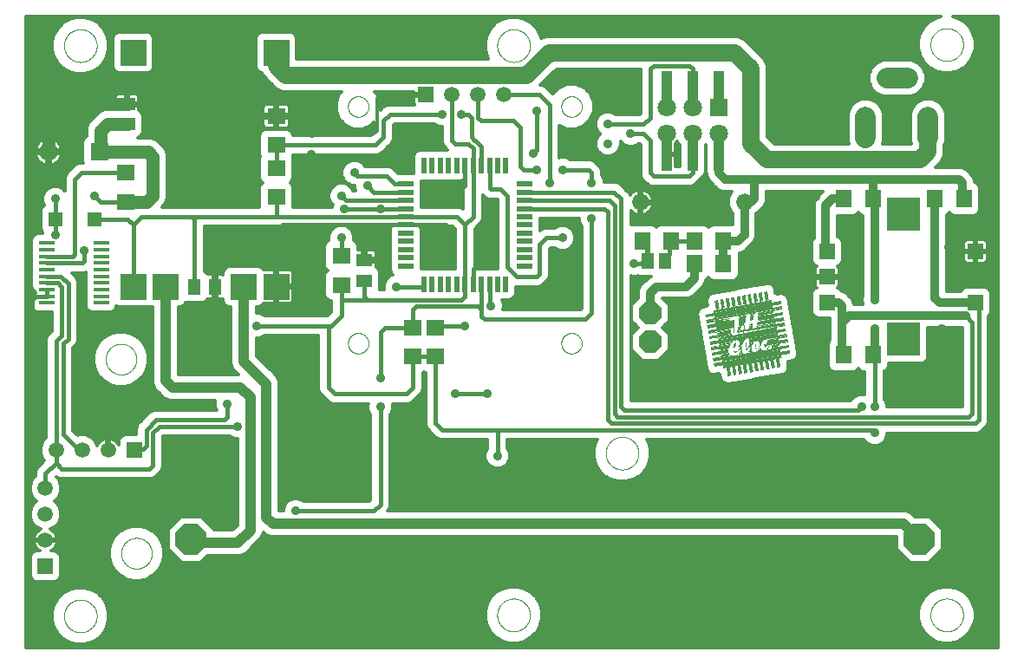
<source format=gtl>
G75*
%MOIN*%
%OFA0B0*%
%FSLAX25Y25*%
%IPPOS*%
%LPD*%
%AMOC8*
5,1,8,0,0,1.08239X$1,22.5*
%
%ADD10R,0.05937X0.05937*%
%ADD11C,0.05937*%
%ADD12C,0.00000*%
%ADD13R,0.09843X0.09843*%
%ADD14R,0.05906X0.01969*%
%ADD15R,0.01969X0.05906*%
%ADD16R,0.05118X0.06299*%
%ADD17R,0.06299X0.05118*%
%ADD18C,0.07087*%
%ADD19R,0.07087X0.07087*%
%ADD20R,0.03937X0.12598*%
%ADD21R,0.07098X0.06299*%
%ADD22R,0.12661X0.12661*%
%ADD23R,0.06299X0.07098*%
%ADD24R,0.05906X0.01378*%
%ADD25R,0.05906X0.05118*%
%ADD26R,0.05512X0.05512*%
%ADD27OC8,0.11811*%
%ADD28C,0.07874*%
%ADD29C,0.06600*%
%ADD30R,0.05118X0.05906*%
%ADD31R,0.06299X0.07087*%
%ADD32OC8,0.08500*%
%ADD33R,0.01300X0.00100*%
%ADD34R,0.01200X0.00100*%
%ADD35R,0.22700X0.00100*%
%ADD36R,0.29600X0.00100*%
%ADD37R,0.08300X0.00100*%
%ADD38R,0.11100X0.00100*%
%ADD39R,0.09300X0.00100*%
%ADD40R,0.07700X0.00100*%
%ADD41R,0.03300X0.00100*%
%ADD42R,0.02700X0.00100*%
%ADD43R,0.02500X0.00100*%
%ADD44R,0.07000X0.00100*%
%ADD45R,0.07400X0.00100*%
%ADD46R,0.02800X0.00100*%
%ADD47R,0.02400X0.00100*%
%ADD48R,0.02100X0.00100*%
%ADD49R,0.01000X0.00100*%
%ADD50R,0.06800X0.00100*%
%ADD51R,0.07300X0.00100*%
%ADD52R,0.02300X0.00100*%
%ADD53R,0.01900X0.00100*%
%ADD54R,0.01800X0.00100*%
%ADD55R,0.00700X0.00100*%
%ADD56R,0.06600X0.00100*%
%ADD57R,0.07100X0.00100*%
%ADD58R,0.01700X0.00100*%
%ADD59R,0.01600X0.00100*%
%ADD60R,0.00600X0.00100*%
%ADD61R,0.06900X0.00100*%
%ADD62R,0.01500X0.00100*%
%ADD63R,0.06500X0.00100*%
%ADD64R,0.03500X0.00100*%
%ADD65R,0.01400X0.00100*%
%ADD66R,0.01100X0.00100*%
%ADD67R,0.00500X0.00100*%
%ADD68R,0.03000X0.00100*%
%ADD69R,0.03400X0.00100*%
%ADD70R,0.00900X0.00100*%
%ADD71R,0.00400X0.00100*%
%ADD72R,0.00800X0.00100*%
%ADD73R,0.02900X0.00100*%
%ADD74R,0.03200X0.00100*%
%ADD75R,0.03100X0.00100*%
%ADD76R,0.00200X0.00100*%
%ADD77R,0.00300X0.00100*%
%ADD78R,0.06400X0.00100*%
%ADD79R,0.07900X0.00100*%
%ADD80R,0.08000X0.00100*%
%ADD81R,0.02200X0.00100*%
%ADD82R,0.00100X0.00100*%
%ADD83R,0.09200X0.00100*%
%ADD84R,0.08500X0.00100*%
%ADD85R,0.08400X0.00100*%
%ADD86R,0.08200X0.00100*%
%ADD87R,0.08100X0.00100*%
%ADD88R,0.04500X0.00100*%
%ADD89R,0.04400X0.00100*%
%ADD90R,0.04300X0.00100*%
%ADD91R,0.07800X0.00100*%
%ADD92R,0.02000X0.00100*%
%ADD93R,0.07200X0.00100*%
%ADD94R,0.02600X0.00100*%
%ADD95R,0.14600X0.00100*%
%ADD96R,0.07500X0.00100*%
%ADD97R,0.07600X0.00100*%
%ADD98R,0.04700X0.00100*%
%ADD99R,0.04900X0.00100*%
%ADD100R,0.05000X0.00100*%
%ADD101R,0.05100X0.00100*%
%ADD102R,0.11200X0.00100*%
%ADD103R,0.05300X0.00100*%
%ADD104R,0.05500X0.00100*%
%ADD105R,0.11300X0.00100*%
%ADD106R,0.05700X0.00100*%
%ADD107R,0.11400X0.00100*%
%ADD108R,0.05900X0.00100*%
%ADD109R,0.11500X0.00100*%
%ADD110R,0.06300X0.00100*%
%ADD111R,0.03800X0.00100*%
%ADD112R,0.11700X0.00100*%
%ADD113R,0.16100X0.00100*%
%ADD114R,0.19500X0.00100*%
%ADD115R,0.09100X0.00100*%
%ADD116R,0.19300X0.00100*%
%ADD117R,0.09000X0.00100*%
%ADD118R,0.19200X0.00100*%
%ADD119R,0.08900X0.00100*%
%ADD120R,0.19100X0.00100*%
%ADD121R,0.08800X0.00100*%
%ADD122R,0.19000X0.00100*%
%ADD123R,0.08700X0.00100*%
%ADD124R,0.18900X0.00100*%
%ADD125R,0.18800X0.00100*%
%ADD126R,0.08600X0.00100*%
%ADD127R,0.18700X0.00100*%
%ADD128R,0.18600X0.00100*%
%ADD129R,0.11800X0.00100*%
%ADD130R,0.05200X0.00100*%
%ADD131R,0.10800X0.00100*%
%ADD132R,0.10700X0.00100*%
%ADD133R,0.10600X0.00100*%
%ADD134R,0.10500X0.00100*%
%ADD135R,0.09500X0.00100*%
%ADD136R,0.10300X0.00100*%
%ADD137R,0.10100X0.00100*%
%ADD138R,0.10400X0.00100*%
%ADD139R,0.10000X0.00100*%
%ADD140R,0.06200X0.00100*%
%ADD141R,0.06100X0.00100*%
%ADD142R,0.09900X0.00100*%
%ADD143R,0.09800X0.00100*%
%ADD144R,0.09700X0.00100*%
%ADD145R,0.09600X0.00100*%
%ADD146R,0.05600X0.00100*%
%ADD147R,0.06000X0.00100*%
%ADD148R,0.03900X0.00100*%
%ADD149C,0.03569*%
%ADD150C,0.01600*%
%ADD151C,0.03200*%
%ADD152C,0.01200*%
%ADD153C,0.05000*%
%ADD154C,0.06600*%
%ADD155C,0.04000*%
%ADD156C,0.01000*%
D10*
X0033310Y0034537D03*
X0067375Y0079183D03*
X0179560Y0215787D03*
X0333782Y0155630D03*
X0333782Y0145787D03*
X0333782Y0135945D03*
X0390869Y0135945D03*
X0390869Y0155630D03*
D11*
X0209560Y0215787D03*
X0199560Y0215787D03*
X0189560Y0215787D03*
X0057375Y0079183D03*
X0047375Y0079183D03*
X0037375Y0079183D03*
X0033310Y0064537D03*
X0033310Y0054537D03*
X0033310Y0044537D03*
D12*
X0062404Y0039537D02*
X0062406Y0039690D01*
X0062412Y0039844D01*
X0062422Y0039997D01*
X0062436Y0040149D01*
X0062454Y0040302D01*
X0062476Y0040453D01*
X0062501Y0040604D01*
X0062531Y0040755D01*
X0062565Y0040905D01*
X0062602Y0041053D01*
X0062643Y0041201D01*
X0062688Y0041347D01*
X0062737Y0041493D01*
X0062790Y0041637D01*
X0062846Y0041779D01*
X0062906Y0041920D01*
X0062970Y0042060D01*
X0063037Y0042198D01*
X0063108Y0042334D01*
X0063183Y0042468D01*
X0063260Y0042600D01*
X0063342Y0042730D01*
X0063426Y0042858D01*
X0063514Y0042984D01*
X0063605Y0043107D01*
X0063699Y0043228D01*
X0063797Y0043346D01*
X0063897Y0043462D01*
X0064001Y0043575D01*
X0064107Y0043686D01*
X0064216Y0043794D01*
X0064328Y0043899D01*
X0064442Y0044000D01*
X0064560Y0044099D01*
X0064679Y0044195D01*
X0064801Y0044288D01*
X0064926Y0044377D01*
X0065053Y0044464D01*
X0065182Y0044546D01*
X0065313Y0044626D01*
X0065446Y0044702D01*
X0065581Y0044775D01*
X0065718Y0044844D01*
X0065857Y0044909D01*
X0065997Y0044971D01*
X0066139Y0045029D01*
X0066282Y0045084D01*
X0066427Y0045135D01*
X0066573Y0045182D01*
X0066720Y0045225D01*
X0066868Y0045264D01*
X0067017Y0045300D01*
X0067167Y0045331D01*
X0067318Y0045359D01*
X0067469Y0045383D01*
X0067622Y0045403D01*
X0067774Y0045419D01*
X0067927Y0045431D01*
X0068080Y0045439D01*
X0068233Y0045443D01*
X0068387Y0045443D01*
X0068540Y0045439D01*
X0068693Y0045431D01*
X0068846Y0045419D01*
X0068998Y0045403D01*
X0069151Y0045383D01*
X0069302Y0045359D01*
X0069453Y0045331D01*
X0069603Y0045300D01*
X0069752Y0045264D01*
X0069900Y0045225D01*
X0070047Y0045182D01*
X0070193Y0045135D01*
X0070338Y0045084D01*
X0070481Y0045029D01*
X0070623Y0044971D01*
X0070763Y0044909D01*
X0070902Y0044844D01*
X0071039Y0044775D01*
X0071174Y0044702D01*
X0071307Y0044626D01*
X0071438Y0044546D01*
X0071567Y0044464D01*
X0071694Y0044377D01*
X0071819Y0044288D01*
X0071941Y0044195D01*
X0072060Y0044099D01*
X0072178Y0044000D01*
X0072292Y0043899D01*
X0072404Y0043794D01*
X0072513Y0043686D01*
X0072619Y0043575D01*
X0072723Y0043462D01*
X0072823Y0043346D01*
X0072921Y0043228D01*
X0073015Y0043107D01*
X0073106Y0042984D01*
X0073194Y0042858D01*
X0073278Y0042730D01*
X0073360Y0042600D01*
X0073437Y0042468D01*
X0073512Y0042334D01*
X0073583Y0042198D01*
X0073650Y0042060D01*
X0073714Y0041920D01*
X0073774Y0041779D01*
X0073830Y0041637D01*
X0073883Y0041493D01*
X0073932Y0041347D01*
X0073977Y0041201D01*
X0074018Y0041053D01*
X0074055Y0040905D01*
X0074089Y0040755D01*
X0074119Y0040604D01*
X0074144Y0040453D01*
X0074166Y0040302D01*
X0074184Y0040149D01*
X0074198Y0039997D01*
X0074208Y0039844D01*
X0074214Y0039690D01*
X0074216Y0039537D01*
X0074214Y0039384D01*
X0074208Y0039230D01*
X0074198Y0039077D01*
X0074184Y0038925D01*
X0074166Y0038772D01*
X0074144Y0038621D01*
X0074119Y0038470D01*
X0074089Y0038319D01*
X0074055Y0038169D01*
X0074018Y0038021D01*
X0073977Y0037873D01*
X0073932Y0037727D01*
X0073883Y0037581D01*
X0073830Y0037437D01*
X0073774Y0037295D01*
X0073714Y0037154D01*
X0073650Y0037014D01*
X0073583Y0036876D01*
X0073512Y0036740D01*
X0073437Y0036606D01*
X0073360Y0036474D01*
X0073278Y0036344D01*
X0073194Y0036216D01*
X0073106Y0036090D01*
X0073015Y0035967D01*
X0072921Y0035846D01*
X0072823Y0035728D01*
X0072723Y0035612D01*
X0072619Y0035499D01*
X0072513Y0035388D01*
X0072404Y0035280D01*
X0072292Y0035175D01*
X0072178Y0035074D01*
X0072060Y0034975D01*
X0071941Y0034879D01*
X0071819Y0034786D01*
X0071694Y0034697D01*
X0071567Y0034610D01*
X0071438Y0034528D01*
X0071307Y0034448D01*
X0071174Y0034372D01*
X0071039Y0034299D01*
X0070902Y0034230D01*
X0070763Y0034165D01*
X0070623Y0034103D01*
X0070481Y0034045D01*
X0070338Y0033990D01*
X0070193Y0033939D01*
X0070047Y0033892D01*
X0069900Y0033849D01*
X0069752Y0033810D01*
X0069603Y0033774D01*
X0069453Y0033743D01*
X0069302Y0033715D01*
X0069151Y0033691D01*
X0068998Y0033671D01*
X0068846Y0033655D01*
X0068693Y0033643D01*
X0068540Y0033635D01*
X0068387Y0033631D01*
X0068233Y0033631D01*
X0068080Y0033635D01*
X0067927Y0033643D01*
X0067774Y0033655D01*
X0067622Y0033671D01*
X0067469Y0033691D01*
X0067318Y0033715D01*
X0067167Y0033743D01*
X0067017Y0033774D01*
X0066868Y0033810D01*
X0066720Y0033849D01*
X0066573Y0033892D01*
X0066427Y0033939D01*
X0066282Y0033990D01*
X0066139Y0034045D01*
X0065997Y0034103D01*
X0065857Y0034165D01*
X0065718Y0034230D01*
X0065581Y0034299D01*
X0065446Y0034372D01*
X0065313Y0034448D01*
X0065182Y0034528D01*
X0065053Y0034610D01*
X0064926Y0034697D01*
X0064801Y0034786D01*
X0064679Y0034879D01*
X0064560Y0034975D01*
X0064442Y0035074D01*
X0064328Y0035175D01*
X0064216Y0035280D01*
X0064107Y0035388D01*
X0064001Y0035499D01*
X0063897Y0035612D01*
X0063797Y0035728D01*
X0063699Y0035846D01*
X0063605Y0035967D01*
X0063514Y0036090D01*
X0063426Y0036216D01*
X0063342Y0036344D01*
X0063260Y0036474D01*
X0063183Y0036606D01*
X0063108Y0036740D01*
X0063037Y0036876D01*
X0062970Y0037014D01*
X0062906Y0037154D01*
X0062846Y0037295D01*
X0062790Y0037437D01*
X0062737Y0037581D01*
X0062688Y0037727D01*
X0062643Y0037873D01*
X0062602Y0038021D01*
X0062565Y0038169D01*
X0062531Y0038319D01*
X0062501Y0038470D01*
X0062476Y0038621D01*
X0062454Y0038772D01*
X0062436Y0038925D01*
X0062422Y0039077D01*
X0062412Y0039230D01*
X0062406Y0039384D01*
X0062404Y0039537D01*
X0040446Y0015423D02*
X0040448Y0015581D01*
X0040454Y0015739D01*
X0040464Y0015897D01*
X0040478Y0016055D01*
X0040496Y0016212D01*
X0040517Y0016369D01*
X0040543Y0016525D01*
X0040573Y0016681D01*
X0040606Y0016836D01*
X0040644Y0016989D01*
X0040685Y0017142D01*
X0040730Y0017294D01*
X0040779Y0017445D01*
X0040832Y0017594D01*
X0040888Y0017742D01*
X0040948Y0017888D01*
X0041012Y0018033D01*
X0041080Y0018176D01*
X0041151Y0018318D01*
X0041225Y0018458D01*
X0041303Y0018595D01*
X0041385Y0018731D01*
X0041469Y0018865D01*
X0041558Y0018996D01*
X0041649Y0019125D01*
X0041744Y0019252D01*
X0041841Y0019377D01*
X0041942Y0019499D01*
X0042046Y0019618D01*
X0042153Y0019735D01*
X0042263Y0019849D01*
X0042376Y0019960D01*
X0042491Y0020069D01*
X0042609Y0020174D01*
X0042730Y0020276D01*
X0042853Y0020376D01*
X0042979Y0020472D01*
X0043107Y0020565D01*
X0043237Y0020655D01*
X0043370Y0020741D01*
X0043505Y0020825D01*
X0043641Y0020904D01*
X0043780Y0020981D01*
X0043921Y0021053D01*
X0044063Y0021123D01*
X0044207Y0021188D01*
X0044353Y0021250D01*
X0044500Y0021308D01*
X0044649Y0021363D01*
X0044799Y0021414D01*
X0044950Y0021461D01*
X0045102Y0021504D01*
X0045255Y0021543D01*
X0045410Y0021579D01*
X0045565Y0021610D01*
X0045721Y0021638D01*
X0045877Y0021662D01*
X0046034Y0021682D01*
X0046192Y0021698D01*
X0046349Y0021710D01*
X0046508Y0021718D01*
X0046666Y0021722D01*
X0046824Y0021722D01*
X0046982Y0021718D01*
X0047141Y0021710D01*
X0047298Y0021698D01*
X0047456Y0021682D01*
X0047613Y0021662D01*
X0047769Y0021638D01*
X0047925Y0021610D01*
X0048080Y0021579D01*
X0048235Y0021543D01*
X0048388Y0021504D01*
X0048540Y0021461D01*
X0048691Y0021414D01*
X0048841Y0021363D01*
X0048990Y0021308D01*
X0049137Y0021250D01*
X0049283Y0021188D01*
X0049427Y0021123D01*
X0049569Y0021053D01*
X0049710Y0020981D01*
X0049849Y0020904D01*
X0049985Y0020825D01*
X0050120Y0020741D01*
X0050253Y0020655D01*
X0050383Y0020565D01*
X0050511Y0020472D01*
X0050637Y0020376D01*
X0050760Y0020276D01*
X0050881Y0020174D01*
X0050999Y0020069D01*
X0051114Y0019960D01*
X0051227Y0019849D01*
X0051337Y0019735D01*
X0051444Y0019618D01*
X0051548Y0019499D01*
X0051649Y0019377D01*
X0051746Y0019252D01*
X0051841Y0019125D01*
X0051932Y0018996D01*
X0052021Y0018865D01*
X0052105Y0018731D01*
X0052187Y0018595D01*
X0052265Y0018458D01*
X0052339Y0018318D01*
X0052410Y0018176D01*
X0052478Y0018033D01*
X0052542Y0017888D01*
X0052602Y0017742D01*
X0052658Y0017594D01*
X0052711Y0017445D01*
X0052760Y0017294D01*
X0052805Y0017142D01*
X0052846Y0016989D01*
X0052884Y0016836D01*
X0052917Y0016681D01*
X0052947Y0016525D01*
X0052973Y0016369D01*
X0052994Y0016212D01*
X0053012Y0016055D01*
X0053026Y0015897D01*
X0053036Y0015739D01*
X0053042Y0015581D01*
X0053044Y0015423D01*
X0053042Y0015265D01*
X0053036Y0015107D01*
X0053026Y0014949D01*
X0053012Y0014791D01*
X0052994Y0014634D01*
X0052973Y0014477D01*
X0052947Y0014321D01*
X0052917Y0014165D01*
X0052884Y0014010D01*
X0052846Y0013857D01*
X0052805Y0013704D01*
X0052760Y0013552D01*
X0052711Y0013401D01*
X0052658Y0013252D01*
X0052602Y0013104D01*
X0052542Y0012958D01*
X0052478Y0012813D01*
X0052410Y0012670D01*
X0052339Y0012528D01*
X0052265Y0012388D01*
X0052187Y0012251D01*
X0052105Y0012115D01*
X0052021Y0011981D01*
X0051932Y0011850D01*
X0051841Y0011721D01*
X0051746Y0011594D01*
X0051649Y0011469D01*
X0051548Y0011347D01*
X0051444Y0011228D01*
X0051337Y0011111D01*
X0051227Y0010997D01*
X0051114Y0010886D01*
X0050999Y0010777D01*
X0050881Y0010672D01*
X0050760Y0010570D01*
X0050637Y0010470D01*
X0050511Y0010374D01*
X0050383Y0010281D01*
X0050253Y0010191D01*
X0050120Y0010105D01*
X0049985Y0010021D01*
X0049849Y0009942D01*
X0049710Y0009865D01*
X0049569Y0009793D01*
X0049427Y0009723D01*
X0049283Y0009658D01*
X0049137Y0009596D01*
X0048990Y0009538D01*
X0048841Y0009483D01*
X0048691Y0009432D01*
X0048540Y0009385D01*
X0048388Y0009342D01*
X0048235Y0009303D01*
X0048080Y0009267D01*
X0047925Y0009236D01*
X0047769Y0009208D01*
X0047613Y0009184D01*
X0047456Y0009164D01*
X0047298Y0009148D01*
X0047141Y0009136D01*
X0046982Y0009128D01*
X0046824Y0009124D01*
X0046666Y0009124D01*
X0046508Y0009128D01*
X0046349Y0009136D01*
X0046192Y0009148D01*
X0046034Y0009164D01*
X0045877Y0009184D01*
X0045721Y0009208D01*
X0045565Y0009236D01*
X0045410Y0009267D01*
X0045255Y0009303D01*
X0045102Y0009342D01*
X0044950Y0009385D01*
X0044799Y0009432D01*
X0044649Y0009483D01*
X0044500Y0009538D01*
X0044353Y0009596D01*
X0044207Y0009658D01*
X0044063Y0009723D01*
X0043921Y0009793D01*
X0043780Y0009865D01*
X0043641Y0009942D01*
X0043505Y0010021D01*
X0043370Y0010105D01*
X0043237Y0010191D01*
X0043107Y0010281D01*
X0042979Y0010374D01*
X0042853Y0010470D01*
X0042730Y0010570D01*
X0042609Y0010672D01*
X0042491Y0010777D01*
X0042376Y0010886D01*
X0042263Y0010997D01*
X0042153Y0011111D01*
X0042046Y0011228D01*
X0041942Y0011347D01*
X0041841Y0011469D01*
X0041744Y0011594D01*
X0041649Y0011721D01*
X0041558Y0011850D01*
X0041469Y0011981D01*
X0041385Y0012115D01*
X0041303Y0012251D01*
X0041225Y0012388D01*
X0041151Y0012528D01*
X0041080Y0012670D01*
X0041012Y0012813D01*
X0040948Y0012958D01*
X0040888Y0013104D01*
X0040832Y0013252D01*
X0040779Y0013401D01*
X0040730Y0013552D01*
X0040685Y0013704D01*
X0040644Y0013857D01*
X0040606Y0014010D01*
X0040573Y0014165D01*
X0040543Y0014321D01*
X0040517Y0014477D01*
X0040496Y0014634D01*
X0040478Y0014791D01*
X0040464Y0014949D01*
X0040454Y0015107D01*
X0040448Y0015265D01*
X0040446Y0015423D01*
X0056469Y0114183D02*
X0056471Y0114336D01*
X0056477Y0114490D01*
X0056487Y0114643D01*
X0056501Y0114795D01*
X0056519Y0114948D01*
X0056541Y0115099D01*
X0056566Y0115250D01*
X0056596Y0115401D01*
X0056630Y0115551D01*
X0056667Y0115699D01*
X0056708Y0115847D01*
X0056753Y0115993D01*
X0056802Y0116139D01*
X0056855Y0116283D01*
X0056911Y0116425D01*
X0056971Y0116566D01*
X0057035Y0116706D01*
X0057102Y0116844D01*
X0057173Y0116980D01*
X0057248Y0117114D01*
X0057325Y0117246D01*
X0057407Y0117376D01*
X0057491Y0117504D01*
X0057579Y0117630D01*
X0057670Y0117753D01*
X0057764Y0117874D01*
X0057862Y0117992D01*
X0057962Y0118108D01*
X0058066Y0118221D01*
X0058172Y0118332D01*
X0058281Y0118440D01*
X0058393Y0118545D01*
X0058507Y0118646D01*
X0058625Y0118745D01*
X0058744Y0118841D01*
X0058866Y0118934D01*
X0058991Y0119023D01*
X0059118Y0119110D01*
X0059247Y0119192D01*
X0059378Y0119272D01*
X0059511Y0119348D01*
X0059646Y0119421D01*
X0059783Y0119490D01*
X0059922Y0119555D01*
X0060062Y0119617D01*
X0060204Y0119675D01*
X0060347Y0119730D01*
X0060492Y0119781D01*
X0060638Y0119828D01*
X0060785Y0119871D01*
X0060933Y0119910D01*
X0061082Y0119946D01*
X0061232Y0119977D01*
X0061383Y0120005D01*
X0061534Y0120029D01*
X0061687Y0120049D01*
X0061839Y0120065D01*
X0061992Y0120077D01*
X0062145Y0120085D01*
X0062298Y0120089D01*
X0062452Y0120089D01*
X0062605Y0120085D01*
X0062758Y0120077D01*
X0062911Y0120065D01*
X0063063Y0120049D01*
X0063216Y0120029D01*
X0063367Y0120005D01*
X0063518Y0119977D01*
X0063668Y0119946D01*
X0063817Y0119910D01*
X0063965Y0119871D01*
X0064112Y0119828D01*
X0064258Y0119781D01*
X0064403Y0119730D01*
X0064546Y0119675D01*
X0064688Y0119617D01*
X0064828Y0119555D01*
X0064967Y0119490D01*
X0065104Y0119421D01*
X0065239Y0119348D01*
X0065372Y0119272D01*
X0065503Y0119192D01*
X0065632Y0119110D01*
X0065759Y0119023D01*
X0065884Y0118934D01*
X0066006Y0118841D01*
X0066125Y0118745D01*
X0066243Y0118646D01*
X0066357Y0118545D01*
X0066469Y0118440D01*
X0066578Y0118332D01*
X0066684Y0118221D01*
X0066788Y0118108D01*
X0066888Y0117992D01*
X0066986Y0117874D01*
X0067080Y0117753D01*
X0067171Y0117630D01*
X0067259Y0117504D01*
X0067343Y0117376D01*
X0067425Y0117246D01*
X0067502Y0117114D01*
X0067577Y0116980D01*
X0067648Y0116844D01*
X0067715Y0116706D01*
X0067779Y0116566D01*
X0067839Y0116425D01*
X0067895Y0116283D01*
X0067948Y0116139D01*
X0067997Y0115993D01*
X0068042Y0115847D01*
X0068083Y0115699D01*
X0068120Y0115551D01*
X0068154Y0115401D01*
X0068184Y0115250D01*
X0068209Y0115099D01*
X0068231Y0114948D01*
X0068249Y0114795D01*
X0068263Y0114643D01*
X0068273Y0114490D01*
X0068279Y0114336D01*
X0068281Y0114183D01*
X0068279Y0114030D01*
X0068273Y0113876D01*
X0068263Y0113723D01*
X0068249Y0113571D01*
X0068231Y0113418D01*
X0068209Y0113267D01*
X0068184Y0113116D01*
X0068154Y0112965D01*
X0068120Y0112815D01*
X0068083Y0112667D01*
X0068042Y0112519D01*
X0067997Y0112373D01*
X0067948Y0112227D01*
X0067895Y0112083D01*
X0067839Y0111941D01*
X0067779Y0111800D01*
X0067715Y0111660D01*
X0067648Y0111522D01*
X0067577Y0111386D01*
X0067502Y0111252D01*
X0067425Y0111120D01*
X0067343Y0110990D01*
X0067259Y0110862D01*
X0067171Y0110736D01*
X0067080Y0110613D01*
X0066986Y0110492D01*
X0066888Y0110374D01*
X0066788Y0110258D01*
X0066684Y0110145D01*
X0066578Y0110034D01*
X0066469Y0109926D01*
X0066357Y0109821D01*
X0066243Y0109720D01*
X0066125Y0109621D01*
X0066006Y0109525D01*
X0065884Y0109432D01*
X0065759Y0109343D01*
X0065632Y0109256D01*
X0065503Y0109174D01*
X0065372Y0109094D01*
X0065239Y0109018D01*
X0065104Y0108945D01*
X0064967Y0108876D01*
X0064828Y0108811D01*
X0064688Y0108749D01*
X0064546Y0108691D01*
X0064403Y0108636D01*
X0064258Y0108585D01*
X0064112Y0108538D01*
X0063965Y0108495D01*
X0063817Y0108456D01*
X0063668Y0108420D01*
X0063518Y0108389D01*
X0063367Y0108361D01*
X0063216Y0108337D01*
X0063063Y0108317D01*
X0062911Y0108301D01*
X0062758Y0108289D01*
X0062605Y0108281D01*
X0062452Y0108277D01*
X0062298Y0108277D01*
X0062145Y0108281D01*
X0061992Y0108289D01*
X0061839Y0108301D01*
X0061687Y0108317D01*
X0061534Y0108337D01*
X0061383Y0108361D01*
X0061232Y0108389D01*
X0061082Y0108420D01*
X0060933Y0108456D01*
X0060785Y0108495D01*
X0060638Y0108538D01*
X0060492Y0108585D01*
X0060347Y0108636D01*
X0060204Y0108691D01*
X0060062Y0108749D01*
X0059922Y0108811D01*
X0059783Y0108876D01*
X0059646Y0108945D01*
X0059511Y0109018D01*
X0059378Y0109094D01*
X0059247Y0109174D01*
X0059118Y0109256D01*
X0058991Y0109343D01*
X0058866Y0109432D01*
X0058744Y0109525D01*
X0058625Y0109621D01*
X0058507Y0109720D01*
X0058393Y0109821D01*
X0058281Y0109926D01*
X0058172Y0110034D01*
X0058066Y0110145D01*
X0057962Y0110258D01*
X0057862Y0110374D01*
X0057764Y0110492D01*
X0057670Y0110613D01*
X0057579Y0110736D01*
X0057491Y0110862D01*
X0057407Y0110990D01*
X0057325Y0111120D01*
X0057248Y0111252D01*
X0057173Y0111386D01*
X0057102Y0111522D01*
X0057035Y0111660D01*
X0056971Y0111800D01*
X0056911Y0111941D01*
X0056855Y0112083D01*
X0056802Y0112227D01*
X0056753Y0112373D01*
X0056708Y0112519D01*
X0056667Y0112667D01*
X0056630Y0112815D01*
X0056596Y0112965D01*
X0056566Y0113116D01*
X0056541Y0113267D01*
X0056519Y0113418D01*
X0056501Y0113571D01*
X0056487Y0113723D01*
X0056477Y0113876D01*
X0056471Y0114030D01*
X0056469Y0114183D01*
X0149623Y0120287D02*
X0149625Y0120412D01*
X0149631Y0120537D01*
X0149641Y0120661D01*
X0149655Y0120785D01*
X0149672Y0120909D01*
X0149694Y0121032D01*
X0149720Y0121154D01*
X0149749Y0121276D01*
X0149782Y0121396D01*
X0149820Y0121515D01*
X0149860Y0121634D01*
X0149905Y0121750D01*
X0149953Y0121865D01*
X0150005Y0121979D01*
X0150061Y0122091D01*
X0150120Y0122201D01*
X0150182Y0122309D01*
X0150248Y0122416D01*
X0150317Y0122520D01*
X0150390Y0122621D01*
X0150465Y0122721D01*
X0150544Y0122818D01*
X0150626Y0122912D01*
X0150711Y0123004D01*
X0150798Y0123093D01*
X0150889Y0123179D01*
X0150982Y0123262D01*
X0151078Y0123343D01*
X0151176Y0123420D01*
X0151276Y0123494D01*
X0151379Y0123565D01*
X0151484Y0123632D01*
X0151592Y0123697D01*
X0151701Y0123757D01*
X0151812Y0123815D01*
X0151925Y0123868D01*
X0152039Y0123918D01*
X0152155Y0123965D01*
X0152272Y0124007D01*
X0152391Y0124046D01*
X0152511Y0124082D01*
X0152632Y0124113D01*
X0152754Y0124141D01*
X0152876Y0124164D01*
X0153000Y0124184D01*
X0153124Y0124200D01*
X0153248Y0124212D01*
X0153373Y0124220D01*
X0153498Y0124224D01*
X0153622Y0124224D01*
X0153747Y0124220D01*
X0153872Y0124212D01*
X0153996Y0124200D01*
X0154120Y0124184D01*
X0154244Y0124164D01*
X0154366Y0124141D01*
X0154488Y0124113D01*
X0154609Y0124082D01*
X0154729Y0124046D01*
X0154848Y0124007D01*
X0154965Y0123965D01*
X0155081Y0123918D01*
X0155195Y0123868D01*
X0155308Y0123815D01*
X0155419Y0123757D01*
X0155529Y0123697D01*
X0155636Y0123632D01*
X0155741Y0123565D01*
X0155844Y0123494D01*
X0155944Y0123420D01*
X0156042Y0123343D01*
X0156138Y0123262D01*
X0156231Y0123179D01*
X0156322Y0123093D01*
X0156409Y0123004D01*
X0156494Y0122912D01*
X0156576Y0122818D01*
X0156655Y0122721D01*
X0156730Y0122621D01*
X0156803Y0122520D01*
X0156872Y0122416D01*
X0156938Y0122309D01*
X0157000Y0122201D01*
X0157059Y0122091D01*
X0157115Y0121979D01*
X0157167Y0121865D01*
X0157215Y0121750D01*
X0157260Y0121634D01*
X0157300Y0121515D01*
X0157338Y0121396D01*
X0157371Y0121276D01*
X0157400Y0121154D01*
X0157426Y0121032D01*
X0157448Y0120909D01*
X0157465Y0120785D01*
X0157479Y0120661D01*
X0157489Y0120537D01*
X0157495Y0120412D01*
X0157497Y0120287D01*
X0157495Y0120162D01*
X0157489Y0120037D01*
X0157479Y0119913D01*
X0157465Y0119789D01*
X0157448Y0119665D01*
X0157426Y0119542D01*
X0157400Y0119420D01*
X0157371Y0119298D01*
X0157338Y0119178D01*
X0157300Y0119059D01*
X0157260Y0118940D01*
X0157215Y0118824D01*
X0157167Y0118709D01*
X0157115Y0118595D01*
X0157059Y0118483D01*
X0157000Y0118373D01*
X0156938Y0118265D01*
X0156872Y0118158D01*
X0156803Y0118054D01*
X0156730Y0117953D01*
X0156655Y0117853D01*
X0156576Y0117756D01*
X0156494Y0117662D01*
X0156409Y0117570D01*
X0156322Y0117481D01*
X0156231Y0117395D01*
X0156138Y0117312D01*
X0156042Y0117231D01*
X0155944Y0117154D01*
X0155844Y0117080D01*
X0155741Y0117009D01*
X0155636Y0116942D01*
X0155528Y0116877D01*
X0155419Y0116817D01*
X0155308Y0116759D01*
X0155195Y0116706D01*
X0155081Y0116656D01*
X0154965Y0116609D01*
X0154848Y0116567D01*
X0154729Y0116528D01*
X0154609Y0116492D01*
X0154488Y0116461D01*
X0154366Y0116433D01*
X0154244Y0116410D01*
X0154120Y0116390D01*
X0153996Y0116374D01*
X0153872Y0116362D01*
X0153747Y0116354D01*
X0153622Y0116350D01*
X0153498Y0116350D01*
X0153373Y0116354D01*
X0153248Y0116362D01*
X0153124Y0116374D01*
X0153000Y0116390D01*
X0152876Y0116410D01*
X0152754Y0116433D01*
X0152632Y0116461D01*
X0152511Y0116492D01*
X0152391Y0116528D01*
X0152272Y0116567D01*
X0152155Y0116609D01*
X0152039Y0116656D01*
X0151925Y0116706D01*
X0151812Y0116759D01*
X0151701Y0116817D01*
X0151591Y0116877D01*
X0151484Y0116942D01*
X0151379Y0117009D01*
X0151276Y0117080D01*
X0151176Y0117154D01*
X0151078Y0117231D01*
X0150982Y0117312D01*
X0150889Y0117395D01*
X0150798Y0117481D01*
X0150711Y0117570D01*
X0150626Y0117662D01*
X0150544Y0117756D01*
X0150465Y0117853D01*
X0150390Y0117953D01*
X0150317Y0118054D01*
X0150248Y0118158D01*
X0150182Y0118265D01*
X0150120Y0118373D01*
X0150061Y0118483D01*
X0150005Y0118595D01*
X0149953Y0118709D01*
X0149905Y0118824D01*
X0149860Y0118940D01*
X0149820Y0119059D01*
X0149782Y0119178D01*
X0149749Y0119298D01*
X0149720Y0119420D01*
X0149694Y0119542D01*
X0149672Y0119665D01*
X0149655Y0119789D01*
X0149641Y0119913D01*
X0149631Y0120037D01*
X0149625Y0120162D01*
X0149623Y0120287D01*
X0231623Y0120287D02*
X0231625Y0120412D01*
X0231631Y0120537D01*
X0231641Y0120661D01*
X0231655Y0120785D01*
X0231672Y0120909D01*
X0231694Y0121032D01*
X0231720Y0121154D01*
X0231749Y0121276D01*
X0231782Y0121396D01*
X0231820Y0121515D01*
X0231860Y0121634D01*
X0231905Y0121750D01*
X0231953Y0121865D01*
X0232005Y0121979D01*
X0232061Y0122091D01*
X0232120Y0122201D01*
X0232182Y0122309D01*
X0232248Y0122416D01*
X0232317Y0122520D01*
X0232390Y0122621D01*
X0232465Y0122721D01*
X0232544Y0122818D01*
X0232626Y0122912D01*
X0232711Y0123004D01*
X0232798Y0123093D01*
X0232889Y0123179D01*
X0232982Y0123262D01*
X0233078Y0123343D01*
X0233176Y0123420D01*
X0233276Y0123494D01*
X0233379Y0123565D01*
X0233484Y0123632D01*
X0233592Y0123697D01*
X0233701Y0123757D01*
X0233812Y0123815D01*
X0233925Y0123868D01*
X0234039Y0123918D01*
X0234155Y0123965D01*
X0234272Y0124007D01*
X0234391Y0124046D01*
X0234511Y0124082D01*
X0234632Y0124113D01*
X0234754Y0124141D01*
X0234876Y0124164D01*
X0235000Y0124184D01*
X0235124Y0124200D01*
X0235248Y0124212D01*
X0235373Y0124220D01*
X0235498Y0124224D01*
X0235622Y0124224D01*
X0235747Y0124220D01*
X0235872Y0124212D01*
X0235996Y0124200D01*
X0236120Y0124184D01*
X0236244Y0124164D01*
X0236366Y0124141D01*
X0236488Y0124113D01*
X0236609Y0124082D01*
X0236729Y0124046D01*
X0236848Y0124007D01*
X0236965Y0123965D01*
X0237081Y0123918D01*
X0237195Y0123868D01*
X0237308Y0123815D01*
X0237419Y0123757D01*
X0237529Y0123697D01*
X0237636Y0123632D01*
X0237741Y0123565D01*
X0237844Y0123494D01*
X0237944Y0123420D01*
X0238042Y0123343D01*
X0238138Y0123262D01*
X0238231Y0123179D01*
X0238322Y0123093D01*
X0238409Y0123004D01*
X0238494Y0122912D01*
X0238576Y0122818D01*
X0238655Y0122721D01*
X0238730Y0122621D01*
X0238803Y0122520D01*
X0238872Y0122416D01*
X0238938Y0122309D01*
X0239000Y0122201D01*
X0239059Y0122091D01*
X0239115Y0121979D01*
X0239167Y0121865D01*
X0239215Y0121750D01*
X0239260Y0121634D01*
X0239300Y0121515D01*
X0239338Y0121396D01*
X0239371Y0121276D01*
X0239400Y0121154D01*
X0239426Y0121032D01*
X0239448Y0120909D01*
X0239465Y0120785D01*
X0239479Y0120661D01*
X0239489Y0120537D01*
X0239495Y0120412D01*
X0239497Y0120287D01*
X0239495Y0120162D01*
X0239489Y0120037D01*
X0239479Y0119913D01*
X0239465Y0119789D01*
X0239448Y0119665D01*
X0239426Y0119542D01*
X0239400Y0119420D01*
X0239371Y0119298D01*
X0239338Y0119178D01*
X0239300Y0119059D01*
X0239260Y0118940D01*
X0239215Y0118824D01*
X0239167Y0118709D01*
X0239115Y0118595D01*
X0239059Y0118483D01*
X0239000Y0118373D01*
X0238938Y0118265D01*
X0238872Y0118158D01*
X0238803Y0118054D01*
X0238730Y0117953D01*
X0238655Y0117853D01*
X0238576Y0117756D01*
X0238494Y0117662D01*
X0238409Y0117570D01*
X0238322Y0117481D01*
X0238231Y0117395D01*
X0238138Y0117312D01*
X0238042Y0117231D01*
X0237944Y0117154D01*
X0237844Y0117080D01*
X0237741Y0117009D01*
X0237636Y0116942D01*
X0237528Y0116877D01*
X0237419Y0116817D01*
X0237308Y0116759D01*
X0237195Y0116706D01*
X0237081Y0116656D01*
X0236965Y0116609D01*
X0236848Y0116567D01*
X0236729Y0116528D01*
X0236609Y0116492D01*
X0236488Y0116461D01*
X0236366Y0116433D01*
X0236244Y0116410D01*
X0236120Y0116390D01*
X0235996Y0116374D01*
X0235872Y0116362D01*
X0235747Y0116354D01*
X0235622Y0116350D01*
X0235498Y0116350D01*
X0235373Y0116354D01*
X0235248Y0116362D01*
X0235124Y0116374D01*
X0235000Y0116390D01*
X0234876Y0116410D01*
X0234754Y0116433D01*
X0234632Y0116461D01*
X0234511Y0116492D01*
X0234391Y0116528D01*
X0234272Y0116567D01*
X0234155Y0116609D01*
X0234039Y0116656D01*
X0233925Y0116706D01*
X0233812Y0116759D01*
X0233701Y0116817D01*
X0233591Y0116877D01*
X0233484Y0116942D01*
X0233379Y0117009D01*
X0233276Y0117080D01*
X0233176Y0117154D01*
X0233078Y0117231D01*
X0232982Y0117312D01*
X0232889Y0117395D01*
X0232798Y0117481D01*
X0232711Y0117570D01*
X0232626Y0117662D01*
X0232544Y0117756D01*
X0232465Y0117853D01*
X0232390Y0117953D01*
X0232317Y0118054D01*
X0232248Y0118158D01*
X0232182Y0118265D01*
X0232120Y0118373D01*
X0232061Y0118483D01*
X0232005Y0118595D01*
X0231953Y0118709D01*
X0231905Y0118824D01*
X0231860Y0118940D01*
X0231820Y0119059D01*
X0231782Y0119178D01*
X0231749Y0119298D01*
X0231720Y0119420D01*
X0231694Y0119542D01*
X0231672Y0119665D01*
X0231655Y0119789D01*
X0231641Y0119913D01*
X0231631Y0120037D01*
X0231625Y0120162D01*
X0231623Y0120287D01*
X0248714Y0078022D02*
X0248716Y0078180D01*
X0248722Y0078338D01*
X0248732Y0078496D01*
X0248746Y0078654D01*
X0248764Y0078811D01*
X0248785Y0078968D01*
X0248811Y0079124D01*
X0248841Y0079280D01*
X0248874Y0079435D01*
X0248912Y0079588D01*
X0248953Y0079741D01*
X0248998Y0079893D01*
X0249047Y0080044D01*
X0249100Y0080193D01*
X0249156Y0080341D01*
X0249216Y0080487D01*
X0249280Y0080632D01*
X0249348Y0080775D01*
X0249419Y0080917D01*
X0249493Y0081057D01*
X0249571Y0081194D01*
X0249653Y0081330D01*
X0249737Y0081464D01*
X0249826Y0081595D01*
X0249917Y0081724D01*
X0250012Y0081851D01*
X0250109Y0081976D01*
X0250210Y0082098D01*
X0250314Y0082217D01*
X0250421Y0082334D01*
X0250531Y0082448D01*
X0250644Y0082559D01*
X0250759Y0082668D01*
X0250877Y0082773D01*
X0250998Y0082875D01*
X0251121Y0082975D01*
X0251247Y0083071D01*
X0251375Y0083164D01*
X0251505Y0083254D01*
X0251638Y0083340D01*
X0251773Y0083424D01*
X0251909Y0083503D01*
X0252048Y0083580D01*
X0252189Y0083652D01*
X0252331Y0083722D01*
X0252475Y0083787D01*
X0252621Y0083849D01*
X0252768Y0083907D01*
X0252917Y0083962D01*
X0253067Y0084013D01*
X0253218Y0084060D01*
X0253370Y0084103D01*
X0253523Y0084142D01*
X0253678Y0084178D01*
X0253833Y0084209D01*
X0253989Y0084237D01*
X0254145Y0084261D01*
X0254302Y0084281D01*
X0254460Y0084297D01*
X0254617Y0084309D01*
X0254776Y0084317D01*
X0254934Y0084321D01*
X0255092Y0084321D01*
X0255250Y0084317D01*
X0255409Y0084309D01*
X0255566Y0084297D01*
X0255724Y0084281D01*
X0255881Y0084261D01*
X0256037Y0084237D01*
X0256193Y0084209D01*
X0256348Y0084178D01*
X0256503Y0084142D01*
X0256656Y0084103D01*
X0256808Y0084060D01*
X0256959Y0084013D01*
X0257109Y0083962D01*
X0257258Y0083907D01*
X0257405Y0083849D01*
X0257551Y0083787D01*
X0257695Y0083722D01*
X0257837Y0083652D01*
X0257978Y0083580D01*
X0258117Y0083503D01*
X0258253Y0083424D01*
X0258388Y0083340D01*
X0258521Y0083254D01*
X0258651Y0083164D01*
X0258779Y0083071D01*
X0258905Y0082975D01*
X0259028Y0082875D01*
X0259149Y0082773D01*
X0259267Y0082668D01*
X0259382Y0082559D01*
X0259495Y0082448D01*
X0259605Y0082334D01*
X0259712Y0082217D01*
X0259816Y0082098D01*
X0259917Y0081976D01*
X0260014Y0081851D01*
X0260109Y0081724D01*
X0260200Y0081595D01*
X0260289Y0081464D01*
X0260373Y0081330D01*
X0260455Y0081194D01*
X0260533Y0081057D01*
X0260607Y0080917D01*
X0260678Y0080775D01*
X0260746Y0080632D01*
X0260810Y0080487D01*
X0260870Y0080341D01*
X0260926Y0080193D01*
X0260979Y0080044D01*
X0261028Y0079893D01*
X0261073Y0079741D01*
X0261114Y0079588D01*
X0261152Y0079435D01*
X0261185Y0079280D01*
X0261215Y0079124D01*
X0261241Y0078968D01*
X0261262Y0078811D01*
X0261280Y0078654D01*
X0261294Y0078496D01*
X0261304Y0078338D01*
X0261310Y0078180D01*
X0261312Y0078022D01*
X0261310Y0077864D01*
X0261304Y0077706D01*
X0261294Y0077548D01*
X0261280Y0077390D01*
X0261262Y0077233D01*
X0261241Y0077076D01*
X0261215Y0076920D01*
X0261185Y0076764D01*
X0261152Y0076609D01*
X0261114Y0076456D01*
X0261073Y0076303D01*
X0261028Y0076151D01*
X0260979Y0076000D01*
X0260926Y0075851D01*
X0260870Y0075703D01*
X0260810Y0075557D01*
X0260746Y0075412D01*
X0260678Y0075269D01*
X0260607Y0075127D01*
X0260533Y0074987D01*
X0260455Y0074850D01*
X0260373Y0074714D01*
X0260289Y0074580D01*
X0260200Y0074449D01*
X0260109Y0074320D01*
X0260014Y0074193D01*
X0259917Y0074068D01*
X0259816Y0073946D01*
X0259712Y0073827D01*
X0259605Y0073710D01*
X0259495Y0073596D01*
X0259382Y0073485D01*
X0259267Y0073376D01*
X0259149Y0073271D01*
X0259028Y0073169D01*
X0258905Y0073069D01*
X0258779Y0072973D01*
X0258651Y0072880D01*
X0258521Y0072790D01*
X0258388Y0072704D01*
X0258253Y0072620D01*
X0258117Y0072541D01*
X0257978Y0072464D01*
X0257837Y0072392D01*
X0257695Y0072322D01*
X0257551Y0072257D01*
X0257405Y0072195D01*
X0257258Y0072137D01*
X0257109Y0072082D01*
X0256959Y0072031D01*
X0256808Y0071984D01*
X0256656Y0071941D01*
X0256503Y0071902D01*
X0256348Y0071866D01*
X0256193Y0071835D01*
X0256037Y0071807D01*
X0255881Y0071783D01*
X0255724Y0071763D01*
X0255566Y0071747D01*
X0255409Y0071735D01*
X0255250Y0071727D01*
X0255092Y0071723D01*
X0254934Y0071723D01*
X0254776Y0071727D01*
X0254617Y0071735D01*
X0254460Y0071747D01*
X0254302Y0071763D01*
X0254145Y0071783D01*
X0253989Y0071807D01*
X0253833Y0071835D01*
X0253678Y0071866D01*
X0253523Y0071902D01*
X0253370Y0071941D01*
X0253218Y0071984D01*
X0253067Y0072031D01*
X0252917Y0072082D01*
X0252768Y0072137D01*
X0252621Y0072195D01*
X0252475Y0072257D01*
X0252331Y0072322D01*
X0252189Y0072392D01*
X0252048Y0072464D01*
X0251909Y0072541D01*
X0251773Y0072620D01*
X0251638Y0072704D01*
X0251505Y0072790D01*
X0251375Y0072880D01*
X0251247Y0072973D01*
X0251121Y0073069D01*
X0250998Y0073169D01*
X0250877Y0073271D01*
X0250759Y0073376D01*
X0250644Y0073485D01*
X0250531Y0073596D01*
X0250421Y0073710D01*
X0250314Y0073827D01*
X0250210Y0073946D01*
X0250109Y0074068D01*
X0250012Y0074193D01*
X0249917Y0074320D01*
X0249826Y0074449D01*
X0249737Y0074580D01*
X0249653Y0074714D01*
X0249571Y0074850D01*
X0249493Y0074987D01*
X0249419Y0075127D01*
X0249348Y0075269D01*
X0249280Y0075412D01*
X0249216Y0075557D01*
X0249156Y0075703D01*
X0249100Y0075851D01*
X0249047Y0076000D01*
X0248998Y0076151D01*
X0248953Y0076303D01*
X0248912Y0076456D01*
X0248874Y0076609D01*
X0248841Y0076764D01*
X0248811Y0076920D01*
X0248785Y0077076D01*
X0248764Y0077233D01*
X0248746Y0077390D01*
X0248732Y0077548D01*
X0248722Y0077706D01*
X0248716Y0077864D01*
X0248714Y0078022D01*
X0206981Y0015817D02*
X0206983Y0015975D01*
X0206989Y0016133D01*
X0206999Y0016291D01*
X0207013Y0016449D01*
X0207031Y0016606D01*
X0207052Y0016763D01*
X0207078Y0016919D01*
X0207108Y0017075D01*
X0207141Y0017230D01*
X0207179Y0017383D01*
X0207220Y0017536D01*
X0207265Y0017688D01*
X0207314Y0017839D01*
X0207367Y0017988D01*
X0207423Y0018136D01*
X0207483Y0018282D01*
X0207547Y0018427D01*
X0207615Y0018570D01*
X0207686Y0018712D01*
X0207760Y0018852D01*
X0207838Y0018989D01*
X0207920Y0019125D01*
X0208004Y0019259D01*
X0208093Y0019390D01*
X0208184Y0019519D01*
X0208279Y0019646D01*
X0208376Y0019771D01*
X0208477Y0019893D01*
X0208581Y0020012D01*
X0208688Y0020129D01*
X0208798Y0020243D01*
X0208911Y0020354D01*
X0209026Y0020463D01*
X0209144Y0020568D01*
X0209265Y0020670D01*
X0209388Y0020770D01*
X0209514Y0020866D01*
X0209642Y0020959D01*
X0209772Y0021049D01*
X0209905Y0021135D01*
X0210040Y0021219D01*
X0210176Y0021298D01*
X0210315Y0021375D01*
X0210456Y0021447D01*
X0210598Y0021517D01*
X0210742Y0021582D01*
X0210888Y0021644D01*
X0211035Y0021702D01*
X0211184Y0021757D01*
X0211334Y0021808D01*
X0211485Y0021855D01*
X0211637Y0021898D01*
X0211790Y0021937D01*
X0211945Y0021973D01*
X0212100Y0022004D01*
X0212256Y0022032D01*
X0212412Y0022056D01*
X0212569Y0022076D01*
X0212727Y0022092D01*
X0212884Y0022104D01*
X0213043Y0022112D01*
X0213201Y0022116D01*
X0213359Y0022116D01*
X0213517Y0022112D01*
X0213676Y0022104D01*
X0213833Y0022092D01*
X0213991Y0022076D01*
X0214148Y0022056D01*
X0214304Y0022032D01*
X0214460Y0022004D01*
X0214615Y0021973D01*
X0214770Y0021937D01*
X0214923Y0021898D01*
X0215075Y0021855D01*
X0215226Y0021808D01*
X0215376Y0021757D01*
X0215525Y0021702D01*
X0215672Y0021644D01*
X0215818Y0021582D01*
X0215962Y0021517D01*
X0216104Y0021447D01*
X0216245Y0021375D01*
X0216384Y0021298D01*
X0216520Y0021219D01*
X0216655Y0021135D01*
X0216788Y0021049D01*
X0216918Y0020959D01*
X0217046Y0020866D01*
X0217172Y0020770D01*
X0217295Y0020670D01*
X0217416Y0020568D01*
X0217534Y0020463D01*
X0217649Y0020354D01*
X0217762Y0020243D01*
X0217872Y0020129D01*
X0217979Y0020012D01*
X0218083Y0019893D01*
X0218184Y0019771D01*
X0218281Y0019646D01*
X0218376Y0019519D01*
X0218467Y0019390D01*
X0218556Y0019259D01*
X0218640Y0019125D01*
X0218722Y0018989D01*
X0218800Y0018852D01*
X0218874Y0018712D01*
X0218945Y0018570D01*
X0219013Y0018427D01*
X0219077Y0018282D01*
X0219137Y0018136D01*
X0219193Y0017988D01*
X0219246Y0017839D01*
X0219295Y0017688D01*
X0219340Y0017536D01*
X0219381Y0017383D01*
X0219419Y0017230D01*
X0219452Y0017075D01*
X0219482Y0016919D01*
X0219508Y0016763D01*
X0219529Y0016606D01*
X0219547Y0016449D01*
X0219561Y0016291D01*
X0219571Y0016133D01*
X0219577Y0015975D01*
X0219579Y0015817D01*
X0219577Y0015659D01*
X0219571Y0015501D01*
X0219561Y0015343D01*
X0219547Y0015185D01*
X0219529Y0015028D01*
X0219508Y0014871D01*
X0219482Y0014715D01*
X0219452Y0014559D01*
X0219419Y0014404D01*
X0219381Y0014251D01*
X0219340Y0014098D01*
X0219295Y0013946D01*
X0219246Y0013795D01*
X0219193Y0013646D01*
X0219137Y0013498D01*
X0219077Y0013352D01*
X0219013Y0013207D01*
X0218945Y0013064D01*
X0218874Y0012922D01*
X0218800Y0012782D01*
X0218722Y0012645D01*
X0218640Y0012509D01*
X0218556Y0012375D01*
X0218467Y0012244D01*
X0218376Y0012115D01*
X0218281Y0011988D01*
X0218184Y0011863D01*
X0218083Y0011741D01*
X0217979Y0011622D01*
X0217872Y0011505D01*
X0217762Y0011391D01*
X0217649Y0011280D01*
X0217534Y0011171D01*
X0217416Y0011066D01*
X0217295Y0010964D01*
X0217172Y0010864D01*
X0217046Y0010768D01*
X0216918Y0010675D01*
X0216788Y0010585D01*
X0216655Y0010499D01*
X0216520Y0010415D01*
X0216384Y0010336D01*
X0216245Y0010259D01*
X0216104Y0010187D01*
X0215962Y0010117D01*
X0215818Y0010052D01*
X0215672Y0009990D01*
X0215525Y0009932D01*
X0215376Y0009877D01*
X0215226Y0009826D01*
X0215075Y0009779D01*
X0214923Y0009736D01*
X0214770Y0009697D01*
X0214615Y0009661D01*
X0214460Y0009630D01*
X0214304Y0009602D01*
X0214148Y0009578D01*
X0213991Y0009558D01*
X0213833Y0009542D01*
X0213676Y0009530D01*
X0213517Y0009522D01*
X0213359Y0009518D01*
X0213201Y0009518D01*
X0213043Y0009522D01*
X0212884Y0009530D01*
X0212727Y0009542D01*
X0212569Y0009558D01*
X0212412Y0009578D01*
X0212256Y0009602D01*
X0212100Y0009630D01*
X0211945Y0009661D01*
X0211790Y0009697D01*
X0211637Y0009736D01*
X0211485Y0009779D01*
X0211334Y0009826D01*
X0211184Y0009877D01*
X0211035Y0009932D01*
X0210888Y0009990D01*
X0210742Y0010052D01*
X0210598Y0010117D01*
X0210456Y0010187D01*
X0210315Y0010259D01*
X0210176Y0010336D01*
X0210040Y0010415D01*
X0209905Y0010499D01*
X0209772Y0010585D01*
X0209642Y0010675D01*
X0209514Y0010768D01*
X0209388Y0010864D01*
X0209265Y0010964D01*
X0209144Y0011066D01*
X0209026Y0011171D01*
X0208911Y0011280D01*
X0208798Y0011391D01*
X0208688Y0011505D01*
X0208581Y0011622D01*
X0208477Y0011741D01*
X0208376Y0011863D01*
X0208279Y0011988D01*
X0208184Y0012115D01*
X0208093Y0012244D01*
X0208004Y0012375D01*
X0207920Y0012509D01*
X0207838Y0012645D01*
X0207760Y0012782D01*
X0207686Y0012922D01*
X0207615Y0013064D01*
X0207547Y0013207D01*
X0207483Y0013352D01*
X0207423Y0013498D01*
X0207367Y0013646D01*
X0207314Y0013795D01*
X0207265Y0013946D01*
X0207220Y0014098D01*
X0207179Y0014251D01*
X0207141Y0014404D01*
X0207108Y0014559D01*
X0207078Y0014715D01*
X0207052Y0014871D01*
X0207031Y0015028D01*
X0207013Y0015185D01*
X0206999Y0015343D01*
X0206989Y0015501D01*
X0206983Y0015659D01*
X0206981Y0015817D01*
X0373517Y0015817D02*
X0373519Y0015975D01*
X0373525Y0016133D01*
X0373535Y0016291D01*
X0373549Y0016449D01*
X0373567Y0016606D01*
X0373588Y0016763D01*
X0373614Y0016919D01*
X0373644Y0017075D01*
X0373677Y0017230D01*
X0373715Y0017383D01*
X0373756Y0017536D01*
X0373801Y0017688D01*
X0373850Y0017839D01*
X0373903Y0017988D01*
X0373959Y0018136D01*
X0374019Y0018282D01*
X0374083Y0018427D01*
X0374151Y0018570D01*
X0374222Y0018712D01*
X0374296Y0018852D01*
X0374374Y0018989D01*
X0374456Y0019125D01*
X0374540Y0019259D01*
X0374629Y0019390D01*
X0374720Y0019519D01*
X0374815Y0019646D01*
X0374912Y0019771D01*
X0375013Y0019893D01*
X0375117Y0020012D01*
X0375224Y0020129D01*
X0375334Y0020243D01*
X0375447Y0020354D01*
X0375562Y0020463D01*
X0375680Y0020568D01*
X0375801Y0020670D01*
X0375924Y0020770D01*
X0376050Y0020866D01*
X0376178Y0020959D01*
X0376308Y0021049D01*
X0376441Y0021135D01*
X0376576Y0021219D01*
X0376712Y0021298D01*
X0376851Y0021375D01*
X0376992Y0021447D01*
X0377134Y0021517D01*
X0377278Y0021582D01*
X0377424Y0021644D01*
X0377571Y0021702D01*
X0377720Y0021757D01*
X0377870Y0021808D01*
X0378021Y0021855D01*
X0378173Y0021898D01*
X0378326Y0021937D01*
X0378481Y0021973D01*
X0378636Y0022004D01*
X0378792Y0022032D01*
X0378948Y0022056D01*
X0379105Y0022076D01*
X0379263Y0022092D01*
X0379420Y0022104D01*
X0379579Y0022112D01*
X0379737Y0022116D01*
X0379895Y0022116D01*
X0380053Y0022112D01*
X0380212Y0022104D01*
X0380369Y0022092D01*
X0380527Y0022076D01*
X0380684Y0022056D01*
X0380840Y0022032D01*
X0380996Y0022004D01*
X0381151Y0021973D01*
X0381306Y0021937D01*
X0381459Y0021898D01*
X0381611Y0021855D01*
X0381762Y0021808D01*
X0381912Y0021757D01*
X0382061Y0021702D01*
X0382208Y0021644D01*
X0382354Y0021582D01*
X0382498Y0021517D01*
X0382640Y0021447D01*
X0382781Y0021375D01*
X0382920Y0021298D01*
X0383056Y0021219D01*
X0383191Y0021135D01*
X0383324Y0021049D01*
X0383454Y0020959D01*
X0383582Y0020866D01*
X0383708Y0020770D01*
X0383831Y0020670D01*
X0383952Y0020568D01*
X0384070Y0020463D01*
X0384185Y0020354D01*
X0384298Y0020243D01*
X0384408Y0020129D01*
X0384515Y0020012D01*
X0384619Y0019893D01*
X0384720Y0019771D01*
X0384817Y0019646D01*
X0384912Y0019519D01*
X0385003Y0019390D01*
X0385092Y0019259D01*
X0385176Y0019125D01*
X0385258Y0018989D01*
X0385336Y0018852D01*
X0385410Y0018712D01*
X0385481Y0018570D01*
X0385549Y0018427D01*
X0385613Y0018282D01*
X0385673Y0018136D01*
X0385729Y0017988D01*
X0385782Y0017839D01*
X0385831Y0017688D01*
X0385876Y0017536D01*
X0385917Y0017383D01*
X0385955Y0017230D01*
X0385988Y0017075D01*
X0386018Y0016919D01*
X0386044Y0016763D01*
X0386065Y0016606D01*
X0386083Y0016449D01*
X0386097Y0016291D01*
X0386107Y0016133D01*
X0386113Y0015975D01*
X0386115Y0015817D01*
X0386113Y0015659D01*
X0386107Y0015501D01*
X0386097Y0015343D01*
X0386083Y0015185D01*
X0386065Y0015028D01*
X0386044Y0014871D01*
X0386018Y0014715D01*
X0385988Y0014559D01*
X0385955Y0014404D01*
X0385917Y0014251D01*
X0385876Y0014098D01*
X0385831Y0013946D01*
X0385782Y0013795D01*
X0385729Y0013646D01*
X0385673Y0013498D01*
X0385613Y0013352D01*
X0385549Y0013207D01*
X0385481Y0013064D01*
X0385410Y0012922D01*
X0385336Y0012782D01*
X0385258Y0012645D01*
X0385176Y0012509D01*
X0385092Y0012375D01*
X0385003Y0012244D01*
X0384912Y0012115D01*
X0384817Y0011988D01*
X0384720Y0011863D01*
X0384619Y0011741D01*
X0384515Y0011622D01*
X0384408Y0011505D01*
X0384298Y0011391D01*
X0384185Y0011280D01*
X0384070Y0011171D01*
X0383952Y0011066D01*
X0383831Y0010964D01*
X0383708Y0010864D01*
X0383582Y0010768D01*
X0383454Y0010675D01*
X0383324Y0010585D01*
X0383191Y0010499D01*
X0383056Y0010415D01*
X0382920Y0010336D01*
X0382781Y0010259D01*
X0382640Y0010187D01*
X0382498Y0010117D01*
X0382354Y0010052D01*
X0382208Y0009990D01*
X0382061Y0009932D01*
X0381912Y0009877D01*
X0381762Y0009826D01*
X0381611Y0009779D01*
X0381459Y0009736D01*
X0381306Y0009697D01*
X0381151Y0009661D01*
X0380996Y0009630D01*
X0380840Y0009602D01*
X0380684Y0009578D01*
X0380527Y0009558D01*
X0380369Y0009542D01*
X0380212Y0009530D01*
X0380053Y0009522D01*
X0379895Y0009518D01*
X0379737Y0009518D01*
X0379579Y0009522D01*
X0379420Y0009530D01*
X0379263Y0009542D01*
X0379105Y0009558D01*
X0378948Y0009578D01*
X0378792Y0009602D01*
X0378636Y0009630D01*
X0378481Y0009661D01*
X0378326Y0009697D01*
X0378173Y0009736D01*
X0378021Y0009779D01*
X0377870Y0009826D01*
X0377720Y0009877D01*
X0377571Y0009932D01*
X0377424Y0009990D01*
X0377278Y0010052D01*
X0377134Y0010117D01*
X0376992Y0010187D01*
X0376851Y0010259D01*
X0376712Y0010336D01*
X0376576Y0010415D01*
X0376441Y0010499D01*
X0376308Y0010585D01*
X0376178Y0010675D01*
X0376050Y0010768D01*
X0375924Y0010864D01*
X0375801Y0010964D01*
X0375680Y0011066D01*
X0375562Y0011171D01*
X0375447Y0011280D01*
X0375334Y0011391D01*
X0375224Y0011505D01*
X0375117Y0011622D01*
X0375013Y0011741D01*
X0374912Y0011863D01*
X0374815Y0011988D01*
X0374720Y0012115D01*
X0374629Y0012244D01*
X0374540Y0012375D01*
X0374456Y0012509D01*
X0374374Y0012645D01*
X0374296Y0012782D01*
X0374222Y0012922D01*
X0374151Y0013064D01*
X0374083Y0013207D01*
X0374019Y0013352D01*
X0373959Y0013498D01*
X0373903Y0013646D01*
X0373850Y0013795D01*
X0373801Y0013946D01*
X0373756Y0014098D01*
X0373715Y0014251D01*
X0373677Y0014404D01*
X0373644Y0014559D01*
X0373614Y0014715D01*
X0373588Y0014871D01*
X0373567Y0015028D01*
X0373549Y0015185D01*
X0373535Y0015343D01*
X0373525Y0015501D01*
X0373519Y0015659D01*
X0373517Y0015817D01*
X0231623Y0211287D02*
X0231625Y0211412D01*
X0231631Y0211537D01*
X0231641Y0211661D01*
X0231655Y0211785D01*
X0231672Y0211909D01*
X0231694Y0212032D01*
X0231720Y0212154D01*
X0231749Y0212276D01*
X0231782Y0212396D01*
X0231820Y0212515D01*
X0231860Y0212634D01*
X0231905Y0212750D01*
X0231953Y0212865D01*
X0232005Y0212979D01*
X0232061Y0213091D01*
X0232120Y0213201D01*
X0232182Y0213309D01*
X0232248Y0213416D01*
X0232317Y0213520D01*
X0232390Y0213621D01*
X0232465Y0213721D01*
X0232544Y0213818D01*
X0232626Y0213912D01*
X0232711Y0214004D01*
X0232798Y0214093D01*
X0232889Y0214179D01*
X0232982Y0214262D01*
X0233078Y0214343D01*
X0233176Y0214420D01*
X0233276Y0214494D01*
X0233379Y0214565D01*
X0233484Y0214632D01*
X0233592Y0214697D01*
X0233701Y0214757D01*
X0233812Y0214815D01*
X0233925Y0214868D01*
X0234039Y0214918D01*
X0234155Y0214965D01*
X0234272Y0215007D01*
X0234391Y0215046D01*
X0234511Y0215082D01*
X0234632Y0215113D01*
X0234754Y0215141D01*
X0234876Y0215164D01*
X0235000Y0215184D01*
X0235124Y0215200D01*
X0235248Y0215212D01*
X0235373Y0215220D01*
X0235498Y0215224D01*
X0235622Y0215224D01*
X0235747Y0215220D01*
X0235872Y0215212D01*
X0235996Y0215200D01*
X0236120Y0215184D01*
X0236244Y0215164D01*
X0236366Y0215141D01*
X0236488Y0215113D01*
X0236609Y0215082D01*
X0236729Y0215046D01*
X0236848Y0215007D01*
X0236965Y0214965D01*
X0237081Y0214918D01*
X0237195Y0214868D01*
X0237308Y0214815D01*
X0237419Y0214757D01*
X0237529Y0214697D01*
X0237636Y0214632D01*
X0237741Y0214565D01*
X0237844Y0214494D01*
X0237944Y0214420D01*
X0238042Y0214343D01*
X0238138Y0214262D01*
X0238231Y0214179D01*
X0238322Y0214093D01*
X0238409Y0214004D01*
X0238494Y0213912D01*
X0238576Y0213818D01*
X0238655Y0213721D01*
X0238730Y0213621D01*
X0238803Y0213520D01*
X0238872Y0213416D01*
X0238938Y0213309D01*
X0239000Y0213201D01*
X0239059Y0213091D01*
X0239115Y0212979D01*
X0239167Y0212865D01*
X0239215Y0212750D01*
X0239260Y0212634D01*
X0239300Y0212515D01*
X0239338Y0212396D01*
X0239371Y0212276D01*
X0239400Y0212154D01*
X0239426Y0212032D01*
X0239448Y0211909D01*
X0239465Y0211785D01*
X0239479Y0211661D01*
X0239489Y0211537D01*
X0239495Y0211412D01*
X0239497Y0211287D01*
X0239495Y0211162D01*
X0239489Y0211037D01*
X0239479Y0210913D01*
X0239465Y0210789D01*
X0239448Y0210665D01*
X0239426Y0210542D01*
X0239400Y0210420D01*
X0239371Y0210298D01*
X0239338Y0210178D01*
X0239300Y0210059D01*
X0239260Y0209940D01*
X0239215Y0209824D01*
X0239167Y0209709D01*
X0239115Y0209595D01*
X0239059Y0209483D01*
X0239000Y0209373D01*
X0238938Y0209265D01*
X0238872Y0209158D01*
X0238803Y0209054D01*
X0238730Y0208953D01*
X0238655Y0208853D01*
X0238576Y0208756D01*
X0238494Y0208662D01*
X0238409Y0208570D01*
X0238322Y0208481D01*
X0238231Y0208395D01*
X0238138Y0208312D01*
X0238042Y0208231D01*
X0237944Y0208154D01*
X0237844Y0208080D01*
X0237741Y0208009D01*
X0237636Y0207942D01*
X0237528Y0207877D01*
X0237419Y0207817D01*
X0237308Y0207759D01*
X0237195Y0207706D01*
X0237081Y0207656D01*
X0236965Y0207609D01*
X0236848Y0207567D01*
X0236729Y0207528D01*
X0236609Y0207492D01*
X0236488Y0207461D01*
X0236366Y0207433D01*
X0236244Y0207410D01*
X0236120Y0207390D01*
X0235996Y0207374D01*
X0235872Y0207362D01*
X0235747Y0207354D01*
X0235622Y0207350D01*
X0235498Y0207350D01*
X0235373Y0207354D01*
X0235248Y0207362D01*
X0235124Y0207374D01*
X0235000Y0207390D01*
X0234876Y0207410D01*
X0234754Y0207433D01*
X0234632Y0207461D01*
X0234511Y0207492D01*
X0234391Y0207528D01*
X0234272Y0207567D01*
X0234155Y0207609D01*
X0234039Y0207656D01*
X0233925Y0207706D01*
X0233812Y0207759D01*
X0233701Y0207817D01*
X0233591Y0207877D01*
X0233484Y0207942D01*
X0233379Y0208009D01*
X0233276Y0208080D01*
X0233176Y0208154D01*
X0233078Y0208231D01*
X0232982Y0208312D01*
X0232889Y0208395D01*
X0232798Y0208481D01*
X0232711Y0208570D01*
X0232626Y0208662D01*
X0232544Y0208756D01*
X0232465Y0208853D01*
X0232390Y0208953D01*
X0232317Y0209054D01*
X0232248Y0209158D01*
X0232182Y0209265D01*
X0232120Y0209373D01*
X0232061Y0209483D01*
X0232005Y0209595D01*
X0231953Y0209709D01*
X0231905Y0209824D01*
X0231860Y0209940D01*
X0231820Y0210059D01*
X0231782Y0210178D01*
X0231749Y0210298D01*
X0231720Y0210420D01*
X0231694Y0210542D01*
X0231672Y0210665D01*
X0231655Y0210789D01*
X0231641Y0210913D01*
X0231631Y0211037D01*
X0231625Y0211162D01*
X0231623Y0211287D01*
X0206981Y0234715D02*
X0206983Y0234873D01*
X0206989Y0235031D01*
X0206999Y0235189D01*
X0207013Y0235347D01*
X0207031Y0235504D01*
X0207052Y0235661D01*
X0207078Y0235817D01*
X0207108Y0235973D01*
X0207141Y0236128D01*
X0207179Y0236281D01*
X0207220Y0236434D01*
X0207265Y0236586D01*
X0207314Y0236737D01*
X0207367Y0236886D01*
X0207423Y0237034D01*
X0207483Y0237180D01*
X0207547Y0237325D01*
X0207615Y0237468D01*
X0207686Y0237610D01*
X0207760Y0237750D01*
X0207838Y0237887D01*
X0207920Y0238023D01*
X0208004Y0238157D01*
X0208093Y0238288D01*
X0208184Y0238417D01*
X0208279Y0238544D01*
X0208376Y0238669D01*
X0208477Y0238791D01*
X0208581Y0238910D01*
X0208688Y0239027D01*
X0208798Y0239141D01*
X0208911Y0239252D01*
X0209026Y0239361D01*
X0209144Y0239466D01*
X0209265Y0239568D01*
X0209388Y0239668D01*
X0209514Y0239764D01*
X0209642Y0239857D01*
X0209772Y0239947D01*
X0209905Y0240033D01*
X0210040Y0240117D01*
X0210176Y0240196D01*
X0210315Y0240273D01*
X0210456Y0240345D01*
X0210598Y0240415D01*
X0210742Y0240480D01*
X0210888Y0240542D01*
X0211035Y0240600D01*
X0211184Y0240655D01*
X0211334Y0240706D01*
X0211485Y0240753D01*
X0211637Y0240796D01*
X0211790Y0240835D01*
X0211945Y0240871D01*
X0212100Y0240902D01*
X0212256Y0240930D01*
X0212412Y0240954D01*
X0212569Y0240974D01*
X0212727Y0240990D01*
X0212884Y0241002D01*
X0213043Y0241010D01*
X0213201Y0241014D01*
X0213359Y0241014D01*
X0213517Y0241010D01*
X0213676Y0241002D01*
X0213833Y0240990D01*
X0213991Y0240974D01*
X0214148Y0240954D01*
X0214304Y0240930D01*
X0214460Y0240902D01*
X0214615Y0240871D01*
X0214770Y0240835D01*
X0214923Y0240796D01*
X0215075Y0240753D01*
X0215226Y0240706D01*
X0215376Y0240655D01*
X0215525Y0240600D01*
X0215672Y0240542D01*
X0215818Y0240480D01*
X0215962Y0240415D01*
X0216104Y0240345D01*
X0216245Y0240273D01*
X0216384Y0240196D01*
X0216520Y0240117D01*
X0216655Y0240033D01*
X0216788Y0239947D01*
X0216918Y0239857D01*
X0217046Y0239764D01*
X0217172Y0239668D01*
X0217295Y0239568D01*
X0217416Y0239466D01*
X0217534Y0239361D01*
X0217649Y0239252D01*
X0217762Y0239141D01*
X0217872Y0239027D01*
X0217979Y0238910D01*
X0218083Y0238791D01*
X0218184Y0238669D01*
X0218281Y0238544D01*
X0218376Y0238417D01*
X0218467Y0238288D01*
X0218556Y0238157D01*
X0218640Y0238023D01*
X0218722Y0237887D01*
X0218800Y0237750D01*
X0218874Y0237610D01*
X0218945Y0237468D01*
X0219013Y0237325D01*
X0219077Y0237180D01*
X0219137Y0237034D01*
X0219193Y0236886D01*
X0219246Y0236737D01*
X0219295Y0236586D01*
X0219340Y0236434D01*
X0219381Y0236281D01*
X0219419Y0236128D01*
X0219452Y0235973D01*
X0219482Y0235817D01*
X0219508Y0235661D01*
X0219529Y0235504D01*
X0219547Y0235347D01*
X0219561Y0235189D01*
X0219571Y0235031D01*
X0219577Y0234873D01*
X0219579Y0234715D01*
X0219577Y0234557D01*
X0219571Y0234399D01*
X0219561Y0234241D01*
X0219547Y0234083D01*
X0219529Y0233926D01*
X0219508Y0233769D01*
X0219482Y0233613D01*
X0219452Y0233457D01*
X0219419Y0233302D01*
X0219381Y0233149D01*
X0219340Y0232996D01*
X0219295Y0232844D01*
X0219246Y0232693D01*
X0219193Y0232544D01*
X0219137Y0232396D01*
X0219077Y0232250D01*
X0219013Y0232105D01*
X0218945Y0231962D01*
X0218874Y0231820D01*
X0218800Y0231680D01*
X0218722Y0231543D01*
X0218640Y0231407D01*
X0218556Y0231273D01*
X0218467Y0231142D01*
X0218376Y0231013D01*
X0218281Y0230886D01*
X0218184Y0230761D01*
X0218083Y0230639D01*
X0217979Y0230520D01*
X0217872Y0230403D01*
X0217762Y0230289D01*
X0217649Y0230178D01*
X0217534Y0230069D01*
X0217416Y0229964D01*
X0217295Y0229862D01*
X0217172Y0229762D01*
X0217046Y0229666D01*
X0216918Y0229573D01*
X0216788Y0229483D01*
X0216655Y0229397D01*
X0216520Y0229313D01*
X0216384Y0229234D01*
X0216245Y0229157D01*
X0216104Y0229085D01*
X0215962Y0229015D01*
X0215818Y0228950D01*
X0215672Y0228888D01*
X0215525Y0228830D01*
X0215376Y0228775D01*
X0215226Y0228724D01*
X0215075Y0228677D01*
X0214923Y0228634D01*
X0214770Y0228595D01*
X0214615Y0228559D01*
X0214460Y0228528D01*
X0214304Y0228500D01*
X0214148Y0228476D01*
X0213991Y0228456D01*
X0213833Y0228440D01*
X0213676Y0228428D01*
X0213517Y0228420D01*
X0213359Y0228416D01*
X0213201Y0228416D01*
X0213043Y0228420D01*
X0212884Y0228428D01*
X0212727Y0228440D01*
X0212569Y0228456D01*
X0212412Y0228476D01*
X0212256Y0228500D01*
X0212100Y0228528D01*
X0211945Y0228559D01*
X0211790Y0228595D01*
X0211637Y0228634D01*
X0211485Y0228677D01*
X0211334Y0228724D01*
X0211184Y0228775D01*
X0211035Y0228830D01*
X0210888Y0228888D01*
X0210742Y0228950D01*
X0210598Y0229015D01*
X0210456Y0229085D01*
X0210315Y0229157D01*
X0210176Y0229234D01*
X0210040Y0229313D01*
X0209905Y0229397D01*
X0209772Y0229483D01*
X0209642Y0229573D01*
X0209514Y0229666D01*
X0209388Y0229762D01*
X0209265Y0229862D01*
X0209144Y0229964D01*
X0209026Y0230069D01*
X0208911Y0230178D01*
X0208798Y0230289D01*
X0208688Y0230403D01*
X0208581Y0230520D01*
X0208477Y0230639D01*
X0208376Y0230761D01*
X0208279Y0230886D01*
X0208184Y0231013D01*
X0208093Y0231142D01*
X0208004Y0231273D01*
X0207920Y0231407D01*
X0207838Y0231543D01*
X0207760Y0231680D01*
X0207686Y0231820D01*
X0207615Y0231962D01*
X0207547Y0232105D01*
X0207483Y0232250D01*
X0207423Y0232396D01*
X0207367Y0232544D01*
X0207314Y0232693D01*
X0207265Y0232844D01*
X0207220Y0232996D01*
X0207179Y0233149D01*
X0207141Y0233302D01*
X0207108Y0233457D01*
X0207078Y0233613D01*
X0207052Y0233769D01*
X0207031Y0233926D01*
X0207013Y0234083D01*
X0206999Y0234241D01*
X0206989Y0234399D01*
X0206983Y0234557D01*
X0206981Y0234715D01*
X0149623Y0211287D02*
X0149625Y0211412D01*
X0149631Y0211537D01*
X0149641Y0211661D01*
X0149655Y0211785D01*
X0149672Y0211909D01*
X0149694Y0212032D01*
X0149720Y0212154D01*
X0149749Y0212276D01*
X0149782Y0212396D01*
X0149820Y0212515D01*
X0149860Y0212634D01*
X0149905Y0212750D01*
X0149953Y0212865D01*
X0150005Y0212979D01*
X0150061Y0213091D01*
X0150120Y0213201D01*
X0150182Y0213309D01*
X0150248Y0213416D01*
X0150317Y0213520D01*
X0150390Y0213621D01*
X0150465Y0213721D01*
X0150544Y0213818D01*
X0150626Y0213912D01*
X0150711Y0214004D01*
X0150798Y0214093D01*
X0150889Y0214179D01*
X0150982Y0214262D01*
X0151078Y0214343D01*
X0151176Y0214420D01*
X0151276Y0214494D01*
X0151379Y0214565D01*
X0151484Y0214632D01*
X0151592Y0214697D01*
X0151701Y0214757D01*
X0151812Y0214815D01*
X0151925Y0214868D01*
X0152039Y0214918D01*
X0152155Y0214965D01*
X0152272Y0215007D01*
X0152391Y0215046D01*
X0152511Y0215082D01*
X0152632Y0215113D01*
X0152754Y0215141D01*
X0152876Y0215164D01*
X0153000Y0215184D01*
X0153124Y0215200D01*
X0153248Y0215212D01*
X0153373Y0215220D01*
X0153498Y0215224D01*
X0153622Y0215224D01*
X0153747Y0215220D01*
X0153872Y0215212D01*
X0153996Y0215200D01*
X0154120Y0215184D01*
X0154244Y0215164D01*
X0154366Y0215141D01*
X0154488Y0215113D01*
X0154609Y0215082D01*
X0154729Y0215046D01*
X0154848Y0215007D01*
X0154965Y0214965D01*
X0155081Y0214918D01*
X0155195Y0214868D01*
X0155308Y0214815D01*
X0155419Y0214757D01*
X0155529Y0214697D01*
X0155636Y0214632D01*
X0155741Y0214565D01*
X0155844Y0214494D01*
X0155944Y0214420D01*
X0156042Y0214343D01*
X0156138Y0214262D01*
X0156231Y0214179D01*
X0156322Y0214093D01*
X0156409Y0214004D01*
X0156494Y0213912D01*
X0156576Y0213818D01*
X0156655Y0213721D01*
X0156730Y0213621D01*
X0156803Y0213520D01*
X0156872Y0213416D01*
X0156938Y0213309D01*
X0157000Y0213201D01*
X0157059Y0213091D01*
X0157115Y0212979D01*
X0157167Y0212865D01*
X0157215Y0212750D01*
X0157260Y0212634D01*
X0157300Y0212515D01*
X0157338Y0212396D01*
X0157371Y0212276D01*
X0157400Y0212154D01*
X0157426Y0212032D01*
X0157448Y0211909D01*
X0157465Y0211785D01*
X0157479Y0211661D01*
X0157489Y0211537D01*
X0157495Y0211412D01*
X0157497Y0211287D01*
X0157495Y0211162D01*
X0157489Y0211037D01*
X0157479Y0210913D01*
X0157465Y0210789D01*
X0157448Y0210665D01*
X0157426Y0210542D01*
X0157400Y0210420D01*
X0157371Y0210298D01*
X0157338Y0210178D01*
X0157300Y0210059D01*
X0157260Y0209940D01*
X0157215Y0209824D01*
X0157167Y0209709D01*
X0157115Y0209595D01*
X0157059Y0209483D01*
X0157000Y0209373D01*
X0156938Y0209265D01*
X0156872Y0209158D01*
X0156803Y0209054D01*
X0156730Y0208953D01*
X0156655Y0208853D01*
X0156576Y0208756D01*
X0156494Y0208662D01*
X0156409Y0208570D01*
X0156322Y0208481D01*
X0156231Y0208395D01*
X0156138Y0208312D01*
X0156042Y0208231D01*
X0155944Y0208154D01*
X0155844Y0208080D01*
X0155741Y0208009D01*
X0155636Y0207942D01*
X0155528Y0207877D01*
X0155419Y0207817D01*
X0155308Y0207759D01*
X0155195Y0207706D01*
X0155081Y0207656D01*
X0154965Y0207609D01*
X0154848Y0207567D01*
X0154729Y0207528D01*
X0154609Y0207492D01*
X0154488Y0207461D01*
X0154366Y0207433D01*
X0154244Y0207410D01*
X0154120Y0207390D01*
X0153996Y0207374D01*
X0153872Y0207362D01*
X0153747Y0207354D01*
X0153622Y0207350D01*
X0153498Y0207350D01*
X0153373Y0207354D01*
X0153248Y0207362D01*
X0153124Y0207374D01*
X0153000Y0207390D01*
X0152876Y0207410D01*
X0152754Y0207433D01*
X0152632Y0207461D01*
X0152511Y0207492D01*
X0152391Y0207528D01*
X0152272Y0207567D01*
X0152155Y0207609D01*
X0152039Y0207656D01*
X0151925Y0207706D01*
X0151812Y0207759D01*
X0151701Y0207817D01*
X0151591Y0207877D01*
X0151484Y0207942D01*
X0151379Y0208009D01*
X0151276Y0208080D01*
X0151176Y0208154D01*
X0151078Y0208231D01*
X0150982Y0208312D01*
X0150889Y0208395D01*
X0150798Y0208481D01*
X0150711Y0208570D01*
X0150626Y0208662D01*
X0150544Y0208756D01*
X0150465Y0208853D01*
X0150390Y0208953D01*
X0150317Y0209054D01*
X0150248Y0209158D01*
X0150182Y0209265D01*
X0150120Y0209373D01*
X0150061Y0209483D01*
X0150005Y0209595D01*
X0149953Y0209709D01*
X0149905Y0209824D01*
X0149860Y0209940D01*
X0149820Y0210059D01*
X0149782Y0210178D01*
X0149749Y0210298D01*
X0149720Y0210420D01*
X0149694Y0210542D01*
X0149672Y0210665D01*
X0149655Y0210789D01*
X0149641Y0210913D01*
X0149631Y0211037D01*
X0149625Y0211162D01*
X0149623Y0211287D01*
X0040446Y0234715D02*
X0040448Y0234873D01*
X0040454Y0235031D01*
X0040464Y0235189D01*
X0040478Y0235347D01*
X0040496Y0235504D01*
X0040517Y0235661D01*
X0040543Y0235817D01*
X0040573Y0235973D01*
X0040606Y0236128D01*
X0040644Y0236281D01*
X0040685Y0236434D01*
X0040730Y0236586D01*
X0040779Y0236737D01*
X0040832Y0236886D01*
X0040888Y0237034D01*
X0040948Y0237180D01*
X0041012Y0237325D01*
X0041080Y0237468D01*
X0041151Y0237610D01*
X0041225Y0237750D01*
X0041303Y0237887D01*
X0041385Y0238023D01*
X0041469Y0238157D01*
X0041558Y0238288D01*
X0041649Y0238417D01*
X0041744Y0238544D01*
X0041841Y0238669D01*
X0041942Y0238791D01*
X0042046Y0238910D01*
X0042153Y0239027D01*
X0042263Y0239141D01*
X0042376Y0239252D01*
X0042491Y0239361D01*
X0042609Y0239466D01*
X0042730Y0239568D01*
X0042853Y0239668D01*
X0042979Y0239764D01*
X0043107Y0239857D01*
X0043237Y0239947D01*
X0043370Y0240033D01*
X0043505Y0240117D01*
X0043641Y0240196D01*
X0043780Y0240273D01*
X0043921Y0240345D01*
X0044063Y0240415D01*
X0044207Y0240480D01*
X0044353Y0240542D01*
X0044500Y0240600D01*
X0044649Y0240655D01*
X0044799Y0240706D01*
X0044950Y0240753D01*
X0045102Y0240796D01*
X0045255Y0240835D01*
X0045410Y0240871D01*
X0045565Y0240902D01*
X0045721Y0240930D01*
X0045877Y0240954D01*
X0046034Y0240974D01*
X0046192Y0240990D01*
X0046349Y0241002D01*
X0046508Y0241010D01*
X0046666Y0241014D01*
X0046824Y0241014D01*
X0046982Y0241010D01*
X0047141Y0241002D01*
X0047298Y0240990D01*
X0047456Y0240974D01*
X0047613Y0240954D01*
X0047769Y0240930D01*
X0047925Y0240902D01*
X0048080Y0240871D01*
X0048235Y0240835D01*
X0048388Y0240796D01*
X0048540Y0240753D01*
X0048691Y0240706D01*
X0048841Y0240655D01*
X0048990Y0240600D01*
X0049137Y0240542D01*
X0049283Y0240480D01*
X0049427Y0240415D01*
X0049569Y0240345D01*
X0049710Y0240273D01*
X0049849Y0240196D01*
X0049985Y0240117D01*
X0050120Y0240033D01*
X0050253Y0239947D01*
X0050383Y0239857D01*
X0050511Y0239764D01*
X0050637Y0239668D01*
X0050760Y0239568D01*
X0050881Y0239466D01*
X0050999Y0239361D01*
X0051114Y0239252D01*
X0051227Y0239141D01*
X0051337Y0239027D01*
X0051444Y0238910D01*
X0051548Y0238791D01*
X0051649Y0238669D01*
X0051746Y0238544D01*
X0051841Y0238417D01*
X0051932Y0238288D01*
X0052021Y0238157D01*
X0052105Y0238023D01*
X0052187Y0237887D01*
X0052265Y0237750D01*
X0052339Y0237610D01*
X0052410Y0237468D01*
X0052478Y0237325D01*
X0052542Y0237180D01*
X0052602Y0237034D01*
X0052658Y0236886D01*
X0052711Y0236737D01*
X0052760Y0236586D01*
X0052805Y0236434D01*
X0052846Y0236281D01*
X0052884Y0236128D01*
X0052917Y0235973D01*
X0052947Y0235817D01*
X0052973Y0235661D01*
X0052994Y0235504D01*
X0053012Y0235347D01*
X0053026Y0235189D01*
X0053036Y0235031D01*
X0053042Y0234873D01*
X0053044Y0234715D01*
X0053042Y0234557D01*
X0053036Y0234399D01*
X0053026Y0234241D01*
X0053012Y0234083D01*
X0052994Y0233926D01*
X0052973Y0233769D01*
X0052947Y0233613D01*
X0052917Y0233457D01*
X0052884Y0233302D01*
X0052846Y0233149D01*
X0052805Y0232996D01*
X0052760Y0232844D01*
X0052711Y0232693D01*
X0052658Y0232544D01*
X0052602Y0232396D01*
X0052542Y0232250D01*
X0052478Y0232105D01*
X0052410Y0231962D01*
X0052339Y0231820D01*
X0052265Y0231680D01*
X0052187Y0231543D01*
X0052105Y0231407D01*
X0052021Y0231273D01*
X0051932Y0231142D01*
X0051841Y0231013D01*
X0051746Y0230886D01*
X0051649Y0230761D01*
X0051548Y0230639D01*
X0051444Y0230520D01*
X0051337Y0230403D01*
X0051227Y0230289D01*
X0051114Y0230178D01*
X0050999Y0230069D01*
X0050881Y0229964D01*
X0050760Y0229862D01*
X0050637Y0229762D01*
X0050511Y0229666D01*
X0050383Y0229573D01*
X0050253Y0229483D01*
X0050120Y0229397D01*
X0049985Y0229313D01*
X0049849Y0229234D01*
X0049710Y0229157D01*
X0049569Y0229085D01*
X0049427Y0229015D01*
X0049283Y0228950D01*
X0049137Y0228888D01*
X0048990Y0228830D01*
X0048841Y0228775D01*
X0048691Y0228724D01*
X0048540Y0228677D01*
X0048388Y0228634D01*
X0048235Y0228595D01*
X0048080Y0228559D01*
X0047925Y0228528D01*
X0047769Y0228500D01*
X0047613Y0228476D01*
X0047456Y0228456D01*
X0047298Y0228440D01*
X0047141Y0228428D01*
X0046982Y0228420D01*
X0046824Y0228416D01*
X0046666Y0228416D01*
X0046508Y0228420D01*
X0046349Y0228428D01*
X0046192Y0228440D01*
X0046034Y0228456D01*
X0045877Y0228476D01*
X0045721Y0228500D01*
X0045565Y0228528D01*
X0045410Y0228559D01*
X0045255Y0228595D01*
X0045102Y0228634D01*
X0044950Y0228677D01*
X0044799Y0228724D01*
X0044649Y0228775D01*
X0044500Y0228830D01*
X0044353Y0228888D01*
X0044207Y0228950D01*
X0044063Y0229015D01*
X0043921Y0229085D01*
X0043780Y0229157D01*
X0043641Y0229234D01*
X0043505Y0229313D01*
X0043370Y0229397D01*
X0043237Y0229483D01*
X0043107Y0229573D01*
X0042979Y0229666D01*
X0042853Y0229762D01*
X0042730Y0229862D01*
X0042609Y0229964D01*
X0042491Y0230069D01*
X0042376Y0230178D01*
X0042263Y0230289D01*
X0042153Y0230403D01*
X0042046Y0230520D01*
X0041942Y0230639D01*
X0041841Y0230761D01*
X0041744Y0230886D01*
X0041649Y0231013D01*
X0041558Y0231142D01*
X0041469Y0231273D01*
X0041385Y0231407D01*
X0041303Y0231543D01*
X0041225Y0231680D01*
X0041151Y0231820D01*
X0041080Y0231962D01*
X0041012Y0232105D01*
X0040948Y0232250D01*
X0040888Y0232396D01*
X0040832Y0232544D01*
X0040779Y0232693D01*
X0040730Y0232844D01*
X0040685Y0232996D01*
X0040644Y0233149D01*
X0040606Y0233302D01*
X0040573Y0233457D01*
X0040543Y0233613D01*
X0040517Y0233769D01*
X0040496Y0233926D01*
X0040478Y0234083D01*
X0040464Y0234241D01*
X0040454Y0234399D01*
X0040448Y0234557D01*
X0040446Y0234715D01*
X0373517Y0235108D02*
X0373519Y0235266D01*
X0373525Y0235424D01*
X0373535Y0235582D01*
X0373549Y0235740D01*
X0373567Y0235897D01*
X0373588Y0236054D01*
X0373614Y0236210D01*
X0373644Y0236366D01*
X0373677Y0236521D01*
X0373715Y0236674D01*
X0373756Y0236827D01*
X0373801Y0236979D01*
X0373850Y0237130D01*
X0373903Y0237279D01*
X0373959Y0237427D01*
X0374019Y0237573D01*
X0374083Y0237718D01*
X0374151Y0237861D01*
X0374222Y0238003D01*
X0374296Y0238143D01*
X0374374Y0238280D01*
X0374456Y0238416D01*
X0374540Y0238550D01*
X0374629Y0238681D01*
X0374720Y0238810D01*
X0374815Y0238937D01*
X0374912Y0239062D01*
X0375013Y0239184D01*
X0375117Y0239303D01*
X0375224Y0239420D01*
X0375334Y0239534D01*
X0375447Y0239645D01*
X0375562Y0239754D01*
X0375680Y0239859D01*
X0375801Y0239961D01*
X0375924Y0240061D01*
X0376050Y0240157D01*
X0376178Y0240250D01*
X0376308Y0240340D01*
X0376441Y0240426D01*
X0376576Y0240510D01*
X0376712Y0240589D01*
X0376851Y0240666D01*
X0376992Y0240738D01*
X0377134Y0240808D01*
X0377278Y0240873D01*
X0377424Y0240935D01*
X0377571Y0240993D01*
X0377720Y0241048D01*
X0377870Y0241099D01*
X0378021Y0241146D01*
X0378173Y0241189D01*
X0378326Y0241228D01*
X0378481Y0241264D01*
X0378636Y0241295D01*
X0378792Y0241323D01*
X0378948Y0241347D01*
X0379105Y0241367D01*
X0379263Y0241383D01*
X0379420Y0241395D01*
X0379579Y0241403D01*
X0379737Y0241407D01*
X0379895Y0241407D01*
X0380053Y0241403D01*
X0380212Y0241395D01*
X0380369Y0241383D01*
X0380527Y0241367D01*
X0380684Y0241347D01*
X0380840Y0241323D01*
X0380996Y0241295D01*
X0381151Y0241264D01*
X0381306Y0241228D01*
X0381459Y0241189D01*
X0381611Y0241146D01*
X0381762Y0241099D01*
X0381912Y0241048D01*
X0382061Y0240993D01*
X0382208Y0240935D01*
X0382354Y0240873D01*
X0382498Y0240808D01*
X0382640Y0240738D01*
X0382781Y0240666D01*
X0382920Y0240589D01*
X0383056Y0240510D01*
X0383191Y0240426D01*
X0383324Y0240340D01*
X0383454Y0240250D01*
X0383582Y0240157D01*
X0383708Y0240061D01*
X0383831Y0239961D01*
X0383952Y0239859D01*
X0384070Y0239754D01*
X0384185Y0239645D01*
X0384298Y0239534D01*
X0384408Y0239420D01*
X0384515Y0239303D01*
X0384619Y0239184D01*
X0384720Y0239062D01*
X0384817Y0238937D01*
X0384912Y0238810D01*
X0385003Y0238681D01*
X0385092Y0238550D01*
X0385176Y0238416D01*
X0385258Y0238280D01*
X0385336Y0238143D01*
X0385410Y0238003D01*
X0385481Y0237861D01*
X0385549Y0237718D01*
X0385613Y0237573D01*
X0385673Y0237427D01*
X0385729Y0237279D01*
X0385782Y0237130D01*
X0385831Y0236979D01*
X0385876Y0236827D01*
X0385917Y0236674D01*
X0385955Y0236521D01*
X0385988Y0236366D01*
X0386018Y0236210D01*
X0386044Y0236054D01*
X0386065Y0235897D01*
X0386083Y0235740D01*
X0386097Y0235582D01*
X0386107Y0235424D01*
X0386113Y0235266D01*
X0386115Y0235108D01*
X0386113Y0234950D01*
X0386107Y0234792D01*
X0386097Y0234634D01*
X0386083Y0234476D01*
X0386065Y0234319D01*
X0386044Y0234162D01*
X0386018Y0234006D01*
X0385988Y0233850D01*
X0385955Y0233695D01*
X0385917Y0233542D01*
X0385876Y0233389D01*
X0385831Y0233237D01*
X0385782Y0233086D01*
X0385729Y0232937D01*
X0385673Y0232789D01*
X0385613Y0232643D01*
X0385549Y0232498D01*
X0385481Y0232355D01*
X0385410Y0232213D01*
X0385336Y0232073D01*
X0385258Y0231936D01*
X0385176Y0231800D01*
X0385092Y0231666D01*
X0385003Y0231535D01*
X0384912Y0231406D01*
X0384817Y0231279D01*
X0384720Y0231154D01*
X0384619Y0231032D01*
X0384515Y0230913D01*
X0384408Y0230796D01*
X0384298Y0230682D01*
X0384185Y0230571D01*
X0384070Y0230462D01*
X0383952Y0230357D01*
X0383831Y0230255D01*
X0383708Y0230155D01*
X0383582Y0230059D01*
X0383454Y0229966D01*
X0383324Y0229876D01*
X0383191Y0229790D01*
X0383056Y0229706D01*
X0382920Y0229627D01*
X0382781Y0229550D01*
X0382640Y0229478D01*
X0382498Y0229408D01*
X0382354Y0229343D01*
X0382208Y0229281D01*
X0382061Y0229223D01*
X0381912Y0229168D01*
X0381762Y0229117D01*
X0381611Y0229070D01*
X0381459Y0229027D01*
X0381306Y0228988D01*
X0381151Y0228952D01*
X0380996Y0228921D01*
X0380840Y0228893D01*
X0380684Y0228869D01*
X0380527Y0228849D01*
X0380369Y0228833D01*
X0380212Y0228821D01*
X0380053Y0228813D01*
X0379895Y0228809D01*
X0379737Y0228809D01*
X0379579Y0228813D01*
X0379420Y0228821D01*
X0379263Y0228833D01*
X0379105Y0228849D01*
X0378948Y0228869D01*
X0378792Y0228893D01*
X0378636Y0228921D01*
X0378481Y0228952D01*
X0378326Y0228988D01*
X0378173Y0229027D01*
X0378021Y0229070D01*
X0377870Y0229117D01*
X0377720Y0229168D01*
X0377571Y0229223D01*
X0377424Y0229281D01*
X0377278Y0229343D01*
X0377134Y0229408D01*
X0376992Y0229478D01*
X0376851Y0229550D01*
X0376712Y0229627D01*
X0376576Y0229706D01*
X0376441Y0229790D01*
X0376308Y0229876D01*
X0376178Y0229966D01*
X0376050Y0230059D01*
X0375924Y0230155D01*
X0375801Y0230255D01*
X0375680Y0230357D01*
X0375562Y0230462D01*
X0375447Y0230571D01*
X0375334Y0230682D01*
X0375224Y0230796D01*
X0375117Y0230913D01*
X0375013Y0231032D01*
X0374912Y0231154D01*
X0374815Y0231279D01*
X0374720Y0231406D01*
X0374629Y0231535D01*
X0374540Y0231666D01*
X0374456Y0231800D01*
X0374374Y0231936D01*
X0374296Y0232073D01*
X0374222Y0232213D01*
X0374151Y0232355D01*
X0374083Y0232498D01*
X0374019Y0232643D01*
X0373959Y0232789D01*
X0373903Y0232937D01*
X0373850Y0233086D01*
X0373801Y0233237D01*
X0373756Y0233389D01*
X0373715Y0233542D01*
X0373677Y0233695D01*
X0373644Y0233850D01*
X0373614Y0234006D01*
X0373588Y0234162D01*
X0373567Y0234319D01*
X0373549Y0234476D01*
X0373535Y0234634D01*
X0373525Y0234792D01*
X0373519Y0234950D01*
X0373517Y0235108D01*
D13*
X0122060Y0232037D03*
X0067060Y0232037D03*
X0067060Y0142037D03*
X0079560Y0142037D03*
X0109560Y0142037D03*
X0122060Y0142037D03*
D14*
X0171725Y0150039D03*
X0171725Y0153189D03*
X0171725Y0156339D03*
X0171725Y0159488D03*
X0171725Y0162638D03*
X0171725Y0165787D03*
X0171725Y0168937D03*
X0171725Y0172087D03*
X0171725Y0175236D03*
X0171725Y0178386D03*
X0171725Y0181535D03*
X0217395Y0181535D03*
X0217395Y0178386D03*
X0217395Y0175236D03*
X0217395Y0172087D03*
X0217395Y0168937D03*
X0217395Y0165787D03*
X0217395Y0162638D03*
X0217395Y0159488D03*
X0217395Y0156339D03*
X0217395Y0153189D03*
X0217395Y0150039D03*
D15*
X0210308Y0142953D03*
X0207158Y0142953D03*
X0204009Y0142953D03*
X0200859Y0142953D03*
X0197710Y0142953D03*
X0194560Y0142953D03*
X0191410Y0142953D03*
X0188261Y0142953D03*
X0185111Y0142953D03*
X0181962Y0142953D03*
X0178812Y0142953D03*
X0178812Y0188622D03*
X0181962Y0188622D03*
X0185111Y0188622D03*
X0188261Y0188622D03*
X0191410Y0188622D03*
X0194560Y0188622D03*
X0197710Y0188622D03*
X0200859Y0188622D03*
X0204009Y0188622D03*
X0207158Y0188622D03*
X0210308Y0188622D03*
D16*
X0098497Y0142037D03*
X0090623Y0142037D03*
D17*
X0155810Y0144350D03*
X0155810Y0152224D03*
D18*
X0272060Y0200787D03*
X0282060Y0200787D03*
X0292060Y0200787D03*
X0282060Y0210787D03*
X0272060Y0210787D03*
X0034501Y0193848D03*
D19*
X0054186Y0193848D03*
X0292060Y0210787D03*
D20*
X0292060Y0218543D03*
X0282060Y0218543D03*
X0272060Y0218543D03*
X0272060Y0193031D03*
X0282060Y0193031D03*
X0292060Y0193031D03*
D21*
X0183310Y0126386D03*
X0174560Y0126386D03*
X0174560Y0115189D03*
X0183310Y0115189D03*
X0147060Y0142689D03*
X0147060Y0153886D03*
X0122060Y0176439D03*
X0122060Y0187636D03*
X0122060Y0196439D03*
X0122060Y0207636D03*
X0064009Y0185815D03*
X0064009Y0174618D03*
D22*
X0363310Y0169803D03*
X0363310Y0121772D03*
D23*
X0351408Y0115787D03*
X0340212Y0115787D03*
X0293908Y0150787D03*
X0293908Y0159537D03*
X0282712Y0159537D03*
X0282712Y0150787D03*
X0340212Y0175787D03*
X0351408Y0175787D03*
X0375212Y0175787D03*
X0386408Y0175787D03*
D24*
X0054698Y0158819D03*
X0054698Y0156260D03*
X0054698Y0153701D03*
X0054698Y0151142D03*
X0054698Y0148583D03*
X0054698Y0146024D03*
X0054698Y0143465D03*
X0054698Y0140906D03*
X0054698Y0138346D03*
X0054698Y0135787D03*
X0033832Y0135787D03*
X0033832Y0138346D03*
X0033832Y0140906D03*
X0033832Y0143465D03*
X0033832Y0146024D03*
X0033832Y0148583D03*
X0033832Y0151142D03*
X0033832Y0153701D03*
X0033832Y0156260D03*
X0033832Y0158819D03*
D25*
X0064727Y0204656D03*
X0064727Y0212136D03*
D26*
X0052099Y0168012D03*
X0037139Y0168012D03*
D27*
X0089314Y0044803D03*
X0369314Y0044803D03*
D28*
X0372621Y0199350D02*
X0372621Y0207224D01*
X0348605Y0207224D02*
X0348605Y0199350D01*
X0356873Y0222185D02*
X0364747Y0222185D01*
D29*
X0302060Y0174537D03*
X0262060Y0174537D03*
D30*
X0264963Y0152037D03*
X0271656Y0152037D03*
D31*
X0273822Y0159537D03*
X0262798Y0159537D03*
D32*
X0265810Y0132037D03*
X0265810Y0120787D03*
D33*
G36*
X0292298Y0134190D02*
X0291019Y0133965D01*
X0291002Y0134064D01*
X0292281Y0134289D01*
X0292298Y0134190D01*
G37*
G36*
X0292316Y0134092D02*
X0291037Y0133867D01*
X0291020Y0133966D01*
X0292299Y0134191D01*
X0292316Y0134092D01*
G37*
G36*
X0292333Y0133993D02*
X0291054Y0133768D01*
X0291037Y0133867D01*
X0292316Y0134092D01*
X0292333Y0133993D01*
G37*
G36*
X0292351Y0133895D02*
X0291072Y0133670D01*
X0291055Y0133769D01*
X0292334Y0133994D01*
X0292351Y0133895D01*
G37*
G36*
X0292368Y0133797D02*
X0291089Y0133572D01*
X0291072Y0133671D01*
X0292351Y0133896D01*
X0292368Y0133797D01*
G37*
G36*
X0292385Y0133698D02*
X0291106Y0133473D01*
X0291089Y0133572D01*
X0292368Y0133797D01*
X0292385Y0133698D01*
G37*
G36*
X0292403Y0133600D02*
X0291124Y0133375D01*
X0291107Y0133474D01*
X0292386Y0133699D01*
X0292403Y0133600D01*
G37*
G36*
X0292420Y0133501D02*
X0291141Y0133276D01*
X0291124Y0133375D01*
X0292403Y0133600D01*
X0292420Y0133501D01*
G37*
G36*
X0292281Y0134289D02*
X0291002Y0134064D01*
X0290985Y0134163D01*
X0292264Y0134388D01*
X0292281Y0134289D01*
G37*
G36*
X0292264Y0134387D02*
X0290985Y0134162D01*
X0290968Y0134261D01*
X0292247Y0134486D01*
X0292264Y0134387D01*
G37*
G36*
X0292246Y0134486D02*
X0290967Y0134261D01*
X0290950Y0134360D01*
X0292229Y0134585D01*
X0292246Y0134486D01*
G37*
G36*
X0292229Y0134584D02*
X0290950Y0134359D01*
X0290933Y0134458D01*
X0292212Y0134683D01*
X0292229Y0134584D01*
G37*
G36*
X0292212Y0134683D02*
X0290933Y0134458D01*
X0290916Y0134557D01*
X0292195Y0134782D01*
X0292212Y0134683D01*
G37*
G36*
X0292194Y0134781D02*
X0290915Y0134556D01*
X0290898Y0134655D01*
X0292177Y0134880D01*
X0292194Y0134781D01*
G37*
G36*
X0292177Y0134880D02*
X0290898Y0134655D01*
X0290881Y0134754D01*
X0292160Y0134979D01*
X0292177Y0134880D01*
G37*
G36*
X0292160Y0134978D02*
X0290881Y0134753D01*
X0290864Y0134852D01*
X0292143Y0135077D01*
X0292160Y0134978D01*
G37*
G36*
X0292142Y0135077D02*
X0290863Y0134852D01*
X0290846Y0134951D01*
X0292125Y0135176D01*
X0292142Y0135077D01*
G37*
G36*
X0292125Y0135175D02*
X0290846Y0134950D01*
X0290829Y0135049D01*
X0292108Y0135274D01*
X0292125Y0135175D01*
G37*
G36*
X0292107Y0135274D02*
X0290828Y0135049D01*
X0290811Y0135148D01*
X0292090Y0135373D01*
X0292107Y0135274D01*
G37*
G36*
X0292090Y0135372D02*
X0290811Y0135147D01*
X0290794Y0135246D01*
X0292073Y0135471D01*
X0292090Y0135372D01*
G37*
G36*
X0292073Y0135471D02*
X0290794Y0135246D01*
X0290777Y0135345D01*
X0292056Y0135570D01*
X0292073Y0135471D01*
G37*
G36*
X0292055Y0135569D02*
X0290776Y0135344D01*
X0290759Y0135443D01*
X0292038Y0135668D01*
X0292055Y0135569D01*
G37*
G36*
X0292038Y0135668D02*
X0290759Y0135443D01*
X0290742Y0135542D01*
X0292021Y0135767D01*
X0292038Y0135668D01*
G37*
G36*
X0292021Y0135766D02*
X0290742Y0135541D01*
X0290725Y0135640D01*
X0292004Y0135865D01*
X0292021Y0135766D01*
G37*
G36*
X0292003Y0135865D02*
X0290724Y0135640D01*
X0290707Y0135739D01*
X0291986Y0135964D01*
X0292003Y0135865D01*
G37*
G36*
X0291986Y0135963D02*
X0290707Y0135738D01*
X0290690Y0135837D01*
X0291969Y0136062D01*
X0291986Y0135963D01*
G37*
G36*
X0291969Y0136062D02*
X0290690Y0135837D01*
X0290673Y0135936D01*
X0291952Y0136161D01*
X0291969Y0136062D01*
G37*
G36*
X0291951Y0136160D02*
X0290672Y0135935D01*
X0290655Y0136034D01*
X0291934Y0136259D01*
X0291951Y0136160D01*
G37*
G36*
X0291934Y0136259D02*
X0290655Y0136034D01*
X0290638Y0136133D01*
X0291917Y0136358D01*
X0291934Y0136259D01*
G37*
G36*
X0291916Y0136357D02*
X0290637Y0136132D01*
X0290620Y0136231D01*
X0291899Y0136456D01*
X0291916Y0136357D01*
G37*
G36*
X0291899Y0136455D02*
X0290620Y0136230D01*
X0290603Y0136329D01*
X0291882Y0136554D01*
X0291899Y0136455D01*
G37*
G36*
X0291882Y0136554D02*
X0290603Y0136329D01*
X0290586Y0136428D01*
X0291865Y0136653D01*
X0291882Y0136554D01*
G37*
G36*
X0291864Y0136652D02*
X0290585Y0136427D01*
X0290568Y0136526D01*
X0291847Y0136751D01*
X0291864Y0136652D01*
G37*
G36*
X0291847Y0136751D02*
X0290568Y0136526D01*
X0290551Y0136625D01*
X0291830Y0136850D01*
X0291847Y0136751D01*
G37*
G36*
X0291830Y0136849D02*
X0290551Y0136624D01*
X0290534Y0136723D01*
X0291813Y0136948D01*
X0291830Y0136849D01*
G37*
G36*
X0296082Y0137498D02*
X0294803Y0137273D01*
X0294786Y0137372D01*
X0296065Y0137597D01*
X0296082Y0137498D01*
G37*
G36*
X0296099Y0137399D02*
X0294820Y0137174D01*
X0294803Y0137273D01*
X0296082Y0137498D01*
X0296099Y0137399D01*
G37*
G36*
X0296116Y0137301D02*
X0294837Y0137076D01*
X0294820Y0137175D01*
X0296099Y0137400D01*
X0296116Y0137301D01*
G37*
G36*
X0296134Y0137202D02*
X0294855Y0136977D01*
X0294838Y0137076D01*
X0296117Y0137301D01*
X0296134Y0137202D01*
G37*
G36*
X0296151Y0137104D02*
X0294872Y0136879D01*
X0294855Y0136978D01*
X0296134Y0137203D01*
X0296151Y0137104D01*
G37*
G36*
X0296168Y0137005D02*
X0294889Y0136780D01*
X0294872Y0136879D01*
X0296151Y0137104D01*
X0296168Y0137005D01*
G37*
G36*
X0296186Y0136907D02*
X0294907Y0136682D01*
X0294890Y0136781D01*
X0296169Y0137006D01*
X0296186Y0136907D01*
G37*
G36*
X0296203Y0136808D02*
X0294924Y0136583D01*
X0294907Y0136682D01*
X0296186Y0136907D01*
X0296203Y0136808D01*
G37*
G36*
X0296221Y0136710D02*
X0294942Y0136485D01*
X0294925Y0136584D01*
X0296204Y0136809D01*
X0296221Y0136710D01*
G37*
G36*
X0296238Y0136611D02*
X0294959Y0136386D01*
X0294942Y0136485D01*
X0296221Y0136710D01*
X0296238Y0136611D01*
G37*
G36*
X0296255Y0136513D02*
X0294976Y0136288D01*
X0294959Y0136387D01*
X0296238Y0136612D01*
X0296255Y0136513D01*
G37*
G36*
X0296273Y0136414D02*
X0294994Y0136189D01*
X0294977Y0136288D01*
X0296256Y0136513D01*
X0296273Y0136414D01*
G37*
G36*
X0296290Y0136316D02*
X0295011Y0136091D01*
X0294994Y0136190D01*
X0296273Y0136415D01*
X0296290Y0136316D01*
G37*
G36*
X0296307Y0136217D02*
X0295028Y0135992D01*
X0295011Y0136091D01*
X0296290Y0136316D01*
X0296307Y0136217D01*
G37*
G36*
X0296325Y0136119D02*
X0295046Y0135894D01*
X0295029Y0135993D01*
X0296308Y0136218D01*
X0296325Y0136119D01*
G37*
G36*
X0296342Y0136020D02*
X0295063Y0135795D01*
X0295046Y0135894D01*
X0296325Y0136119D01*
X0296342Y0136020D01*
G37*
G36*
X0296359Y0135922D02*
X0295080Y0135697D01*
X0295063Y0135796D01*
X0296342Y0136021D01*
X0296359Y0135922D01*
G37*
G36*
X0296377Y0135823D02*
X0295098Y0135598D01*
X0295081Y0135697D01*
X0296360Y0135922D01*
X0296377Y0135823D01*
G37*
G36*
X0296394Y0135725D02*
X0295115Y0135500D01*
X0295098Y0135599D01*
X0296377Y0135824D01*
X0296394Y0135725D01*
G37*
G36*
X0296412Y0135626D02*
X0295133Y0135401D01*
X0295116Y0135500D01*
X0296395Y0135725D01*
X0296412Y0135626D01*
G37*
G36*
X0296429Y0135528D02*
X0295150Y0135303D01*
X0295133Y0135402D01*
X0296412Y0135627D01*
X0296429Y0135528D01*
G37*
G36*
X0296446Y0135430D02*
X0295167Y0135205D01*
X0295150Y0135304D01*
X0296429Y0135529D01*
X0296446Y0135430D01*
G37*
G36*
X0296464Y0135331D02*
X0295185Y0135106D01*
X0295168Y0135205D01*
X0296447Y0135430D01*
X0296464Y0135331D01*
G37*
G36*
X0296481Y0135233D02*
X0295202Y0135008D01*
X0295185Y0135107D01*
X0296464Y0135332D01*
X0296481Y0135233D01*
G37*
G36*
X0296498Y0135134D02*
X0295219Y0134909D01*
X0295202Y0135008D01*
X0296481Y0135233D01*
X0296498Y0135134D01*
G37*
G36*
X0296516Y0135036D02*
X0295237Y0134811D01*
X0295220Y0134910D01*
X0296499Y0135135D01*
X0296516Y0135036D01*
G37*
G36*
X0296533Y0134937D02*
X0295254Y0134712D01*
X0295237Y0134811D01*
X0296516Y0135036D01*
X0296533Y0134937D01*
G37*
G36*
X0296550Y0134839D02*
X0295271Y0134614D01*
X0295254Y0134713D01*
X0296533Y0134938D01*
X0296550Y0134839D01*
G37*
G36*
X0296568Y0134740D02*
X0295289Y0134515D01*
X0295272Y0134614D01*
X0296551Y0134839D01*
X0296568Y0134740D01*
G37*
G36*
X0296585Y0134642D02*
X0295306Y0134417D01*
X0295289Y0134516D01*
X0296568Y0134741D01*
X0296585Y0134642D01*
G37*
G36*
X0296603Y0134543D02*
X0295324Y0134318D01*
X0295307Y0134417D01*
X0296586Y0134642D01*
X0296603Y0134543D01*
G37*
G36*
X0296620Y0134445D02*
X0295341Y0134220D01*
X0295324Y0134319D01*
X0296603Y0134544D01*
X0296620Y0134445D01*
G37*
G36*
X0296637Y0134346D02*
X0295358Y0134121D01*
X0295341Y0134220D01*
X0296620Y0134445D01*
X0296637Y0134346D01*
G37*
G36*
X0296655Y0134248D02*
X0295376Y0134023D01*
X0295359Y0134122D01*
X0296638Y0134347D01*
X0296655Y0134248D01*
G37*
G36*
X0298723Y0134612D02*
X0297444Y0134387D01*
X0297427Y0134486D01*
X0298706Y0134711D01*
X0298723Y0134612D01*
G37*
G36*
X0298705Y0134711D02*
X0297426Y0134486D01*
X0297409Y0134585D01*
X0298688Y0134810D01*
X0298705Y0134711D01*
G37*
G36*
X0298688Y0134809D02*
X0297409Y0134584D01*
X0297392Y0134683D01*
X0298671Y0134908D01*
X0298688Y0134809D01*
G37*
G36*
X0298671Y0134908D02*
X0297392Y0134683D01*
X0297375Y0134782D01*
X0298654Y0135007D01*
X0298671Y0134908D01*
G37*
G36*
X0298653Y0135006D02*
X0297374Y0134781D01*
X0297357Y0134880D01*
X0298636Y0135105D01*
X0298653Y0135006D01*
G37*
G36*
X0298636Y0135105D02*
X0297357Y0134880D01*
X0297340Y0134979D01*
X0298619Y0135204D01*
X0298636Y0135105D01*
G37*
G36*
X0298619Y0135203D02*
X0297340Y0134978D01*
X0297323Y0135077D01*
X0298602Y0135302D01*
X0298619Y0135203D01*
G37*
G36*
X0298601Y0135302D02*
X0297322Y0135077D01*
X0297305Y0135176D01*
X0298584Y0135401D01*
X0298601Y0135302D01*
G37*
G36*
X0298584Y0135400D02*
X0297305Y0135175D01*
X0297288Y0135274D01*
X0298567Y0135499D01*
X0298584Y0135400D01*
G37*
G36*
X0298566Y0135499D02*
X0297287Y0135274D01*
X0297270Y0135373D01*
X0298549Y0135598D01*
X0298566Y0135499D01*
G37*
G36*
X0298549Y0135597D02*
X0297270Y0135372D01*
X0297253Y0135471D01*
X0298532Y0135696D01*
X0298549Y0135597D01*
G37*
G36*
X0298532Y0135696D02*
X0297253Y0135471D01*
X0297236Y0135570D01*
X0298515Y0135795D01*
X0298532Y0135696D01*
G37*
G36*
X0298514Y0135794D02*
X0297235Y0135569D01*
X0297218Y0135668D01*
X0298497Y0135893D01*
X0298514Y0135794D01*
G37*
G36*
X0298497Y0135893D02*
X0297218Y0135668D01*
X0297201Y0135767D01*
X0298480Y0135992D01*
X0298497Y0135893D01*
G37*
G36*
X0298480Y0135991D02*
X0297201Y0135766D01*
X0297184Y0135865D01*
X0298463Y0136090D01*
X0298480Y0135991D01*
G37*
G36*
X0298462Y0136090D02*
X0297183Y0135865D01*
X0297166Y0135964D01*
X0298445Y0136189D01*
X0298462Y0136090D01*
G37*
G36*
X0298445Y0136188D02*
X0297166Y0135963D01*
X0297149Y0136062D01*
X0298428Y0136287D01*
X0298445Y0136188D01*
G37*
G36*
X0298428Y0136287D02*
X0297149Y0136062D01*
X0297132Y0136161D01*
X0298411Y0136386D01*
X0298428Y0136287D01*
G37*
G36*
X0298410Y0136385D02*
X0297131Y0136160D01*
X0297114Y0136259D01*
X0298393Y0136484D01*
X0298410Y0136385D01*
G37*
G36*
X0298393Y0136484D02*
X0297114Y0136259D01*
X0297097Y0136358D01*
X0298376Y0136583D01*
X0298393Y0136484D01*
G37*
G36*
X0298375Y0136582D02*
X0297096Y0136357D01*
X0297079Y0136456D01*
X0298358Y0136681D01*
X0298375Y0136582D01*
G37*
G36*
X0298358Y0136681D02*
X0297079Y0136456D01*
X0297062Y0136555D01*
X0298341Y0136780D01*
X0298358Y0136681D01*
G37*
G36*
X0298341Y0136779D02*
X0297062Y0136554D01*
X0297045Y0136653D01*
X0298324Y0136878D01*
X0298341Y0136779D01*
G37*
G36*
X0298323Y0136877D02*
X0297044Y0136652D01*
X0297027Y0136751D01*
X0298306Y0136976D01*
X0298323Y0136877D01*
G37*
G36*
X0298306Y0136976D02*
X0297027Y0136751D01*
X0297010Y0136850D01*
X0298289Y0137075D01*
X0298306Y0136976D01*
G37*
G36*
X0298289Y0137074D02*
X0297010Y0136849D01*
X0296993Y0136948D01*
X0298272Y0137173D01*
X0298289Y0137074D01*
G37*
G36*
X0298271Y0137173D02*
X0296992Y0136948D01*
X0296975Y0137047D01*
X0298254Y0137272D01*
X0298271Y0137173D01*
G37*
G36*
X0298254Y0137271D02*
X0296975Y0137046D01*
X0296958Y0137145D01*
X0298237Y0137370D01*
X0298254Y0137271D01*
G37*
G36*
X0298237Y0137370D02*
X0296958Y0137145D01*
X0296941Y0137244D01*
X0298220Y0137469D01*
X0298237Y0137370D01*
G37*
G36*
X0298219Y0137468D02*
X0296940Y0137243D01*
X0296923Y0137342D01*
X0298202Y0137567D01*
X0298219Y0137468D01*
G37*
G36*
X0298202Y0137567D02*
X0296923Y0137342D01*
X0296906Y0137441D01*
X0298185Y0137666D01*
X0298202Y0137567D01*
G37*
G36*
X0298184Y0137665D02*
X0296905Y0137440D01*
X0296888Y0137539D01*
X0298167Y0137764D01*
X0298184Y0137665D01*
G37*
G36*
X0298167Y0137764D02*
X0296888Y0137539D01*
X0296871Y0137638D01*
X0298150Y0137863D01*
X0298167Y0137764D01*
G37*
G36*
X0298150Y0137862D02*
X0296871Y0137637D01*
X0296854Y0137736D01*
X0298133Y0137961D01*
X0298150Y0137862D01*
G37*
G36*
X0298132Y0137961D02*
X0296853Y0137736D01*
X0296836Y0137835D01*
X0298115Y0138060D01*
X0298132Y0137961D01*
G37*
G36*
X0300316Y0138244D02*
X0299037Y0138019D01*
X0299020Y0138118D01*
X0300299Y0138343D01*
X0300316Y0138244D01*
G37*
G36*
X0300334Y0138146D02*
X0299055Y0137921D01*
X0299038Y0138020D01*
X0300317Y0138245D01*
X0300334Y0138146D01*
G37*
G36*
X0300351Y0138047D02*
X0299072Y0137822D01*
X0299055Y0137921D01*
X0300334Y0138146D01*
X0300351Y0138047D01*
G37*
G36*
X0300368Y0137949D02*
X0299089Y0137724D01*
X0299072Y0137823D01*
X0300351Y0138048D01*
X0300368Y0137949D01*
G37*
G36*
X0300386Y0137850D02*
X0299107Y0137625D01*
X0299090Y0137724D01*
X0300369Y0137949D01*
X0300386Y0137850D01*
G37*
G36*
X0300403Y0137752D02*
X0299124Y0137527D01*
X0299107Y0137626D01*
X0300386Y0137851D01*
X0300403Y0137752D01*
G37*
G36*
X0300421Y0137653D02*
X0299142Y0137428D01*
X0299125Y0137527D01*
X0300404Y0137752D01*
X0300421Y0137653D01*
G37*
G36*
X0300438Y0137555D02*
X0299159Y0137330D01*
X0299142Y0137429D01*
X0300421Y0137654D01*
X0300438Y0137555D01*
G37*
G36*
X0300455Y0137456D02*
X0299176Y0137231D01*
X0299159Y0137330D01*
X0300438Y0137555D01*
X0300455Y0137456D01*
G37*
G36*
X0300473Y0137358D02*
X0299194Y0137133D01*
X0299177Y0137232D01*
X0300456Y0137457D01*
X0300473Y0137358D01*
G37*
G36*
X0300490Y0137259D02*
X0299211Y0137034D01*
X0299194Y0137133D01*
X0300473Y0137358D01*
X0300490Y0137259D01*
G37*
G36*
X0300507Y0137161D02*
X0299228Y0136936D01*
X0299211Y0137035D01*
X0300490Y0137260D01*
X0300507Y0137161D01*
G37*
G36*
X0300525Y0137063D02*
X0299246Y0136838D01*
X0299229Y0136937D01*
X0300508Y0137162D01*
X0300525Y0137063D01*
G37*
G36*
X0300542Y0136964D02*
X0299263Y0136739D01*
X0299246Y0136838D01*
X0300525Y0137063D01*
X0300542Y0136964D01*
G37*
G36*
X0300559Y0136866D02*
X0299280Y0136641D01*
X0299263Y0136740D01*
X0300542Y0136965D01*
X0300559Y0136866D01*
G37*
G36*
X0300577Y0136767D02*
X0299298Y0136542D01*
X0299281Y0136641D01*
X0300560Y0136866D01*
X0300577Y0136767D01*
G37*
G36*
X0300594Y0136669D02*
X0299315Y0136444D01*
X0299298Y0136543D01*
X0300577Y0136768D01*
X0300594Y0136669D01*
G37*
G36*
X0300612Y0136570D02*
X0299333Y0136345D01*
X0299316Y0136444D01*
X0300595Y0136669D01*
X0300612Y0136570D01*
G37*
G36*
X0300629Y0136472D02*
X0299350Y0136247D01*
X0299333Y0136346D01*
X0300612Y0136571D01*
X0300629Y0136472D01*
G37*
G36*
X0300646Y0136373D02*
X0299367Y0136148D01*
X0299350Y0136247D01*
X0300629Y0136472D01*
X0300646Y0136373D01*
G37*
G36*
X0300664Y0136275D02*
X0299385Y0136050D01*
X0299368Y0136149D01*
X0300647Y0136374D01*
X0300664Y0136275D01*
G37*
G36*
X0300681Y0136176D02*
X0299402Y0135951D01*
X0299385Y0136050D01*
X0300664Y0136275D01*
X0300681Y0136176D01*
G37*
G36*
X0300698Y0136078D02*
X0299419Y0135853D01*
X0299402Y0135952D01*
X0300681Y0136177D01*
X0300698Y0136078D01*
G37*
G36*
X0300716Y0135979D02*
X0299437Y0135754D01*
X0299420Y0135853D01*
X0300699Y0136078D01*
X0300716Y0135979D01*
G37*
G36*
X0300733Y0135881D02*
X0299454Y0135656D01*
X0299437Y0135755D01*
X0300716Y0135980D01*
X0300733Y0135881D01*
G37*
G36*
X0300750Y0135782D02*
X0299471Y0135557D01*
X0299454Y0135656D01*
X0300733Y0135881D01*
X0300750Y0135782D01*
G37*
G36*
X0300768Y0135684D02*
X0299489Y0135459D01*
X0299472Y0135558D01*
X0300751Y0135783D01*
X0300768Y0135684D01*
G37*
G36*
X0300785Y0135585D02*
X0299506Y0135360D01*
X0299489Y0135459D01*
X0300768Y0135684D01*
X0300785Y0135585D01*
G37*
G36*
X0300803Y0135487D02*
X0299524Y0135262D01*
X0299507Y0135361D01*
X0300786Y0135586D01*
X0300803Y0135487D01*
G37*
G36*
X0300820Y0135388D02*
X0299541Y0135163D01*
X0299524Y0135262D01*
X0300803Y0135487D01*
X0300820Y0135388D01*
G37*
G36*
X0300837Y0135290D02*
X0299558Y0135065D01*
X0299541Y0135164D01*
X0300820Y0135389D01*
X0300837Y0135290D01*
G37*
G36*
X0300855Y0135191D02*
X0299576Y0134966D01*
X0299559Y0135065D01*
X0300838Y0135290D01*
X0300855Y0135191D01*
G37*
G36*
X0300872Y0135093D02*
X0299593Y0134868D01*
X0299576Y0134967D01*
X0300855Y0135192D01*
X0300872Y0135093D01*
G37*
G36*
X0300889Y0134994D02*
X0299610Y0134769D01*
X0299593Y0134868D01*
X0300872Y0135093D01*
X0300889Y0134994D01*
G37*
G36*
X0302957Y0135359D02*
X0301678Y0135134D01*
X0301661Y0135233D01*
X0302940Y0135458D01*
X0302957Y0135359D01*
G37*
G36*
X0302940Y0135458D02*
X0301661Y0135233D01*
X0301644Y0135332D01*
X0302923Y0135557D01*
X0302940Y0135458D01*
G37*
G36*
X0302923Y0135556D02*
X0301644Y0135331D01*
X0301627Y0135430D01*
X0302906Y0135655D01*
X0302923Y0135556D01*
G37*
G36*
X0302905Y0135655D02*
X0301626Y0135430D01*
X0301609Y0135529D01*
X0302888Y0135754D01*
X0302905Y0135655D01*
G37*
G36*
X0302888Y0135753D02*
X0301609Y0135528D01*
X0301592Y0135627D01*
X0302871Y0135852D01*
X0302888Y0135753D01*
G37*
G36*
X0302871Y0135852D02*
X0301592Y0135627D01*
X0301575Y0135726D01*
X0302854Y0135951D01*
X0302871Y0135852D01*
G37*
G36*
X0302853Y0135950D02*
X0301574Y0135725D01*
X0301557Y0135824D01*
X0302836Y0136049D01*
X0302853Y0135950D01*
G37*
G36*
X0302836Y0136048D02*
X0301557Y0135823D01*
X0301540Y0135922D01*
X0302819Y0136147D01*
X0302836Y0136048D01*
G37*
G36*
X0302819Y0136147D02*
X0301540Y0135922D01*
X0301523Y0136021D01*
X0302802Y0136246D01*
X0302819Y0136147D01*
G37*
G36*
X0302801Y0136245D02*
X0301522Y0136020D01*
X0301505Y0136119D01*
X0302784Y0136344D01*
X0302801Y0136245D01*
G37*
G36*
X0302784Y0136344D02*
X0301505Y0136119D01*
X0301488Y0136218D01*
X0302767Y0136443D01*
X0302784Y0136344D01*
G37*
G36*
X0302766Y0136442D02*
X0301487Y0136217D01*
X0301470Y0136316D01*
X0302749Y0136541D01*
X0302766Y0136442D01*
G37*
G36*
X0302749Y0136541D02*
X0301470Y0136316D01*
X0301453Y0136415D01*
X0302732Y0136640D01*
X0302749Y0136541D01*
G37*
G36*
X0302732Y0136639D02*
X0301453Y0136414D01*
X0301436Y0136513D01*
X0302715Y0136738D01*
X0302732Y0136639D01*
G37*
G36*
X0302714Y0136738D02*
X0301435Y0136513D01*
X0301418Y0136612D01*
X0302697Y0136837D01*
X0302714Y0136738D01*
G37*
G36*
X0302697Y0136836D02*
X0301418Y0136611D01*
X0301401Y0136710D01*
X0302680Y0136935D01*
X0302697Y0136836D01*
G37*
G36*
X0302680Y0136935D02*
X0301401Y0136710D01*
X0301384Y0136809D01*
X0302663Y0137034D01*
X0302680Y0136935D01*
G37*
G36*
X0302662Y0137033D02*
X0301383Y0136808D01*
X0301366Y0136907D01*
X0302645Y0137132D01*
X0302662Y0137033D01*
G37*
G36*
X0302645Y0137132D02*
X0301366Y0136907D01*
X0301349Y0137006D01*
X0302628Y0137231D01*
X0302645Y0137132D01*
G37*
G36*
X0302628Y0137230D02*
X0301349Y0137005D01*
X0301332Y0137104D01*
X0302611Y0137329D01*
X0302628Y0137230D01*
G37*
G36*
X0302610Y0137329D02*
X0301331Y0137104D01*
X0301314Y0137203D01*
X0302593Y0137428D01*
X0302610Y0137329D01*
G37*
G36*
X0302593Y0137427D02*
X0301314Y0137202D01*
X0301297Y0137301D01*
X0302576Y0137526D01*
X0302593Y0137427D01*
G37*
G36*
X0302575Y0137526D02*
X0301296Y0137301D01*
X0301279Y0137400D01*
X0302558Y0137625D01*
X0302575Y0137526D01*
G37*
G36*
X0302558Y0137624D02*
X0301279Y0137399D01*
X0301262Y0137498D01*
X0302541Y0137723D01*
X0302558Y0137624D01*
G37*
G36*
X0302541Y0137723D02*
X0301262Y0137498D01*
X0301245Y0137597D01*
X0302524Y0137822D01*
X0302541Y0137723D01*
G37*
G36*
X0302523Y0137821D02*
X0301244Y0137596D01*
X0301227Y0137695D01*
X0302506Y0137920D01*
X0302523Y0137821D01*
G37*
G36*
X0302506Y0137920D02*
X0301227Y0137695D01*
X0301210Y0137794D01*
X0302489Y0138019D01*
X0302506Y0137920D01*
G37*
G36*
X0302489Y0138018D02*
X0301210Y0137793D01*
X0301193Y0137892D01*
X0302472Y0138117D01*
X0302489Y0138018D01*
G37*
G36*
X0302471Y0138117D02*
X0301192Y0137892D01*
X0301175Y0137991D01*
X0302454Y0138216D01*
X0302471Y0138117D01*
G37*
G36*
X0302454Y0138215D02*
X0301175Y0137990D01*
X0301158Y0138089D01*
X0302437Y0138314D01*
X0302454Y0138215D01*
G37*
G36*
X0302436Y0138314D02*
X0301157Y0138089D01*
X0301140Y0138188D01*
X0302419Y0138413D01*
X0302436Y0138314D01*
G37*
G36*
X0302419Y0138412D02*
X0301140Y0138187D01*
X0301123Y0138286D01*
X0302402Y0138511D01*
X0302419Y0138412D01*
G37*
G36*
X0302402Y0138510D02*
X0301123Y0138285D01*
X0301106Y0138384D01*
X0302385Y0138609D01*
X0302402Y0138510D01*
G37*
G36*
X0302384Y0138609D02*
X0301105Y0138384D01*
X0301088Y0138483D01*
X0302367Y0138708D01*
X0302384Y0138609D01*
G37*
G36*
X0302367Y0138707D02*
X0301088Y0138482D01*
X0301071Y0138581D01*
X0302350Y0138806D01*
X0302367Y0138707D01*
G37*
G36*
X0300299Y0138343D02*
X0299020Y0138118D01*
X0299003Y0138217D01*
X0300282Y0138442D01*
X0300299Y0138343D01*
G37*
G36*
X0306602Y0139454D02*
X0305323Y0139229D01*
X0305306Y0139328D01*
X0306585Y0139553D01*
X0306602Y0139454D01*
G37*
G36*
X0306619Y0139356D02*
X0305340Y0139131D01*
X0305323Y0139230D01*
X0306602Y0139455D01*
X0306619Y0139356D01*
G37*
G36*
X0306636Y0139257D02*
X0305357Y0139032D01*
X0305340Y0139131D01*
X0306619Y0139356D01*
X0306636Y0139257D01*
G37*
G36*
X0306654Y0139159D02*
X0305375Y0138934D01*
X0305358Y0139033D01*
X0306637Y0139258D01*
X0306654Y0139159D01*
G37*
G36*
X0306671Y0139060D02*
X0305392Y0138835D01*
X0305375Y0138934D01*
X0306654Y0139159D01*
X0306671Y0139060D01*
G37*
G36*
X0306689Y0138962D02*
X0305410Y0138737D01*
X0305393Y0138836D01*
X0306672Y0139061D01*
X0306689Y0138962D01*
G37*
G36*
X0306706Y0138863D02*
X0305427Y0138638D01*
X0305410Y0138737D01*
X0306689Y0138962D01*
X0306706Y0138863D01*
G37*
G36*
X0306723Y0138765D02*
X0305444Y0138540D01*
X0305427Y0138639D01*
X0306706Y0138864D01*
X0306723Y0138765D01*
G37*
G36*
X0306741Y0138666D02*
X0305462Y0138441D01*
X0305445Y0138540D01*
X0306724Y0138765D01*
X0306741Y0138666D01*
G37*
G36*
X0306758Y0138568D02*
X0305479Y0138343D01*
X0305462Y0138442D01*
X0306741Y0138667D01*
X0306758Y0138568D01*
G37*
G36*
X0306775Y0138469D02*
X0305496Y0138244D01*
X0305479Y0138343D01*
X0306758Y0138568D01*
X0306775Y0138469D01*
G37*
G36*
X0306793Y0138371D02*
X0305514Y0138146D01*
X0305497Y0138245D01*
X0306776Y0138470D01*
X0306793Y0138371D01*
G37*
G36*
X0306810Y0138272D02*
X0305531Y0138047D01*
X0305514Y0138146D01*
X0306793Y0138371D01*
X0306810Y0138272D01*
G37*
G36*
X0306827Y0138174D02*
X0305548Y0137949D01*
X0305531Y0138048D01*
X0306810Y0138273D01*
X0306827Y0138174D01*
G37*
G36*
X0306845Y0138075D02*
X0305566Y0137850D01*
X0305549Y0137949D01*
X0306828Y0138174D01*
X0306845Y0138075D01*
G37*
G36*
X0306862Y0137977D02*
X0305583Y0137752D01*
X0305566Y0137851D01*
X0306845Y0138076D01*
X0306862Y0137977D01*
G37*
G36*
X0306880Y0137878D02*
X0305601Y0137653D01*
X0305584Y0137752D01*
X0306863Y0137977D01*
X0306880Y0137878D01*
G37*
G36*
X0306897Y0137780D02*
X0305618Y0137555D01*
X0305601Y0137654D01*
X0306880Y0137879D01*
X0306897Y0137780D01*
G37*
G36*
X0306914Y0137681D02*
X0305635Y0137456D01*
X0305618Y0137555D01*
X0306897Y0137780D01*
X0306914Y0137681D01*
G37*
G36*
X0306932Y0137583D02*
X0305653Y0137358D01*
X0305636Y0137457D01*
X0306915Y0137682D01*
X0306932Y0137583D01*
G37*
G36*
X0306949Y0137485D02*
X0305670Y0137260D01*
X0305653Y0137359D01*
X0306932Y0137584D01*
X0306949Y0137485D01*
G37*
G36*
X0306966Y0137386D02*
X0305687Y0137161D01*
X0305670Y0137260D01*
X0306949Y0137485D01*
X0306966Y0137386D01*
G37*
G36*
X0306984Y0137288D02*
X0305705Y0137063D01*
X0305688Y0137162D01*
X0306967Y0137387D01*
X0306984Y0137288D01*
G37*
G36*
X0307001Y0137189D02*
X0305722Y0136964D01*
X0305705Y0137063D01*
X0306984Y0137288D01*
X0307001Y0137189D01*
G37*
G36*
X0307018Y0137091D02*
X0305739Y0136866D01*
X0305722Y0136965D01*
X0307001Y0137190D01*
X0307018Y0137091D01*
G37*
G36*
X0307036Y0136992D02*
X0305757Y0136767D01*
X0305740Y0136866D01*
X0307019Y0137091D01*
X0307036Y0136992D01*
G37*
G36*
X0307053Y0136894D02*
X0305774Y0136669D01*
X0305757Y0136768D01*
X0307036Y0136993D01*
X0307053Y0136894D01*
G37*
G36*
X0307071Y0136795D02*
X0305792Y0136570D01*
X0305775Y0136669D01*
X0307054Y0136894D01*
X0307071Y0136795D01*
G37*
G36*
X0307088Y0136697D02*
X0305809Y0136472D01*
X0305792Y0136571D01*
X0307071Y0136796D01*
X0307088Y0136697D01*
G37*
G36*
X0307105Y0136598D02*
X0305826Y0136373D01*
X0305809Y0136472D01*
X0307088Y0136697D01*
X0307105Y0136598D01*
G37*
G36*
X0307123Y0136500D02*
X0305844Y0136275D01*
X0305827Y0136374D01*
X0307106Y0136599D01*
X0307123Y0136500D01*
G37*
G36*
X0307140Y0136401D02*
X0305861Y0136176D01*
X0305844Y0136275D01*
X0307123Y0136500D01*
X0307140Y0136401D01*
G37*
G36*
X0307157Y0136303D02*
X0305878Y0136078D01*
X0305861Y0136177D01*
X0307140Y0136402D01*
X0307157Y0136303D01*
G37*
G36*
X0307175Y0136204D02*
X0305896Y0135979D01*
X0305879Y0136078D01*
X0307158Y0136303D01*
X0307175Y0136204D01*
G37*
G36*
X0307192Y0136106D02*
X0305913Y0135881D01*
X0305896Y0135980D01*
X0307175Y0136205D01*
X0307192Y0136106D01*
G37*
G36*
X0309260Y0136470D02*
X0307981Y0136245D01*
X0307964Y0136344D01*
X0309243Y0136569D01*
X0309260Y0136470D01*
G37*
G36*
X0309243Y0136569D02*
X0307964Y0136344D01*
X0307947Y0136443D01*
X0309226Y0136668D01*
X0309243Y0136569D01*
G37*
G36*
X0309225Y0136667D02*
X0307946Y0136442D01*
X0307929Y0136541D01*
X0309208Y0136766D01*
X0309225Y0136667D01*
G37*
G36*
X0309208Y0136766D02*
X0307929Y0136541D01*
X0307912Y0136640D01*
X0309191Y0136865D01*
X0309208Y0136766D01*
G37*
G36*
X0309191Y0136864D02*
X0307912Y0136639D01*
X0307895Y0136738D01*
X0309174Y0136963D01*
X0309191Y0136864D01*
G37*
G36*
X0309173Y0136963D02*
X0307894Y0136738D01*
X0307877Y0136837D01*
X0309156Y0137062D01*
X0309173Y0136963D01*
G37*
G36*
X0309156Y0137061D02*
X0307877Y0136836D01*
X0307860Y0136935D01*
X0309139Y0137160D01*
X0309156Y0137061D01*
G37*
G36*
X0309139Y0137160D02*
X0307860Y0136935D01*
X0307843Y0137034D01*
X0309122Y0137259D01*
X0309139Y0137160D01*
G37*
G36*
X0309121Y0137258D02*
X0307842Y0137033D01*
X0307825Y0137132D01*
X0309104Y0137357D01*
X0309121Y0137258D01*
G37*
G36*
X0309104Y0137357D02*
X0307825Y0137132D01*
X0307808Y0137231D01*
X0309087Y0137456D01*
X0309104Y0137357D01*
G37*
G36*
X0309087Y0137455D02*
X0307808Y0137230D01*
X0307791Y0137329D01*
X0309070Y0137554D01*
X0309087Y0137455D01*
G37*
G36*
X0309069Y0137554D02*
X0307790Y0137329D01*
X0307773Y0137428D01*
X0309052Y0137653D01*
X0309069Y0137554D01*
G37*
G36*
X0309052Y0137652D02*
X0307773Y0137427D01*
X0307756Y0137526D01*
X0309035Y0137751D01*
X0309052Y0137652D01*
G37*
G36*
X0309034Y0137751D02*
X0307755Y0137526D01*
X0307738Y0137625D01*
X0309017Y0137850D01*
X0309034Y0137751D01*
G37*
G36*
X0309017Y0137849D02*
X0307738Y0137624D01*
X0307721Y0137723D01*
X0309000Y0137948D01*
X0309017Y0137849D01*
G37*
G36*
X0309000Y0137948D02*
X0307721Y0137723D01*
X0307704Y0137822D01*
X0308983Y0138047D01*
X0309000Y0137948D01*
G37*
G36*
X0308982Y0138046D02*
X0307703Y0137821D01*
X0307686Y0137920D01*
X0308965Y0138145D01*
X0308982Y0138046D01*
G37*
G36*
X0308965Y0138145D02*
X0307686Y0137920D01*
X0307669Y0138019D01*
X0308948Y0138244D01*
X0308965Y0138145D01*
G37*
G36*
X0308948Y0138243D02*
X0307669Y0138018D01*
X0307652Y0138117D01*
X0308931Y0138342D01*
X0308948Y0138243D01*
G37*
G36*
X0308930Y0138342D02*
X0307651Y0138117D01*
X0307634Y0138216D01*
X0308913Y0138441D01*
X0308930Y0138342D01*
G37*
G36*
X0308913Y0138440D02*
X0307634Y0138215D01*
X0307617Y0138314D01*
X0308896Y0138539D01*
X0308913Y0138440D01*
G37*
G36*
X0308896Y0138539D02*
X0307617Y0138314D01*
X0307600Y0138413D01*
X0308879Y0138638D01*
X0308896Y0138539D01*
G37*
G36*
X0308878Y0138637D02*
X0307599Y0138412D01*
X0307582Y0138511D01*
X0308861Y0138736D01*
X0308878Y0138637D01*
G37*
G36*
X0308861Y0138736D02*
X0307582Y0138511D01*
X0307565Y0138610D01*
X0308844Y0138835D01*
X0308861Y0138736D01*
G37*
G36*
X0308843Y0138834D02*
X0307564Y0138609D01*
X0307547Y0138708D01*
X0308826Y0138933D01*
X0308843Y0138834D01*
G37*
G36*
X0308826Y0138932D02*
X0307547Y0138707D01*
X0307530Y0138806D01*
X0308809Y0139031D01*
X0308826Y0138932D01*
G37*
G36*
X0308809Y0139031D02*
X0307530Y0138806D01*
X0307513Y0138905D01*
X0308792Y0139130D01*
X0308809Y0139031D01*
G37*
G36*
X0308791Y0139129D02*
X0307512Y0138904D01*
X0307495Y0139003D01*
X0308774Y0139228D01*
X0308791Y0139129D01*
G37*
G36*
X0308774Y0139228D02*
X0307495Y0139003D01*
X0307478Y0139102D01*
X0308757Y0139327D01*
X0308774Y0139228D01*
G37*
G36*
X0308757Y0139326D02*
X0307478Y0139101D01*
X0307461Y0139200D01*
X0308740Y0139425D01*
X0308757Y0139326D01*
G37*
G36*
X0308739Y0139425D02*
X0307460Y0139200D01*
X0307443Y0139299D01*
X0308722Y0139524D01*
X0308739Y0139425D01*
G37*
G36*
X0308722Y0139523D02*
X0307443Y0139298D01*
X0307426Y0139397D01*
X0308705Y0139622D01*
X0308722Y0139523D01*
G37*
G36*
X0308705Y0139622D02*
X0307426Y0139397D01*
X0307409Y0139496D01*
X0308688Y0139721D01*
X0308705Y0139622D01*
G37*
G36*
X0308687Y0139720D02*
X0307408Y0139495D01*
X0307391Y0139594D01*
X0308670Y0139819D01*
X0308687Y0139720D01*
G37*
G36*
X0308670Y0139819D02*
X0307391Y0139594D01*
X0307374Y0139693D01*
X0308653Y0139918D01*
X0308670Y0139819D01*
G37*
G36*
X0310854Y0140102D02*
X0309575Y0139877D01*
X0309558Y0139976D01*
X0310837Y0140201D01*
X0310854Y0140102D01*
G37*
G36*
X0310871Y0140004D02*
X0309592Y0139779D01*
X0309575Y0139878D01*
X0310854Y0140103D01*
X0310871Y0140004D01*
G37*
G36*
X0310888Y0139905D02*
X0309609Y0139680D01*
X0309592Y0139779D01*
X0310871Y0140004D01*
X0310888Y0139905D01*
G37*
G36*
X0310906Y0139807D02*
X0309627Y0139582D01*
X0309610Y0139681D01*
X0310889Y0139906D01*
X0310906Y0139807D01*
G37*
G36*
X0310923Y0139708D02*
X0309644Y0139483D01*
X0309627Y0139582D01*
X0310906Y0139807D01*
X0310923Y0139708D01*
G37*
G36*
X0310941Y0139610D02*
X0309662Y0139385D01*
X0309645Y0139484D01*
X0310924Y0139709D01*
X0310941Y0139610D01*
G37*
G36*
X0310958Y0139511D02*
X0309679Y0139286D01*
X0309662Y0139385D01*
X0310941Y0139610D01*
X0310958Y0139511D01*
G37*
G36*
X0310975Y0139413D02*
X0309696Y0139188D01*
X0309679Y0139287D01*
X0310958Y0139512D01*
X0310975Y0139413D01*
G37*
G36*
X0310993Y0139315D02*
X0309714Y0139090D01*
X0309697Y0139189D01*
X0310976Y0139414D01*
X0310993Y0139315D01*
G37*
G36*
X0311010Y0139216D02*
X0309731Y0138991D01*
X0309714Y0139090D01*
X0310993Y0139315D01*
X0311010Y0139216D01*
G37*
G36*
X0311027Y0139118D02*
X0309748Y0138893D01*
X0309731Y0138992D01*
X0311010Y0139217D01*
X0311027Y0139118D01*
G37*
G36*
X0311045Y0139019D02*
X0309766Y0138794D01*
X0309749Y0138893D01*
X0311028Y0139118D01*
X0311045Y0139019D01*
G37*
G36*
X0311062Y0138921D02*
X0309783Y0138696D01*
X0309766Y0138795D01*
X0311045Y0139020D01*
X0311062Y0138921D01*
G37*
G36*
X0311079Y0138822D02*
X0309800Y0138597D01*
X0309783Y0138696D01*
X0311062Y0138921D01*
X0311079Y0138822D01*
G37*
G36*
X0311097Y0138724D02*
X0309818Y0138499D01*
X0309801Y0138598D01*
X0311080Y0138823D01*
X0311097Y0138724D01*
G37*
G36*
X0311114Y0138625D02*
X0309835Y0138400D01*
X0309818Y0138499D01*
X0311097Y0138724D01*
X0311114Y0138625D01*
G37*
G36*
X0311132Y0138527D02*
X0309853Y0138302D01*
X0309836Y0138401D01*
X0311115Y0138626D01*
X0311132Y0138527D01*
G37*
G36*
X0311149Y0138428D02*
X0309870Y0138203D01*
X0309853Y0138302D01*
X0311132Y0138527D01*
X0311149Y0138428D01*
G37*
G36*
X0311166Y0138330D02*
X0309887Y0138105D01*
X0309870Y0138204D01*
X0311149Y0138429D01*
X0311166Y0138330D01*
G37*
G36*
X0311184Y0138231D02*
X0309905Y0138006D01*
X0309888Y0138105D01*
X0311167Y0138330D01*
X0311184Y0138231D01*
G37*
G36*
X0311201Y0138133D02*
X0309922Y0137908D01*
X0309905Y0138007D01*
X0311184Y0138232D01*
X0311201Y0138133D01*
G37*
G36*
X0311218Y0138034D02*
X0309939Y0137809D01*
X0309922Y0137908D01*
X0311201Y0138133D01*
X0311218Y0138034D01*
G37*
G36*
X0311236Y0137936D02*
X0309957Y0137711D01*
X0309940Y0137810D01*
X0311219Y0138035D01*
X0311236Y0137936D01*
G37*
G36*
X0311253Y0137837D02*
X0309974Y0137612D01*
X0309957Y0137711D01*
X0311236Y0137936D01*
X0311253Y0137837D01*
G37*
G36*
X0311271Y0137739D02*
X0309992Y0137514D01*
X0309975Y0137613D01*
X0311254Y0137838D01*
X0311271Y0137739D01*
G37*
G36*
X0311288Y0137640D02*
X0310009Y0137415D01*
X0309992Y0137514D01*
X0311271Y0137739D01*
X0311288Y0137640D01*
G37*
G36*
X0311305Y0137542D02*
X0310026Y0137317D01*
X0310009Y0137416D01*
X0311288Y0137641D01*
X0311305Y0137542D01*
G37*
G36*
X0311323Y0137443D02*
X0310044Y0137218D01*
X0310027Y0137317D01*
X0311306Y0137542D01*
X0311323Y0137443D01*
G37*
G36*
X0311340Y0137345D02*
X0310061Y0137120D01*
X0310044Y0137219D01*
X0311323Y0137444D01*
X0311340Y0137345D01*
G37*
G36*
X0311357Y0137246D02*
X0310078Y0137021D01*
X0310061Y0137120D01*
X0311340Y0137345D01*
X0311357Y0137246D01*
G37*
G36*
X0311375Y0137148D02*
X0310096Y0136923D01*
X0310079Y0137022D01*
X0311358Y0137247D01*
X0311375Y0137148D01*
G37*
G36*
X0311392Y0137049D02*
X0310113Y0136824D01*
X0310096Y0136923D01*
X0311375Y0137148D01*
X0311392Y0137049D01*
G37*
G36*
X0311409Y0136951D02*
X0310130Y0136726D01*
X0310113Y0136825D01*
X0311392Y0137050D01*
X0311409Y0136951D01*
G37*
G36*
X0311427Y0136852D02*
X0310148Y0136627D01*
X0310131Y0136726D01*
X0311410Y0136951D01*
X0311427Y0136852D01*
G37*
G36*
X0310836Y0140201D02*
X0309557Y0139976D01*
X0309540Y0140075D01*
X0310819Y0140300D01*
X0310836Y0140201D01*
G37*
G36*
X0305633Y0130551D02*
X0304354Y0130326D01*
X0304337Y0130425D01*
X0305616Y0130650D01*
X0305633Y0130551D01*
G37*
G36*
X0305587Y0130238D02*
X0304308Y0130013D01*
X0304291Y0130112D01*
X0305570Y0130337D01*
X0305587Y0130238D01*
G37*
G36*
X0305540Y0129925D02*
X0304261Y0129700D01*
X0304244Y0129799D01*
X0305523Y0130024D01*
X0305540Y0129925D01*
G37*
G36*
X0305494Y0129612D02*
X0304215Y0129387D01*
X0304198Y0129486D01*
X0305477Y0129711D01*
X0305494Y0129612D01*
G37*
G36*
X0305448Y0129299D02*
X0304169Y0129074D01*
X0304152Y0129173D01*
X0305431Y0129398D01*
X0305448Y0129299D01*
G37*
G36*
X0305216Y0127735D02*
X0303937Y0127510D01*
X0303920Y0127609D01*
X0305199Y0127834D01*
X0305216Y0127735D01*
G37*
G36*
X0305233Y0127637D02*
X0303954Y0127412D01*
X0303937Y0127511D01*
X0305216Y0127736D01*
X0305233Y0127637D01*
G37*
G36*
X0305169Y0127423D02*
X0303890Y0127198D01*
X0303873Y0127297D01*
X0305152Y0127522D01*
X0305169Y0127423D01*
G37*
G36*
X0305187Y0127324D02*
X0303908Y0127099D01*
X0303891Y0127198D01*
X0305170Y0127423D01*
X0305187Y0127324D01*
G37*
G36*
X0305140Y0127011D02*
X0303861Y0126786D01*
X0303844Y0126885D01*
X0305123Y0127110D01*
X0305140Y0127011D01*
G37*
G36*
X0305158Y0126913D02*
X0303879Y0126688D01*
X0303862Y0126787D01*
X0305141Y0127012D01*
X0305158Y0126913D01*
G37*
G36*
X0305094Y0126699D02*
X0303815Y0126474D01*
X0303798Y0126573D01*
X0305077Y0126798D01*
X0305094Y0126699D01*
G37*
G36*
X0305111Y0126600D02*
X0303832Y0126375D01*
X0303815Y0126474D01*
X0305094Y0126699D01*
X0305111Y0126600D01*
G37*
G36*
X0300871Y0126462D02*
X0299592Y0126237D01*
X0299575Y0126336D01*
X0300854Y0126561D01*
X0300871Y0126462D01*
G37*
G36*
X0300569Y0125291D02*
X0299290Y0125066D01*
X0299273Y0125165D01*
X0300552Y0125390D01*
X0300569Y0125291D01*
G37*
G36*
X0301472Y0120170D02*
X0300193Y0119945D01*
X0300176Y0120044D01*
X0301455Y0120269D01*
X0301472Y0120170D01*
G37*
G36*
X0301409Y0119956D02*
X0300130Y0119731D01*
X0300113Y0119830D01*
X0301392Y0120055D01*
X0301409Y0119956D01*
G37*
G36*
X0301032Y0118062D02*
X0299753Y0117837D01*
X0299736Y0117936D01*
X0301015Y0118161D01*
X0301032Y0118062D01*
G37*
G36*
X0304965Y0119365D02*
X0303686Y0119140D01*
X0303669Y0119239D01*
X0304948Y0119464D01*
X0304965Y0119365D01*
G37*
G36*
X0305046Y0119481D02*
X0303767Y0119256D01*
X0303750Y0119355D01*
X0305029Y0119580D01*
X0305046Y0119481D01*
G37*
G36*
X0305110Y0119695D02*
X0303831Y0119470D01*
X0303814Y0119569D01*
X0305093Y0119794D01*
X0305110Y0119695D01*
G37*
G36*
X0308980Y0120783D02*
X0307701Y0120558D01*
X0307684Y0120657D01*
X0308963Y0120882D01*
X0308980Y0120783D01*
G37*
G36*
X0308597Y0117771D02*
X0307318Y0117546D01*
X0307301Y0117645D01*
X0308580Y0117870D01*
X0308597Y0117771D01*
G37*
G36*
X0311151Y0113652D02*
X0309872Y0113427D01*
X0309855Y0113526D01*
X0311134Y0113751D01*
X0311151Y0113652D01*
G37*
G36*
X0311169Y0113554D02*
X0309890Y0113329D01*
X0309873Y0113428D01*
X0311152Y0113653D01*
X0311169Y0113554D01*
G37*
G36*
X0311186Y0113455D02*
X0309907Y0113230D01*
X0309890Y0113329D01*
X0311169Y0113554D01*
X0311186Y0113455D01*
G37*
G36*
X0311203Y0113357D02*
X0309924Y0113132D01*
X0309907Y0113231D01*
X0311186Y0113456D01*
X0311203Y0113357D01*
G37*
G36*
X0311221Y0113258D02*
X0309942Y0113033D01*
X0309925Y0113132D01*
X0311204Y0113357D01*
X0311221Y0113258D01*
G37*
G36*
X0311238Y0113160D02*
X0309959Y0112935D01*
X0309942Y0113034D01*
X0311221Y0113259D01*
X0311238Y0113160D01*
G37*
G36*
X0311255Y0113061D02*
X0309976Y0112836D01*
X0309959Y0112935D01*
X0311238Y0113160D01*
X0311255Y0113061D01*
G37*
G36*
X0311273Y0112963D02*
X0309994Y0112738D01*
X0309977Y0112837D01*
X0311256Y0113062D01*
X0311273Y0112963D01*
G37*
G36*
X0311290Y0112864D02*
X0310011Y0112639D01*
X0309994Y0112738D01*
X0311273Y0112963D01*
X0311290Y0112864D01*
G37*
G36*
X0311308Y0112766D02*
X0310029Y0112541D01*
X0310012Y0112640D01*
X0311291Y0112865D01*
X0311308Y0112766D01*
G37*
G36*
X0311325Y0112667D02*
X0310046Y0112442D01*
X0310029Y0112541D01*
X0311308Y0112766D01*
X0311325Y0112667D01*
G37*
G36*
X0311342Y0112569D02*
X0310063Y0112344D01*
X0310046Y0112443D01*
X0311325Y0112668D01*
X0311342Y0112569D01*
G37*
G36*
X0311360Y0112470D02*
X0310081Y0112245D01*
X0310064Y0112344D01*
X0311343Y0112569D01*
X0311360Y0112470D01*
G37*
G36*
X0311377Y0112372D02*
X0310098Y0112147D01*
X0310081Y0112246D01*
X0311360Y0112471D01*
X0311377Y0112372D01*
G37*
G36*
X0311394Y0112273D02*
X0310115Y0112048D01*
X0310098Y0112147D01*
X0311377Y0112372D01*
X0311394Y0112273D01*
G37*
G36*
X0311412Y0112175D02*
X0310133Y0111950D01*
X0310116Y0112049D01*
X0311395Y0112274D01*
X0311412Y0112175D01*
G37*
G36*
X0311429Y0112076D02*
X0310150Y0111851D01*
X0310133Y0111950D01*
X0311412Y0112175D01*
X0311429Y0112076D01*
G37*
G36*
X0311446Y0111978D02*
X0310167Y0111753D01*
X0310150Y0111852D01*
X0311429Y0112077D01*
X0311446Y0111978D01*
G37*
G36*
X0311464Y0111880D02*
X0310185Y0111655D01*
X0310168Y0111754D01*
X0311447Y0111979D01*
X0311464Y0111880D01*
G37*
G36*
X0311481Y0111781D02*
X0310202Y0111556D01*
X0310185Y0111655D01*
X0311464Y0111880D01*
X0311481Y0111781D01*
G37*
G36*
X0311499Y0111683D02*
X0310220Y0111458D01*
X0310203Y0111557D01*
X0311482Y0111782D01*
X0311499Y0111683D01*
G37*
G36*
X0311516Y0111584D02*
X0310237Y0111359D01*
X0310220Y0111458D01*
X0311499Y0111683D01*
X0311516Y0111584D01*
G37*
G36*
X0311533Y0111486D02*
X0310254Y0111261D01*
X0310237Y0111360D01*
X0311516Y0111585D01*
X0311533Y0111486D01*
G37*
G36*
X0311551Y0111387D02*
X0310272Y0111162D01*
X0310255Y0111261D01*
X0311534Y0111486D01*
X0311551Y0111387D01*
G37*
G36*
X0311568Y0111289D02*
X0310289Y0111064D01*
X0310272Y0111163D01*
X0311551Y0111388D01*
X0311568Y0111289D01*
G37*
G36*
X0311585Y0111190D02*
X0310306Y0110965D01*
X0310289Y0111064D01*
X0311568Y0111289D01*
X0311585Y0111190D01*
G37*
G36*
X0311603Y0111092D02*
X0310324Y0110867D01*
X0310307Y0110966D01*
X0311586Y0111191D01*
X0311603Y0111092D01*
G37*
G36*
X0311620Y0110993D02*
X0310341Y0110768D01*
X0310324Y0110867D01*
X0311603Y0111092D01*
X0311620Y0110993D01*
G37*
G36*
X0311638Y0110895D02*
X0310359Y0110670D01*
X0310342Y0110769D01*
X0311621Y0110994D01*
X0311638Y0110895D01*
G37*
G36*
X0311655Y0110796D02*
X0310376Y0110571D01*
X0310359Y0110670D01*
X0311638Y0110895D01*
X0311655Y0110796D01*
G37*
G36*
X0311672Y0110698D02*
X0310393Y0110473D01*
X0310376Y0110572D01*
X0311655Y0110797D01*
X0311672Y0110698D01*
G37*
G36*
X0311690Y0110599D02*
X0310411Y0110374D01*
X0310394Y0110473D01*
X0311673Y0110698D01*
X0311690Y0110599D01*
G37*
G36*
X0311707Y0110501D02*
X0310428Y0110276D01*
X0310411Y0110375D01*
X0311690Y0110600D01*
X0311707Y0110501D01*
G37*
G36*
X0311724Y0110402D02*
X0310445Y0110177D01*
X0310428Y0110276D01*
X0311707Y0110501D01*
X0311724Y0110402D01*
G37*
G36*
X0313792Y0110767D02*
X0312513Y0110542D01*
X0312496Y0110641D01*
X0313775Y0110866D01*
X0313792Y0110767D01*
G37*
G36*
X0313775Y0110865D02*
X0312496Y0110640D01*
X0312479Y0110739D01*
X0313758Y0110964D01*
X0313775Y0110865D01*
G37*
G36*
X0313758Y0110964D02*
X0312479Y0110739D01*
X0312462Y0110838D01*
X0313741Y0111063D01*
X0313758Y0110964D01*
G37*
G36*
X0313740Y0111062D02*
X0312461Y0110837D01*
X0312444Y0110936D01*
X0313723Y0111161D01*
X0313740Y0111062D01*
G37*
G36*
X0313723Y0111161D02*
X0312444Y0110936D01*
X0312427Y0111035D01*
X0313706Y0111260D01*
X0313723Y0111161D01*
G37*
G36*
X0313706Y0111259D02*
X0312427Y0111034D01*
X0312410Y0111133D01*
X0313689Y0111358D01*
X0313706Y0111259D01*
G37*
G36*
X0313688Y0111358D02*
X0312409Y0111133D01*
X0312392Y0111232D01*
X0313671Y0111457D01*
X0313688Y0111358D01*
G37*
G36*
X0313671Y0111456D02*
X0312392Y0111231D01*
X0312375Y0111330D01*
X0313654Y0111555D01*
X0313671Y0111456D01*
G37*
G36*
X0313654Y0111555D02*
X0312375Y0111330D01*
X0312358Y0111429D01*
X0313637Y0111654D01*
X0313654Y0111555D01*
G37*
G36*
X0313636Y0111653D02*
X0312357Y0111428D01*
X0312340Y0111527D01*
X0313619Y0111752D01*
X0313636Y0111653D01*
G37*
G36*
X0313619Y0111752D02*
X0312340Y0111527D01*
X0312323Y0111626D01*
X0313602Y0111851D01*
X0313619Y0111752D01*
G37*
G36*
X0313601Y0111850D02*
X0312322Y0111625D01*
X0312305Y0111724D01*
X0313584Y0111949D01*
X0313601Y0111850D01*
G37*
G36*
X0313584Y0111949D02*
X0312305Y0111724D01*
X0312288Y0111823D01*
X0313567Y0112048D01*
X0313584Y0111949D01*
G37*
G36*
X0313567Y0112047D02*
X0312288Y0111822D01*
X0312271Y0111921D01*
X0313550Y0112146D01*
X0313567Y0112047D01*
G37*
G36*
X0313549Y0112146D02*
X0312270Y0111921D01*
X0312253Y0112020D01*
X0313532Y0112245D01*
X0313549Y0112146D01*
G37*
G36*
X0313532Y0112244D02*
X0312253Y0112019D01*
X0312236Y0112118D01*
X0313515Y0112343D01*
X0313532Y0112244D01*
G37*
G36*
X0313515Y0112343D02*
X0312236Y0112118D01*
X0312219Y0112217D01*
X0313498Y0112442D01*
X0313515Y0112343D01*
G37*
G36*
X0313497Y0112441D02*
X0312218Y0112216D01*
X0312201Y0112315D01*
X0313480Y0112540D01*
X0313497Y0112441D01*
G37*
G36*
X0313480Y0112540D02*
X0312201Y0112315D01*
X0312184Y0112414D01*
X0313463Y0112639D01*
X0313480Y0112540D01*
G37*
G36*
X0313463Y0112638D02*
X0312184Y0112413D01*
X0312167Y0112512D01*
X0313446Y0112737D01*
X0313463Y0112638D01*
G37*
G36*
X0313445Y0112737D02*
X0312166Y0112512D01*
X0312149Y0112611D01*
X0313428Y0112836D01*
X0313445Y0112737D01*
G37*
G36*
X0313428Y0112835D02*
X0312149Y0112610D01*
X0312132Y0112709D01*
X0313411Y0112934D01*
X0313428Y0112835D01*
G37*
G36*
X0313410Y0112934D02*
X0312131Y0112709D01*
X0312114Y0112808D01*
X0313393Y0113033D01*
X0313410Y0112934D01*
G37*
G36*
X0313393Y0113032D02*
X0312114Y0112807D01*
X0312097Y0112906D01*
X0313376Y0113131D01*
X0313393Y0113032D01*
G37*
G36*
X0313376Y0113131D02*
X0312097Y0112906D01*
X0312080Y0113005D01*
X0313359Y0113230D01*
X0313376Y0113131D01*
G37*
G36*
X0313358Y0113229D02*
X0312079Y0113004D01*
X0312062Y0113103D01*
X0313341Y0113328D01*
X0313358Y0113229D01*
G37*
G36*
X0313341Y0113327D02*
X0312062Y0113102D01*
X0312045Y0113201D01*
X0313324Y0113426D01*
X0313341Y0113327D01*
G37*
G36*
X0313324Y0113426D02*
X0312045Y0113201D01*
X0312028Y0113300D01*
X0313307Y0113525D01*
X0313324Y0113426D01*
G37*
G36*
X0313306Y0113524D02*
X0312027Y0113299D01*
X0312010Y0113398D01*
X0313289Y0113623D01*
X0313306Y0113524D01*
G37*
G36*
X0313289Y0113623D02*
X0312010Y0113398D01*
X0311993Y0113497D01*
X0313272Y0113722D01*
X0313289Y0113623D01*
G37*
G36*
X0313271Y0113721D02*
X0311992Y0113496D01*
X0311975Y0113595D01*
X0313254Y0113820D01*
X0313271Y0113721D01*
G37*
G36*
X0313254Y0113820D02*
X0311975Y0113595D01*
X0311958Y0113694D01*
X0313237Y0113919D01*
X0313254Y0113820D01*
G37*
G36*
X0313237Y0113918D02*
X0311958Y0113693D01*
X0311941Y0113792D01*
X0313220Y0114017D01*
X0313237Y0113918D01*
G37*
G36*
X0313219Y0114017D02*
X0311940Y0113792D01*
X0311923Y0113891D01*
X0313202Y0114116D01*
X0313219Y0114017D01*
G37*
G36*
X0315386Y0114399D02*
X0314107Y0114174D01*
X0314090Y0114273D01*
X0315369Y0114498D01*
X0315386Y0114399D01*
G37*
G36*
X0315403Y0114300D02*
X0314124Y0114075D01*
X0314107Y0114174D01*
X0315386Y0114399D01*
X0315403Y0114300D01*
G37*
G36*
X0315421Y0114202D02*
X0314142Y0113977D01*
X0314125Y0114076D01*
X0315404Y0114301D01*
X0315421Y0114202D01*
G37*
G36*
X0315438Y0114103D02*
X0314159Y0113878D01*
X0314142Y0113977D01*
X0315421Y0114202D01*
X0315438Y0114103D01*
G37*
G36*
X0315455Y0114005D02*
X0314176Y0113780D01*
X0314159Y0113879D01*
X0315438Y0114104D01*
X0315455Y0114005D01*
G37*
G36*
X0315473Y0113906D02*
X0314194Y0113681D01*
X0314177Y0113780D01*
X0315456Y0114005D01*
X0315473Y0113906D01*
G37*
G36*
X0315490Y0113808D02*
X0314211Y0113583D01*
X0314194Y0113682D01*
X0315473Y0113907D01*
X0315490Y0113808D01*
G37*
G36*
X0315508Y0113709D02*
X0314229Y0113484D01*
X0314212Y0113583D01*
X0315491Y0113808D01*
X0315508Y0113709D01*
G37*
G36*
X0315525Y0113611D02*
X0314246Y0113386D01*
X0314229Y0113485D01*
X0315508Y0113710D01*
X0315525Y0113611D01*
G37*
G36*
X0315542Y0113513D02*
X0314263Y0113288D01*
X0314246Y0113387D01*
X0315525Y0113612D01*
X0315542Y0113513D01*
G37*
G36*
X0315560Y0113414D02*
X0314281Y0113189D01*
X0314264Y0113288D01*
X0315543Y0113513D01*
X0315560Y0113414D01*
G37*
G36*
X0315577Y0113316D02*
X0314298Y0113091D01*
X0314281Y0113190D01*
X0315560Y0113415D01*
X0315577Y0113316D01*
G37*
G36*
X0315594Y0113217D02*
X0314315Y0112992D01*
X0314298Y0113091D01*
X0315577Y0113316D01*
X0315594Y0113217D01*
G37*
G36*
X0315612Y0113119D02*
X0314333Y0112894D01*
X0314316Y0112993D01*
X0315595Y0113218D01*
X0315612Y0113119D01*
G37*
G36*
X0315629Y0113020D02*
X0314350Y0112795D01*
X0314333Y0112894D01*
X0315612Y0113119D01*
X0315629Y0113020D01*
G37*
G36*
X0315646Y0112922D02*
X0314367Y0112697D01*
X0314350Y0112796D01*
X0315629Y0113021D01*
X0315646Y0112922D01*
G37*
G36*
X0315664Y0112823D02*
X0314385Y0112598D01*
X0314368Y0112697D01*
X0315647Y0112922D01*
X0315664Y0112823D01*
G37*
G36*
X0315681Y0112725D02*
X0314402Y0112500D01*
X0314385Y0112599D01*
X0315664Y0112824D01*
X0315681Y0112725D01*
G37*
G36*
X0315699Y0112626D02*
X0314420Y0112401D01*
X0314403Y0112500D01*
X0315682Y0112725D01*
X0315699Y0112626D01*
G37*
G36*
X0315716Y0112528D02*
X0314437Y0112303D01*
X0314420Y0112402D01*
X0315699Y0112627D01*
X0315716Y0112528D01*
G37*
G36*
X0315733Y0112429D02*
X0314454Y0112204D01*
X0314437Y0112303D01*
X0315716Y0112528D01*
X0315733Y0112429D01*
G37*
G36*
X0315751Y0112331D02*
X0314472Y0112106D01*
X0314455Y0112205D01*
X0315734Y0112430D01*
X0315751Y0112331D01*
G37*
G36*
X0315768Y0112232D02*
X0314489Y0112007D01*
X0314472Y0112106D01*
X0315751Y0112331D01*
X0315768Y0112232D01*
G37*
G36*
X0315785Y0112134D02*
X0314506Y0111909D01*
X0314489Y0112008D01*
X0315768Y0112233D01*
X0315785Y0112134D01*
G37*
G36*
X0315803Y0112035D02*
X0314524Y0111810D01*
X0314507Y0111909D01*
X0315786Y0112134D01*
X0315803Y0112035D01*
G37*
G36*
X0315820Y0111937D02*
X0314541Y0111712D01*
X0314524Y0111811D01*
X0315803Y0112036D01*
X0315820Y0111937D01*
G37*
G36*
X0315837Y0111838D02*
X0314558Y0111613D01*
X0314541Y0111712D01*
X0315820Y0111937D01*
X0315837Y0111838D01*
G37*
G36*
X0315855Y0111740D02*
X0314576Y0111515D01*
X0314559Y0111614D01*
X0315838Y0111839D01*
X0315855Y0111740D01*
G37*
G36*
X0315872Y0111641D02*
X0314593Y0111416D01*
X0314576Y0111515D01*
X0315855Y0111740D01*
X0315872Y0111641D01*
G37*
G36*
X0315890Y0111543D02*
X0314611Y0111318D01*
X0314594Y0111417D01*
X0315873Y0111642D01*
X0315890Y0111543D01*
G37*
G36*
X0315907Y0111444D02*
X0314628Y0111219D01*
X0314611Y0111318D01*
X0315890Y0111543D01*
X0315907Y0111444D01*
G37*
G36*
X0315924Y0111346D02*
X0314645Y0111121D01*
X0314628Y0111220D01*
X0315907Y0111445D01*
X0315924Y0111346D01*
G37*
G36*
X0315942Y0111247D02*
X0314663Y0111022D01*
X0314646Y0111121D01*
X0315925Y0111346D01*
X0315942Y0111247D01*
G37*
G36*
X0315959Y0111149D02*
X0314680Y0110924D01*
X0314663Y0111023D01*
X0315942Y0111248D01*
X0315959Y0111149D01*
G37*
G36*
X0307490Y0109656D02*
X0306211Y0109431D01*
X0306194Y0109530D01*
X0307473Y0109755D01*
X0307490Y0109656D01*
G37*
G36*
X0307472Y0109754D02*
X0306193Y0109529D01*
X0306176Y0109628D01*
X0307455Y0109853D01*
X0307472Y0109754D01*
G37*
G36*
X0307455Y0109853D02*
X0306176Y0109628D01*
X0306159Y0109727D01*
X0307438Y0109952D01*
X0307455Y0109853D01*
G37*
G36*
X0307438Y0109951D02*
X0306159Y0109726D01*
X0306142Y0109825D01*
X0307421Y0110050D01*
X0307438Y0109951D01*
G37*
G36*
X0307420Y0110050D02*
X0306141Y0109825D01*
X0306124Y0109924D01*
X0307403Y0110149D01*
X0307420Y0110050D01*
G37*
G36*
X0307403Y0110148D02*
X0306124Y0109923D01*
X0306107Y0110022D01*
X0307386Y0110247D01*
X0307403Y0110148D01*
G37*
G36*
X0307385Y0110247D02*
X0306106Y0110022D01*
X0306089Y0110121D01*
X0307368Y0110346D01*
X0307385Y0110247D01*
G37*
G36*
X0307368Y0110345D02*
X0306089Y0110120D01*
X0306072Y0110219D01*
X0307351Y0110444D01*
X0307368Y0110345D01*
G37*
G36*
X0307351Y0110443D02*
X0306072Y0110218D01*
X0306055Y0110317D01*
X0307334Y0110542D01*
X0307351Y0110443D01*
G37*
G36*
X0307333Y0110542D02*
X0306054Y0110317D01*
X0306037Y0110416D01*
X0307316Y0110641D01*
X0307333Y0110542D01*
G37*
G36*
X0307316Y0110640D02*
X0306037Y0110415D01*
X0306020Y0110514D01*
X0307299Y0110739D01*
X0307316Y0110640D01*
G37*
G36*
X0307299Y0110739D02*
X0306020Y0110514D01*
X0306003Y0110613D01*
X0307282Y0110838D01*
X0307299Y0110739D01*
G37*
G36*
X0307281Y0110837D02*
X0306002Y0110612D01*
X0305985Y0110711D01*
X0307264Y0110936D01*
X0307281Y0110837D01*
G37*
G36*
X0307264Y0110936D02*
X0305985Y0110711D01*
X0305968Y0110810D01*
X0307247Y0111035D01*
X0307264Y0110936D01*
G37*
G36*
X0307247Y0111034D02*
X0305968Y0110809D01*
X0305951Y0110908D01*
X0307230Y0111133D01*
X0307247Y0111034D01*
G37*
G36*
X0307229Y0111133D02*
X0305950Y0110908D01*
X0305933Y0111007D01*
X0307212Y0111232D01*
X0307229Y0111133D01*
G37*
G36*
X0307212Y0111231D02*
X0305933Y0111006D01*
X0305916Y0111105D01*
X0307195Y0111330D01*
X0307212Y0111231D01*
G37*
G36*
X0307194Y0111330D02*
X0305915Y0111105D01*
X0305898Y0111204D01*
X0307177Y0111429D01*
X0307194Y0111330D01*
G37*
G36*
X0307177Y0111428D02*
X0305898Y0111203D01*
X0305881Y0111302D01*
X0307160Y0111527D01*
X0307177Y0111428D01*
G37*
G36*
X0307160Y0111527D02*
X0305881Y0111302D01*
X0305864Y0111401D01*
X0307143Y0111626D01*
X0307160Y0111527D01*
G37*
G36*
X0307142Y0111625D02*
X0305863Y0111400D01*
X0305846Y0111499D01*
X0307125Y0111724D01*
X0307142Y0111625D01*
G37*
G36*
X0307125Y0111724D02*
X0305846Y0111499D01*
X0305829Y0111598D01*
X0307108Y0111823D01*
X0307125Y0111724D01*
G37*
G36*
X0307108Y0111822D02*
X0305829Y0111597D01*
X0305812Y0111696D01*
X0307091Y0111921D01*
X0307108Y0111822D01*
G37*
G36*
X0307090Y0111921D02*
X0305811Y0111696D01*
X0305794Y0111795D01*
X0307073Y0112020D01*
X0307090Y0111921D01*
G37*
G36*
X0307073Y0112019D02*
X0305794Y0111794D01*
X0305777Y0111893D01*
X0307056Y0112118D01*
X0307073Y0112019D01*
G37*
G36*
X0307056Y0112118D02*
X0305777Y0111893D01*
X0305760Y0111992D01*
X0307039Y0112217D01*
X0307056Y0112118D01*
G37*
G36*
X0307038Y0112216D02*
X0305759Y0111991D01*
X0305742Y0112090D01*
X0307021Y0112315D01*
X0307038Y0112216D01*
G37*
G36*
X0307021Y0112315D02*
X0305742Y0112090D01*
X0305725Y0112189D01*
X0307004Y0112414D01*
X0307021Y0112315D01*
G37*
G36*
X0307003Y0112413D02*
X0305724Y0112188D01*
X0305707Y0112287D01*
X0306986Y0112512D01*
X0307003Y0112413D01*
G37*
G36*
X0306986Y0112512D02*
X0305707Y0112287D01*
X0305690Y0112386D01*
X0306969Y0112611D01*
X0306986Y0112512D01*
G37*
G36*
X0306969Y0112610D02*
X0305690Y0112385D01*
X0305673Y0112484D01*
X0306952Y0112709D01*
X0306969Y0112610D01*
G37*
G36*
X0306951Y0112709D02*
X0305672Y0112484D01*
X0305655Y0112583D01*
X0306934Y0112808D01*
X0306951Y0112709D01*
G37*
G36*
X0306934Y0112807D02*
X0305655Y0112582D01*
X0305638Y0112681D01*
X0306917Y0112906D01*
X0306934Y0112807D01*
G37*
G36*
X0306917Y0112905D02*
X0305638Y0112680D01*
X0305621Y0112779D01*
X0306900Y0113004D01*
X0306917Y0112905D01*
G37*
G36*
X0304866Y0112442D02*
X0303587Y0112217D01*
X0303570Y0112316D01*
X0304849Y0112541D01*
X0304866Y0112442D01*
G37*
G36*
X0304883Y0112344D02*
X0303604Y0112119D01*
X0303587Y0112218D01*
X0304866Y0112443D01*
X0304883Y0112344D01*
G37*
G36*
X0304901Y0112245D02*
X0303622Y0112020D01*
X0303605Y0112119D01*
X0304884Y0112344D01*
X0304901Y0112245D01*
G37*
G36*
X0304918Y0112147D02*
X0303639Y0111922D01*
X0303622Y0112021D01*
X0304901Y0112246D01*
X0304918Y0112147D01*
G37*
G36*
X0304935Y0112048D02*
X0303656Y0111823D01*
X0303639Y0111922D01*
X0304918Y0112147D01*
X0304935Y0112048D01*
G37*
G36*
X0304953Y0111950D02*
X0303674Y0111725D01*
X0303657Y0111824D01*
X0304936Y0112049D01*
X0304953Y0111950D01*
G37*
G36*
X0304970Y0111851D02*
X0303691Y0111626D01*
X0303674Y0111725D01*
X0304953Y0111950D01*
X0304970Y0111851D01*
G37*
G36*
X0304987Y0111753D02*
X0303708Y0111528D01*
X0303691Y0111627D01*
X0304970Y0111852D01*
X0304987Y0111753D01*
G37*
G36*
X0305005Y0111654D02*
X0303726Y0111429D01*
X0303709Y0111528D01*
X0304988Y0111753D01*
X0305005Y0111654D01*
G37*
G36*
X0305022Y0111556D02*
X0303743Y0111331D01*
X0303726Y0111430D01*
X0305005Y0111655D01*
X0305022Y0111556D01*
G37*
G36*
X0305040Y0111458D02*
X0303761Y0111233D01*
X0303744Y0111332D01*
X0305023Y0111557D01*
X0305040Y0111458D01*
G37*
G36*
X0305057Y0111359D02*
X0303778Y0111134D01*
X0303761Y0111233D01*
X0305040Y0111458D01*
X0305057Y0111359D01*
G37*
G36*
X0305074Y0111261D02*
X0303795Y0111036D01*
X0303778Y0111135D01*
X0305057Y0111360D01*
X0305074Y0111261D01*
G37*
G36*
X0305092Y0111162D02*
X0303813Y0110937D01*
X0303796Y0111036D01*
X0305075Y0111261D01*
X0305092Y0111162D01*
G37*
G36*
X0305109Y0111064D02*
X0303830Y0110839D01*
X0303813Y0110938D01*
X0305092Y0111163D01*
X0305109Y0111064D01*
G37*
G36*
X0305126Y0110965D02*
X0303847Y0110740D01*
X0303830Y0110839D01*
X0305109Y0111064D01*
X0305126Y0110965D01*
G37*
G36*
X0305144Y0110867D02*
X0303865Y0110642D01*
X0303848Y0110741D01*
X0305127Y0110966D01*
X0305144Y0110867D01*
G37*
G36*
X0305161Y0110768D02*
X0303882Y0110543D01*
X0303865Y0110642D01*
X0305144Y0110867D01*
X0305161Y0110768D01*
G37*
G36*
X0305178Y0110670D02*
X0303899Y0110445D01*
X0303882Y0110544D01*
X0305161Y0110769D01*
X0305178Y0110670D01*
G37*
G36*
X0305196Y0110571D02*
X0303917Y0110346D01*
X0303900Y0110445D01*
X0305179Y0110670D01*
X0305196Y0110571D01*
G37*
G36*
X0305213Y0110473D02*
X0303934Y0110248D01*
X0303917Y0110347D01*
X0305196Y0110572D01*
X0305213Y0110473D01*
G37*
G36*
X0305231Y0110374D02*
X0303952Y0110149D01*
X0303935Y0110248D01*
X0305214Y0110473D01*
X0305231Y0110374D01*
G37*
G36*
X0305248Y0110276D02*
X0303969Y0110051D01*
X0303952Y0110150D01*
X0305231Y0110375D01*
X0305248Y0110276D01*
G37*
G36*
X0305265Y0110177D02*
X0303986Y0109952D01*
X0303969Y0110051D01*
X0305248Y0110276D01*
X0305265Y0110177D01*
G37*
G36*
X0305283Y0110079D02*
X0304004Y0109854D01*
X0303987Y0109953D01*
X0305266Y0110178D01*
X0305283Y0110079D01*
G37*
G36*
X0305300Y0109980D02*
X0304021Y0109755D01*
X0304004Y0109854D01*
X0305283Y0110079D01*
X0305300Y0109980D01*
G37*
G36*
X0305317Y0109882D02*
X0304038Y0109657D01*
X0304021Y0109756D01*
X0305300Y0109981D01*
X0305317Y0109882D01*
G37*
G36*
X0305335Y0109783D02*
X0304056Y0109558D01*
X0304039Y0109657D01*
X0305318Y0109882D01*
X0305335Y0109783D01*
G37*
G36*
X0305352Y0109685D02*
X0304073Y0109460D01*
X0304056Y0109559D01*
X0305335Y0109784D01*
X0305352Y0109685D01*
G37*
G36*
X0305369Y0109586D02*
X0304090Y0109361D01*
X0304073Y0109460D01*
X0305352Y0109685D01*
X0305369Y0109586D01*
G37*
G36*
X0305387Y0109488D02*
X0304108Y0109263D01*
X0304091Y0109362D01*
X0305370Y0109587D01*
X0305387Y0109488D01*
G37*
G36*
X0305404Y0109389D02*
X0304125Y0109164D01*
X0304108Y0109263D01*
X0305387Y0109488D01*
X0305404Y0109389D01*
G37*
G36*
X0305422Y0109291D02*
X0304143Y0109066D01*
X0304126Y0109165D01*
X0305405Y0109390D01*
X0305422Y0109291D01*
G37*
G36*
X0303255Y0108909D02*
X0301976Y0108684D01*
X0301959Y0108783D01*
X0303238Y0109008D01*
X0303255Y0108909D01*
G37*
G36*
X0303238Y0109007D02*
X0301959Y0108782D01*
X0301942Y0108881D01*
X0303221Y0109106D01*
X0303238Y0109007D01*
G37*
G36*
X0303220Y0109106D02*
X0301941Y0108881D01*
X0301924Y0108980D01*
X0303203Y0109205D01*
X0303220Y0109106D01*
G37*
G36*
X0303203Y0109204D02*
X0301924Y0108979D01*
X0301907Y0109078D01*
X0303186Y0109303D01*
X0303203Y0109204D01*
G37*
G36*
X0303186Y0109303D02*
X0301907Y0109078D01*
X0301890Y0109177D01*
X0303169Y0109402D01*
X0303186Y0109303D01*
G37*
G36*
X0303168Y0109401D02*
X0301889Y0109176D01*
X0301872Y0109275D01*
X0303151Y0109500D01*
X0303168Y0109401D01*
G37*
G36*
X0303151Y0109500D02*
X0301872Y0109275D01*
X0301855Y0109374D01*
X0303134Y0109599D01*
X0303151Y0109500D01*
G37*
G36*
X0303133Y0109598D02*
X0301854Y0109373D01*
X0301837Y0109472D01*
X0303116Y0109697D01*
X0303133Y0109598D01*
G37*
G36*
X0303116Y0109697D02*
X0301837Y0109472D01*
X0301820Y0109571D01*
X0303099Y0109796D01*
X0303116Y0109697D01*
G37*
G36*
X0303099Y0109795D02*
X0301820Y0109570D01*
X0301803Y0109669D01*
X0303082Y0109894D01*
X0303099Y0109795D01*
G37*
G36*
X0303081Y0109894D02*
X0301802Y0109669D01*
X0301785Y0109768D01*
X0303064Y0109993D01*
X0303081Y0109894D01*
G37*
G36*
X0303064Y0109992D02*
X0301785Y0109767D01*
X0301768Y0109866D01*
X0303047Y0110091D01*
X0303064Y0109992D01*
G37*
G36*
X0303047Y0110091D02*
X0301768Y0109866D01*
X0301751Y0109965D01*
X0303030Y0110190D01*
X0303047Y0110091D01*
G37*
G36*
X0303029Y0110189D02*
X0301750Y0109964D01*
X0301733Y0110063D01*
X0303012Y0110288D01*
X0303029Y0110189D01*
G37*
G36*
X0303012Y0110288D02*
X0301733Y0110063D01*
X0301716Y0110162D01*
X0302995Y0110387D01*
X0303012Y0110288D01*
G37*
G36*
X0302995Y0110386D02*
X0301716Y0110161D01*
X0301699Y0110260D01*
X0302978Y0110485D01*
X0302995Y0110386D01*
G37*
G36*
X0302977Y0110485D02*
X0301698Y0110260D01*
X0301681Y0110359D01*
X0302960Y0110584D01*
X0302977Y0110485D01*
G37*
G36*
X0302960Y0110583D02*
X0301681Y0110358D01*
X0301664Y0110457D01*
X0302943Y0110682D01*
X0302960Y0110583D01*
G37*
G36*
X0302942Y0110682D02*
X0301663Y0110457D01*
X0301646Y0110556D01*
X0302925Y0110781D01*
X0302942Y0110682D01*
G37*
G36*
X0302925Y0110780D02*
X0301646Y0110555D01*
X0301629Y0110654D01*
X0302908Y0110879D01*
X0302925Y0110780D01*
G37*
G36*
X0302908Y0110879D02*
X0301629Y0110654D01*
X0301612Y0110753D01*
X0302891Y0110978D01*
X0302908Y0110879D01*
G37*
G36*
X0302890Y0110977D02*
X0301611Y0110752D01*
X0301594Y0110851D01*
X0302873Y0111076D01*
X0302890Y0110977D01*
G37*
G36*
X0302873Y0111076D02*
X0301594Y0110851D01*
X0301577Y0110950D01*
X0302856Y0111175D01*
X0302873Y0111076D01*
G37*
G36*
X0302856Y0111174D02*
X0301577Y0110949D01*
X0301560Y0111048D01*
X0302839Y0111273D01*
X0302856Y0111174D01*
G37*
G36*
X0302838Y0111272D02*
X0301559Y0111047D01*
X0301542Y0111146D01*
X0302821Y0111371D01*
X0302838Y0111272D01*
G37*
G36*
X0302821Y0111371D02*
X0301542Y0111146D01*
X0301525Y0111245D01*
X0302804Y0111470D01*
X0302821Y0111371D01*
G37*
G36*
X0302803Y0111469D02*
X0301524Y0111244D01*
X0301507Y0111343D01*
X0302786Y0111568D01*
X0302803Y0111469D01*
G37*
G36*
X0302786Y0111568D02*
X0301507Y0111343D01*
X0301490Y0111442D01*
X0302769Y0111667D01*
X0302786Y0111568D01*
G37*
G36*
X0302769Y0111666D02*
X0301490Y0111441D01*
X0301473Y0111540D01*
X0302752Y0111765D01*
X0302769Y0111666D01*
G37*
G36*
X0302751Y0111765D02*
X0301472Y0111540D01*
X0301455Y0111639D01*
X0302734Y0111864D01*
X0302751Y0111765D01*
G37*
G36*
X0302734Y0111863D02*
X0301455Y0111638D01*
X0301438Y0111737D01*
X0302717Y0111962D01*
X0302734Y0111863D01*
G37*
G36*
X0302717Y0111962D02*
X0301438Y0111737D01*
X0301421Y0111836D01*
X0302700Y0112061D01*
X0302717Y0111962D01*
G37*
G36*
X0302699Y0112060D02*
X0301420Y0111835D01*
X0301403Y0111934D01*
X0302682Y0112159D01*
X0302699Y0112060D01*
G37*
G36*
X0302682Y0112159D02*
X0301403Y0111934D01*
X0301386Y0112033D01*
X0302665Y0112258D01*
X0302682Y0112159D01*
G37*
G36*
X0304849Y0112541D02*
X0303570Y0112316D01*
X0303553Y0112415D01*
X0304832Y0112640D01*
X0304849Y0112541D01*
G37*
G36*
X0300614Y0111794D02*
X0299335Y0111569D01*
X0299318Y0111668D01*
X0300597Y0111893D01*
X0300614Y0111794D01*
G37*
G36*
X0300631Y0111696D02*
X0299352Y0111471D01*
X0299335Y0111570D01*
X0300614Y0111795D01*
X0300631Y0111696D01*
G37*
G36*
X0300649Y0111597D02*
X0299370Y0111372D01*
X0299353Y0111471D01*
X0300632Y0111696D01*
X0300649Y0111597D01*
G37*
G36*
X0300666Y0111499D02*
X0299387Y0111274D01*
X0299370Y0111373D01*
X0300649Y0111598D01*
X0300666Y0111499D01*
G37*
G36*
X0300683Y0111400D02*
X0299404Y0111175D01*
X0299387Y0111274D01*
X0300666Y0111499D01*
X0300683Y0111400D01*
G37*
G36*
X0300701Y0111302D02*
X0299422Y0111077D01*
X0299405Y0111176D01*
X0300684Y0111401D01*
X0300701Y0111302D01*
G37*
G36*
X0300718Y0111203D02*
X0299439Y0110978D01*
X0299422Y0111077D01*
X0300701Y0111302D01*
X0300718Y0111203D01*
G37*
G36*
X0300735Y0111105D02*
X0299456Y0110880D01*
X0299439Y0110979D01*
X0300718Y0111204D01*
X0300735Y0111105D01*
G37*
G36*
X0300753Y0111006D02*
X0299474Y0110781D01*
X0299457Y0110880D01*
X0300736Y0111105D01*
X0300753Y0111006D01*
G37*
G36*
X0300770Y0110908D02*
X0299491Y0110683D01*
X0299474Y0110782D01*
X0300753Y0111007D01*
X0300770Y0110908D01*
G37*
G36*
X0300788Y0110809D02*
X0299509Y0110584D01*
X0299492Y0110683D01*
X0300771Y0110908D01*
X0300788Y0110809D01*
G37*
G36*
X0300805Y0110711D02*
X0299526Y0110486D01*
X0299509Y0110585D01*
X0300788Y0110810D01*
X0300805Y0110711D01*
G37*
G36*
X0300822Y0110612D02*
X0299543Y0110387D01*
X0299526Y0110486D01*
X0300805Y0110711D01*
X0300822Y0110612D01*
G37*
G36*
X0300840Y0110514D02*
X0299561Y0110289D01*
X0299544Y0110388D01*
X0300823Y0110613D01*
X0300840Y0110514D01*
G37*
G36*
X0300857Y0110415D02*
X0299578Y0110190D01*
X0299561Y0110289D01*
X0300840Y0110514D01*
X0300857Y0110415D01*
G37*
G36*
X0300874Y0110317D02*
X0299595Y0110092D01*
X0299578Y0110191D01*
X0300857Y0110416D01*
X0300874Y0110317D01*
G37*
G36*
X0300892Y0110218D02*
X0299613Y0109993D01*
X0299596Y0110092D01*
X0300875Y0110317D01*
X0300892Y0110218D01*
G37*
G36*
X0300909Y0110120D02*
X0299630Y0109895D01*
X0299613Y0109994D01*
X0300892Y0110219D01*
X0300909Y0110120D01*
G37*
G36*
X0300926Y0110021D02*
X0299647Y0109796D01*
X0299630Y0109895D01*
X0300909Y0110120D01*
X0300926Y0110021D01*
G37*
G36*
X0300944Y0109923D02*
X0299665Y0109698D01*
X0299648Y0109797D01*
X0300927Y0110022D01*
X0300944Y0109923D01*
G37*
G36*
X0300961Y0109825D02*
X0299682Y0109600D01*
X0299665Y0109699D01*
X0300944Y0109924D01*
X0300961Y0109825D01*
G37*
G36*
X0300979Y0109726D02*
X0299700Y0109501D01*
X0299683Y0109600D01*
X0300962Y0109825D01*
X0300979Y0109726D01*
G37*
G36*
X0300996Y0109628D02*
X0299717Y0109403D01*
X0299700Y0109502D01*
X0300979Y0109727D01*
X0300996Y0109628D01*
G37*
G36*
X0301013Y0109529D02*
X0299734Y0109304D01*
X0299717Y0109403D01*
X0300996Y0109628D01*
X0301013Y0109529D01*
G37*
G36*
X0301031Y0109431D02*
X0299752Y0109206D01*
X0299735Y0109305D01*
X0301014Y0109530D01*
X0301031Y0109431D01*
G37*
G36*
X0301048Y0109332D02*
X0299769Y0109107D01*
X0299752Y0109206D01*
X0301031Y0109431D01*
X0301048Y0109332D01*
G37*
G36*
X0301065Y0109234D02*
X0299786Y0109009D01*
X0299769Y0109108D01*
X0301048Y0109333D01*
X0301065Y0109234D01*
G37*
G36*
X0301083Y0109135D02*
X0299804Y0108910D01*
X0299787Y0109009D01*
X0301066Y0109234D01*
X0301083Y0109135D01*
G37*
G36*
X0301100Y0109037D02*
X0299821Y0108812D01*
X0299804Y0108911D01*
X0301083Y0109136D01*
X0301100Y0109037D01*
G37*
G36*
X0301117Y0108938D02*
X0299838Y0108713D01*
X0299821Y0108812D01*
X0301100Y0109037D01*
X0301117Y0108938D01*
G37*
G36*
X0301135Y0108840D02*
X0299856Y0108615D01*
X0299839Y0108714D01*
X0301118Y0108939D01*
X0301135Y0108840D01*
G37*
G36*
X0301152Y0108741D02*
X0299873Y0108516D01*
X0299856Y0108615D01*
X0301135Y0108840D01*
X0301152Y0108741D01*
G37*
G36*
X0301170Y0108643D02*
X0299891Y0108418D01*
X0299874Y0108517D01*
X0301153Y0108742D01*
X0301170Y0108643D01*
G37*
G36*
X0301187Y0108544D02*
X0299908Y0108319D01*
X0299891Y0108418D01*
X0301170Y0108643D01*
X0301187Y0108544D01*
G37*
G36*
X0296952Y0107798D02*
X0295673Y0107573D01*
X0295656Y0107672D01*
X0296935Y0107897D01*
X0296952Y0107798D01*
G37*
G36*
X0296935Y0107896D02*
X0295656Y0107671D01*
X0295639Y0107770D01*
X0296918Y0107995D01*
X0296935Y0107896D01*
G37*
G36*
X0296917Y0107995D02*
X0295638Y0107770D01*
X0295621Y0107869D01*
X0296900Y0108094D01*
X0296917Y0107995D01*
G37*
G36*
X0296900Y0108093D02*
X0295621Y0107868D01*
X0295604Y0107967D01*
X0296883Y0108192D01*
X0296900Y0108093D01*
G37*
G36*
X0296883Y0108192D02*
X0295604Y0107967D01*
X0295587Y0108066D01*
X0296866Y0108291D01*
X0296883Y0108192D01*
G37*
G36*
X0296865Y0108290D02*
X0295586Y0108065D01*
X0295569Y0108164D01*
X0296848Y0108389D01*
X0296865Y0108290D01*
G37*
G36*
X0296848Y0108388D02*
X0295569Y0108163D01*
X0295552Y0108262D01*
X0296831Y0108487D01*
X0296848Y0108388D01*
G37*
G36*
X0296831Y0108487D02*
X0295552Y0108262D01*
X0295535Y0108361D01*
X0296814Y0108586D01*
X0296831Y0108487D01*
G37*
G36*
X0296813Y0108585D02*
X0295534Y0108360D01*
X0295517Y0108459D01*
X0296796Y0108684D01*
X0296813Y0108585D01*
G37*
G36*
X0296796Y0108684D02*
X0295517Y0108459D01*
X0295500Y0108558D01*
X0296779Y0108783D01*
X0296796Y0108684D01*
G37*
G36*
X0296779Y0108782D02*
X0295500Y0108557D01*
X0295483Y0108656D01*
X0296762Y0108881D01*
X0296779Y0108782D01*
G37*
G36*
X0296761Y0108881D02*
X0295482Y0108656D01*
X0295465Y0108755D01*
X0296744Y0108980D01*
X0296761Y0108881D01*
G37*
G36*
X0296744Y0108979D02*
X0295465Y0108754D01*
X0295448Y0108853D01*
X0296727Y0109078D01*
X0296744Y0108979D01*
G37*
G36*
X0296726Y0109078D02*
X0295447Y0108853D01*
X0295430Y0108952D01*
X0296709Y0109177D01*
X0296726Y0109078D01*
G37*
G36*
X0296709Y0109176D02*
X0295430Y0108951D01*
X0295413Y0109050D01*
X0296692Y0109275D01*
X0296709Y0109176D01*
G37*
G36*
X0296692Y0109275D02*
X0295413Y0109050D01*
X0295396Y0109149D01*
X0296675Y0109374D01*
X0296692Y0109275D01*
G37*
G36*
X0296674Y0109373D02*
X0295395Y0109148D01*
X0295378Y0109247D01*
X0296657Y0109472D01*
X0296674Y0109373D01*
G37*
G36*
X0296657Y0109472D02*
X0295378Y0109247D01*
X0295361Y0109346D01*
X0296640Y0109571D01*
X0296657Y0109472D01*
G37*
G36*
X0296640Y0109570D02*
X0295361Y0109345D01*
X0295344Y0109444D01*
X0296623Y0109669D01*
X0296640Y0109570D01*
G37*
G36*
X0296622Y0109669D02*
X0295343Y0109444D01*
X0295326Y0109543D01*
X0296605Y0109768D01*
X0296622Y0109669D01*
G37*
G36*
X0296605Y0109767D02*
X0295326Y0109542D01*
X0295309Y0109641D01*
X0296588Y0109866D01*
X0296605Y0109767D01*
G37*
G36*
X0296588Y0109866D02*
X0295309Y0109641D01*
X0295292Y0109740D01*
X0296571Y0109965D01*
X0296588Y0109866D01*
G37*
G36*
X0296570Y0109964D02*
X0295291Y0109739D01*
X0295274Y0109838D01*
X0296553Y0110063D01*
X0296570Y0109964D01*
G37*
G36*
X0296553Y0110063D02*
X0295274Y0109838D01*
X0295257Y0109937D01*
X0296536Y0110162D01*
X0296553Y0110063D01*
G37*
G36*
X0296535Y0110161D02*
X0295256Y0109936D01*
X0295239Y0110035D01*
X0296518Y0110260D01*
X0296535Y0110161D01*
G37*
G36*
X0296518Y0110260D02*
X0295239Y0110035D01*
X0295222Y0110134D01*
X0296501Y0110359D01*
X0296518Y0110260D01*
G37*
G36*
X0296501Y0110358D02*
X0295222Y0110133D01*
X0295205Y0110232D01*
X0296484Y0110457D01*
X0296501Y0110358D01*
G37*
G36*
X0296483Y0110457D02*
X0295204Y0110232D01*
X0295187Y0110331D01*
X0296466Y0110556D01*
X0296483Y0110457D01*
G37*
G36*
X0296466Y0110555D02*
X0295187Y0110330D01*
X0295170Y0110429D01*
X0296449Y0110654D01*
X0296466Y0110555D01*
G37*
G36*
X0296449Y0110654D02*
X0295170Y0110429D01*
X0295153Y0110528D01*
X0296432Y0110753D01*
X0296449Y0110654D01*
G37*
G36*
X0296431Y0110752D02*
X0295152Y0110527D01*
X0295135Y0110626D01*
X0296414Y0110851D01*
X0296431Y0110752D01*
G37*
G36*
X0296414Y0110850D02*
X0295135Y0110625D01*
X0295118Y0110724D01*
X0296397Y0110949D01*
X0296414Y0110850D01*
G37*
G36*
X0296397Y0110949D02*
X0295118Y0110724D01*
X0295101Y0110823D01*
X0296380Y0111048D01*
X0296397Y0110949D01*
G37*
G36*
X0296379Y0111047D02*
X0295100Y0110822D01*
X0295083Y0110921D01*
X0296362Y0111146D01*
X0296379Y0111047D01*
G37*
G36*
X0296064Y0137596D02*
X0294785Y0137371D01*
X0294768Y0137470D01*
X0296047Y0137695D01*
X0296064Y0137596D01*
G37*
D34*
G36*
X0293915Y0137115D02*
X0292734Y0136908D01*
X0292717Y0137007D01*
X0293898Y0137214D01*
X0293915Y0137115D01*
G37*
G36*
X0293933Y0137017D02*
X0292752Y0136810D01*
X0292735Y0136909D01*
X0293916Y0137116D01*
X0293933Y0137017D01*
G37*
G36*
X0293950Y0136918D02*
X0292769Y0136711D01*
X0292752Y0136810D01*
X0293933Y0137017D01*
X0293950Y0136918D01*
G37*
G36*
X0293967Y0136820D02*
X0292786Y0136613D01*
X0292769Y0136712D01*
X0293950Y0136919D01*
X0293967Y0136820D01*
G37*
G36*
X0293985Y0136721D02*
X0292804Y0136514D01*
X0292787Y0136613D01*
X0293968Y0136820D01*
X0293985Y0136721D01*
G37*
G36*
X0294002Y0136623D02*
X0292821Y0136416D01*
X0292804Y0136515D01*
X0293985Y0136722D01*
X0294002Y0136623D01*
G37*
G36*
X0294019Y0136524D02*
X0292838Y0136317D01*
X0292821Y0136416D01*
X0294002Y0136623D01*
X0294019Y0136524D01*
G37*
G36*
X0294037Y0136426D02*
X0292856Y0136219D01*
X0292839Y0136318D01*
X0294020Y0136525D01*
X0294037Y0136426D01*
G37*
G36*
X0294054Y0136327D02*
X0292873Y0136120D01*
X0292856Y0136219D01*
X0294037Y0136426D01*
X0294054Y0136327D01*
G37*
G36*
X0294072Y0136229D02*
X0292891Y0136022D01*
X0292874Y0136121D01*
X0294055Y0136328D01*
X0294072Y0136229D01*
G37*
G36*
X0294089Y0136130D02*
X0292908Y0135923D01*
X0292891Y0136022D01*
X0294072Y0136229D01*
X0294089Y0136130D01*
G37*
G36*
X0294106Y0136032D02*
X0292925Y0135825D01*
X0292908Y0135924D01*
X0294089Y0136131D01*
X0294106Y0136032D01*
G37*
G36*
X0294124Y0135934D02*
X0292943Y0135727D01*
X0292926Y0135826D01*
X0294107Y0136033D01*
X0294124Y0135934D01*
G37*
G36*
X0294141Y0135835D02*
X0292960Y0135628D01*
X0292943Y0135727D01*
X0294124Y0135934D01*
X0294141Y0135835D01*
G37*
G36*
X0294158Y0135737D02*
X0292977Y0135530D01*
X0292960Y0135629D01*
X0294141Y0135836D01*
X0294158Y0135737D01*
G37*
G36*
X0294176Y0135638D02*
X0292995Y0135431D01*
X0292978Y0135530D01*
X0294159Y0135737D01*
X0294176Y0135638D01*
G37*
G36*
X0294193Y0135540D02*
X0293012Y0135333D01*
X0292995Y0135432D01*
X0294176Y0135639D01*
X0294193Y0135540D01*
G37*
G36*
X0294211Y0135441D02*
X0293030Y0135234D01*
X0293013Y0135333D01*
X0294194Y0135540D01*
X0294211Y0135441D01*
G37*
G36*
X0294228Y0135343D02*
X0293047Y0135136D01*
X0293030Y0135235D01*
X0294211Y0135442D01*
X0294228Y0135343D01*
G37*
G36*
X0294245Y0135244D02*
X0293064Y0135037D01*
X0293047Y0135136D01*
X0294228Y0135343D01*
X0294245Y0135244D01*
G37*
G36*
X0294263Y0135146D02*
X0293082Y0134939D01*
X0293065Y0135038D01*
X0294246Y0135245D01*
X0294263Y0135146D01*
G37*
G36*
X0294280Y0135047D02*
X0293099Y0134840D01*
X0293082Y0134939D01*
X0294263Y0135146D01*
X0294280Y0135047D01*
G37*
G36*
X0294297Y0134949D02*
X0293116Y0134742D01*
X0293099Y0134841D01*
X0294280Y0135048D01*
X0294297Y0134949D01*
G37*
G36*
X0294315Y0134850D02*
X0293134Y0134643D01*
X0293117Y0134742D01*
X0294298Y0134949D01*
X0294315Y0134850D01*
G37*
G36*
X0294332Y0134752D02*
X0293151Y0134545D01*
X0293134Y0134644D01*
X0294315Y0134851D01*
X0294332Y0134752D01*
G37*
G36*
X0294349Y0134653D02*
X0293168Y0134446D01*
X0293151Y0134545D01*
X0294332Y0134752D01*
X0294349Y0134653D01*
G37*
G36*
X0294367Y0134555D02*
X0293186Y0134348D01*
X0293169Y0134447D01*
X0294350Y0134654D01*
X0294367Y0134555D01*
G37*
G36*
X0294384Y0134456D02*
X0293203Y0134249D01*
X0293186Y0134348D01*
X0294367Y0134555D01*
X0294384Y0134456D01*
G37*
G36*
X0294402Y0134358D02*
X0293221Y0134151D01*
X0293204Y0134250D01*
X0294385Y0134457D01*
X0294402Y0134358D01*
G37*
G36*
X0294419Y0134259D02*
X0293238Y0134052D01*
X0293221Y0134151D01*
X0294402Y0134358D01*
X0294419Y0134259D01*
G37*
G36*
X0294436Y0134161D02*
X0293255Y0133954D01*
X0293238Y0134053D01*
X0294419Y0134260D01*
X0294436Y0134161D01*
G37*
G36*
X0294454Y0134062D02*
X0293273Y0133855D01*
X0293256Y0133954D01*
X0294437Y0134161D01*
X0294454Y0134062D01*
G37*
G36*
X0294471Y0133964D02*
X0293290Y0133757D01*
X0293273Y0133856D01*
X0294454Y0134063D01*
X0294471Y0133964D01*
G37*
G36*
X0294488Y0133865D02*
X0293307Y0133658D01*
X0293290Y0133757D01*
X0294471Y0133964D01*
X0294488Y0133865D01*
G37*
G36*
X0293898Y0137214D02*
X0292717Y0137007D01*
X0292700Y0137106D01*
X0293881Y0137313D01*
X0293898Y0137214D01*
G37*
G36*
X0304453Y0138973D02*
X0303272Y0138766D01*
X0303255Y0138865D01*
X0304436Y0139072D01*
X0304453Y0138973D01*
G37*
G36*
X0304470Y0138875D02*
X0303289Y0138668D01*
X0303272Y0138767D01*
X0304453Y0138974D01*
X0304470Y0138875D01*
G37*
G36*
X0304487Y0138776D02*
X0303306Y0138569D01*
X0303289Y0138668D01*
X0304470Y0138875D01*
X0304487Y0138776D01*
G37*
G36*
X0304505Y0138678D02*
X0303324Y0138471D01*
X0303307Y0138570D01*
X0304488Y0138777D01*
X0304505Y0138678D01*
G37*
G36*
X0304522Y0138579D02*
X0303341Y0138372D01*
X0303324Y0138471D01*
X0304505Y0138678D01*
X0304522Y0138579D01*
G37*
G36*
X0304540Y0138481D02*
X0303359Y0138274D01*
X0303342Y0138373D01*
X0304523Y0138580D01*
X0304540Y0138481D01*
G37*
G36*
X0304557Y0138382D02*
X0303376Y0138175D01*
X0303359Y0138274D01*
X0304540Y0138481D01*
X0304557Y0138382D01*
G37*
G36*
X0304574Y0138284D02*
X0303393Y0138077D01*
X0303376Y0138176D01*
X0304557Y0138383D01*
X0304574Y0138284D01*
G37*
G36*
X0304592Y0138185D02*
X0303411Y0137978D01*
X0303394Y0138077D01*
X0304575Y0138284D01*
X0304592Y0138185D01*
G37*
G36*
X0304609Y0138087D02*
X0303428Y0137880D01*
X0303411Y0137979D01*
X0304592Y0138186D01*
X0304609Y0138087D01*
G37*
G36*
X0304626Y0137988D02*
X0303445Y0137781D01*
X0303428Y0137880D01*
X0304609Y0138087D01*
X0304626Y0137988D01*
G37*
G36*
X0304644Y0137890D02*
X0303463Y0137683D01*
X0303446Y0137782D01*
X0304627Y0137989D01*
X0304644Y0137890D01*
G37*
G36*
X0304661Y0137792D02*
X0303480Y0137585D01*
X0303463Y0137684D01*
X0304644Y0137891D01*
X0304661Y0137792D01*
G37*
G36*
X0304678Y0137693D02*
X0303497Y0137486D01*
X0303480Y0137585D01*
X0304661Y0137792D01*
X0304678Y0137693D01*
G37*
G36*
X0304696Y0137595D02*
X0303515Y0137388D01*
X0303498Y0137487D01*
X0304679Y0137694D01*
X0304696Y0137595D01*
G37*
G36*
X0304713Y0137496D02*
X0303532Y0137289D01*
X0303515Y0137388D01*
X0304696Y0137595D01*
X0304713Y0137496D01*
G37*
G36*
X0304731Y0137398D02*
X0303550Y0137191D01*
X0303533Y0137290D01*
X0304714Y0137497D01*
X0304731Y0137398D01*
G37*
G36*
X0304748Y0137299D02*
X0303567Y0137092D01*
X0303550Y0137191D01*
X0304731Y0137398D01*
X0304748Y0137299D01*
G37*
G36*
X0304765Y0137201D02*
X0303584Y0136994D01*
X0303567Y0137093D01*
X0304748Y0137300D01*
X0304765Y0137201D01*
G37*
G36*
X0304783Y0137102D02*
X0303602Y0136895D01*
X0303585Y0136994D01*
X0304766Y0137201D01*
X0304783Y0137102D01*
G37*
G36*
X0304800Y0137004D02*
X0303619Y0136797D01*
X0303602Y0136896D01*
X0304783Y0137103D01*
X0304800Y0137004D01*
G37*
G36*
X0304817Y0136905D02*
X0303636Y0136698D01*
X0303619Y0136797D01*
X0304800Y0137004D01*
X0304817Y0136905D01*
G37*
G36*
X0304835Y0136807D02*
X0303654Y0136600D01*
X0303637Y0136699D01*
X0304818Y0136906D01*
X0304835Y0136807D01*
G37*
G36*
X0304852Y0136708D02*
X0303671Y0136501D01*
X0303654Y0136600D01*
X0304835Y0136807D01*
X0304852Y0136708D01*
G37*
G36*
X0304869Y0136610D02*
X0303688Y0136403D01*
X0303671Y0136502D01*
X0304852Y0136709D01*
X0304869Y0136610D01*
G37*
G36*
X0304887Y0136511D02*
X0303706Y0136304D01*
X0303689Y0136403D01*
X0304870Y0136610D01*
X0304887Y0136511D01*
G37*
G36*
X0304904Y0136413D02*
X0303723Y0136206D01*
X0303706Y0136305D01*
X0304887Y0136512D01*
X0304904Y0136413D01*
G37*
G36*
X0304922Y0136314D02*
X0303741Y0136107D01*
X0303724Y0136206D01*
X0304905Y0136413D01*
X0304922Y0136314D01*
G37*
G36*
X0304939Y0136216D02*
X0303758Y0136009D01*
X0303741Y0136108D01*
X0304922Y0136315D01*
X0304939Y0136216D01*
G37*
G36*
X0304956Y0136117D02*
X0303775Y0135910D01*
X0303758Y0136009D01*
X0304939Y0136216D01*
X0304956Y0136117D01*
G37*
G36*
X0304974Y0136019D02*
X0303793Y0135812D01*
X0303776Y0135911D01*
X0304957Y0136118D01*
X0304974Y0136019D01*
G37*
G36*
X0304991Y0135920D02*
X0303810Y0135713D01*
X0303793Y0135812D01*
X0304974Y0136019D01*
X0304991Y0135920D01*
G37*
G36*
X0305008Y0135822D02*
X0303827Y0135615D01*
X0303810Y0135714D01*
X0304991Y0135921D01*
X0305008Y0135822D01*
G37*
G36*
X0305026Y0135723D02*
X0303845Y0135516D01*
X0303828Y0135615D01*
X0305009Y0135822D01*
X0305026Y0135723D01*
G37*
G36*
X0304435Y0139072D02*
X0303254Y0138865D01*
X0303237Y0138964D01*
X0304418Y0139171D01*
X0304435Y0139072D01*
G37*
G36*
X0300790Y0126345D02*
X0299609Y0126138D01*
X0299592Y0126237D01*
X0300773Y0126444D01*
X0300790Y0126345D01*
G37*
G36*
X0300709Y0126230D02*
X0299528Y0126023D01*
X0299511Y0126122D01*
X0300692Y0126329D01*
X0300709Y0126230D01*
G37*
G36*
X0300645Y0126015D02*
X0299464Y0125808D01*
X0299447Y0125907D01*
X0300628Y0126114D01*
X0300645Y0126015D01*
G37*
G36*
X0300599Y0125702D02*
X0299418Y0125495D01*
X0299401Y0125594D01*
X0300582Y0125801D01*
X0300599Y0125702D01*
G37*
G36*
X0300535Y0125488D02*
X0299354Y0125281D01*
X0299337Y0125380D01*
X0300518Y0125587D01*
X0300535Y0125488D01*
G37*
G36*
X0300552Y0125390D02*
X0299371Y0125183D01*
X0299354Y0125282D01*
X0300535Y0125489D01*
X0300552Y0125390D01*
G37*
G36*
X0308899Y0120667D02*
X0307718Y0120460D01*
X0307701Y0120559D01*
X0308882Y0120766D01*
X0308899Y0120667D01*
G37*
G36*
X0308916Y0120569D02*
X0307735Y0120362D01*
X0307718Y0120461D01*
X0308899Y0120668D01*
X0308916Y0120569D01*
G37*
G36*
X0311424Y0117863D02*
X0310243Y0117656D01*
X0310226Y0117755D01*
X0311407Y0117962D01*
X0311424Y0117863D01*
G37*
G36*
X0304919Y0117325D02*
X0303738Y0117118D01*
X0303721Y0117217D01*
X0304902Y0117424D01*
X0304919Y0117325D01*
G37*
G36*
X0301275Y0116683D02*
X0300094Y0116476D01*
X0300077Y0116575D01*
X0301258Y0116782D01*
X0301275Y0116683D01*
G37*
G36*
X0301015Y0118160D02*
X0299834Y0117953D01*
X0299817Y0118052D01*
X0300998Y0118259D01*
X0301015Y0118160D01*
G37*
G36*
X0308985Y0113270D02*
X0307804Y0113063D01*
X0307787Y0113162D01*
X0308968Y0113369D01*
X0308985Y0113270D01*
G37*
G36*
X0309002Y0113171D02*
X0307821Y0112964D01*
X0307804Y0113063D01*
X0308985Y0113270D01*
X0309002Y0113171D01*
G37*
G36*
X0309020Y0113073D02*
X0307839Y0112866D01*
X0307822Y0112965D01*
X0309003Y0113172D01*
X0309020Y0113073D01*
G37*
G36*
X0309037Y0112974D02*
X0307856Y0112767D01*
X0307839Y0112866D01*
X0309020Y0113073D01*
X0309037Y0112974D01*
G37*
G36*
X0309054Y0112876D02*
X0307873Y0112669D01*
X0307856Y0112768D01*
X0309037Y0112975D01*
X0309054Y0112876D01*
G37*
G36*
X0309072Y0112777D02*
X0307891Y0112570D01*
X0307874Y0112669D01*
X0309055Y0112876D01*
X0309072Y0112777D01*
G37*
G36*
X0309089Y0112679D02*
X0307908Y0112472D01*
X0307891Y0112571D01*
X0309072Y0112778D01*
X0309089Y0112679D01*
G37*
G36*
X0309107Y0112580D02*
X0307926Y0112373D01*
X0307909Y0112472D01*
X0309090Y0112679D01*
X0309107Y0112580D01*
G37*
G36*
X0309124Y0112482D02*
X0307943Y0112275D01*
X0307926Y0112374D01*
X0309107Y0112581D01*
X0309124Y0112482D01*
G37*
G36*
X0309141Y0112384D02*
X0307960Y0112177D01*
X0307943Y0112276D01*
X0309124Y0112483D01*
X0309141Y0112384D01*
G37*
G36*
X0309159Y0112285D02*
X0307978Y0112078D01*
X0307961Y0112177D01*
X0309142Y0112384D01*
X0309159Y0112285D01*
G37*
G36*
X0309176Y0112187D02*
X0307995Y0111980D01*
X0307978Y0112079D01*
X0309159Y0112286D01*
X0309176Y0112187D01*
G37*
G36*
X0309193Y0112088D02*
X0308012Y0111881D01*
X0307995Y0111980D01*
X0309176Y0112187D01*
X0309193Y0112088D01*
G37*
G36*
X0309211Y0111990D02*
X0308030Y0111783D01*
X0308013Y0111882D01*
X0309194Y0112089D01*
X0309211Y0111990D01*
G37*
G36*
X0309228Y0111891D02*
X0308047Y0111684D01*
X0308030Y0111783D01*
X0309211Y0111990D01*
X0309228Y0111891D01*
G37*
G36*
X0309245Y0111793D02*
X0308064Y0111586D01*
X0308047Y0111685D01*
X0309228Y0111892D01*
X0309245Y0111793D01*
G37*
G36*
X0309263Y0111694D02*
X0308082Y0111487D01*
X0308065Y0111586D01*
X0309246Y0111793D01*
X0309263Y0111694D01*
G37*
G36*
X0309280Y0111596D02*
X0308099Y0111389D01*
X0308082Y0111488D01*
X0309263Y0111695D01*
X0309280Y0111596D01*
G37*
G36*
X0309298Y0111497D02*
X0308117Y0111290D01*
X0308100Y0111389D01*
X0309281Y0111596D01*
X0309298Y0111497D01*
G37*
G36*
X0309315Y0111399D02*
X0308134Y0111192D01*
X0308117Y0111291D01*
X0309298Y0111498D01*
X0309315Y0111399D01*
G37*
G36*
X0309332Y0111300D02*
X0308151Y0111093D01*
X0308134Y0111192D01*
X0309315Y0111399D01*
X0309332Y0111300D01*
G37*
G36*
X0309350Y0111202D02*
X0308169Y0110995D01*
X0308152Y0111094D01*
X0309333Y0111301D01*
X0309350Y0111202D01*
G37*
G36*
X0309367Y0111103D02*
X0308186Y0110896D01*
X0308169Y0110995D01*
X0309350Y0111202D01*
X0309367Y0111103D01*
G37*
G36*
X0309384Y0111005D02*
X0308203Y0110798D01*
X0308186Y0110897D01*
X0309367Y0111104D01*
X0309384Y0111005D01*
G37*
G36*
X0309402Y0110906D02*
X0308221Y0110699D01*
X0308204Y0110798D01*
X0309385Y0111005D01*
X0309402Y0110906D01*
G37*
G36*
X0309419Y0110808D02*
X0308238Y0110601D01*
X0308221Y0110700D01*
X0309402Y0110907D01*
X0309419Y0110808D01*
G37*
G36*
X0309436Y0110709D02*
X0308255Y0110502D01*
X0308238Y0110601D01*
X0309419Y0110808D01*
X0309436Y0110709D01*
G37*
G36*
X0309454Y0110611D02*
X0308273Y0110404D01*
X0308256Y0110503D01*
X0309437Y0110710D01*
X0309454Y0110611D01*
G37*
G36*
X0309471Y0110512D02*
X0308290Y0110305D01*
X0308273Y0110404D01*
X0309454Y0110611D01*
X0309471Y0110512D01*
G37*
G36*
X0309489Y0110414D02*
X0308308Y0110207D01*
X0308291Y0110306D01*
X0309472Y0110513D01*
X0309489Y0110414D01*
G37*
G36*
X0309506Y0110315D02*
X0308325Y0110108D01*
X0308308Y0110207D01*
X0309489Y0110414D01*
X0309506Y0110315D01*
G37*
G36*
X0309523Y0110217D02*
X0308342Y0110010D01*
X0308325Y0110109D01*
X0309506Y0110316D01*
X0309523Y0110217D01*
G37*
G36*
X0309541Y0110118D02*
X0308360Y0109911D01*
X0308343Y0110010D01*
X0309524Y0110217D01*
X0309541Y0110118D01*
G37*
G36*
X0309558Y0110020D02*
X0308377Y0109813D01*
X0308360Y0109912D01*
X0309541Y0110119D01*
X0309558Y0110020D01*
G37*
G36*
X0299021Y0108162D02*
X0297840Y0107955D01*
X0297823Y0108054D01*
X0299004Y0108261D01*
X0299021Y0108162D01*
G37*
G36*
X0299003Y0108260D02*
X0297822Y0108053D01*
X0297805Y0108152D01*
X0298986Y0108359D01*
X0299003Y0108260D01*
G37*
G36*
X0298986Y0108359D02*
X0297805Y0108152D01*
X0297788Y0108251D01*
X0298969Y0108458D01*
X0298986Y0108359D01*
G37*
G36*
X0298968Y0108457D02*
X0297787Y0108250D01*
X0297770Y0108349D01*
X0298951Y0108556D01*
X0298968Y0108457D01*
G37*
G36*
X0298951Y0108556D02*
X0297770Y0108349D01*
X0297753Y0108448D01*
X0298934Y0108655D01*
X0298951Y0108556D01*
G37*
G36*
X0298934Y0108654D02*
X0297753Y0108447D01*
X0297736Y0108546D01*
X0298917Y0108753D01*
X0298934Y0108654D01*
G37*
G36*
X0298916Y0108753D02*
X0297735Y0108546D01*
X0297718Y0108645D01*
X0298899Y0108852D01*
X0298916Y0108753D01*
G37*
G36*
X0298899Y0108851D02*
X0297718Y0108644D01*
X0297701Y0108743D01*
X0298882Y0108950D01*
X0298899Y0108851D01*
G37*
G36*
X0298882Y0108950D02*
X0297701Y0108743D01*
X0297684Y0108842D01*
X0298865Y0109049D01*
X0298882Y0108950D01*
G37*
G36*
X0298864Y0109048D02*
X0297683Y0108841D01*
X0297666Y0108940D01*
X0298847Y0109147D01*
X0298864Y0109048D01*
G37*
G36*
X0298847Y0109147D02*
X0297666Y0108940D01*
X0297649Y0109039D01*
X0298830Y0109246D01*
X0298847Y0109147D01*
G37*
G36*
X0298830Y0109245D02*
X0297649Y0109038D01*
X0297632Y0109137D01*
X0298813Y0109344D01*
X0298830Y0109245D01*
G37*
G36*
X0298812Y0109344D02*
X0297631Y0109137D01*
X0297614Y0109236D01*
X0298795Y0109443D01*
X0298812Y0109344D01*
G37*
G36*
X0298795Y0109442D02*
X0297614Y0109235D01*
X0297597Y0109334D01*
X0298778Y0109541D01*
X0298795Y0109442D01*
G37*
G36*
X0298777Y0109541D02*
X0297596Y0109334D01*
X0297579Y0109433D01*
X0298760Y0109640D01*
X0298777Y0109541D01*
G37*
G36*
X0298760Y0109639D02*
X0297579Y0109432D01*
X0297562Y0109531D01*
X0298743Y0109738D01*
X0298760Y0109639D01*
G37*
G36*
X0298743Y0109738D02*
X0297562Y0109531D01*
X0297545Y0109630D01*
X0298726Y0109837D01*
X0298743Y0109738D01*
G37*
G36*
X0298725Y0109836D02*
X0297544Y0109629D01*
X0297527Y0109728D01*
X0298708Y0109935D01*
X0298725Y0109836D01*
G37*
G36*
X0298708Y0109935D02*
X0297527Y0109728D01*
X0297510Y0109827D01*
X0298691Y0110034D01*
X0298708Y0109935D01*
G37*
G36*
X0298691Y0110033D02*
X0297510Y0109826D01*
X0297493Y0109925D01*
X0298674Y0110132D01*
X0298691Y0110033D01*
G37*
G36*
X0298673Y0110132D02*
X0297492Y0109925D01*
X0297475Y0110024D01*
X0298656Y0110231D01*
X0298673Y0110132D01*
G37*
G36*
X0298656Y0110230D02*
X0297475Y0110023D01*
X0297458Y0110122D01*
X0298639Y0110329D01*
X0298656Y0110230D01*
G37*
G36*
X0298639Y0110329D02*
X0297458Y0110122D01*
X0297441Y0110221D01*
X0298622Y0110428D01*
X0298639Y0110329D01*
G37*
G36*
X0298621Y0110427D02*
X0297440Y0110220D01*
X0297423Y0110319D01*
X0298604Y0110526D01*
X0298621Y0110427D01*
G37*
G36*
X0298604Y0110525D02*
X0297423Y0110318D01*
X0297406Y0110417D01*
X0298587Y0110624D01*
X0298604Y0110525D01*
G37*
G36*
X0298586Y0110624D02*
X0297405Y0110417D01*
X0297388Y0110516D01*
X0298569Y0110723D01*
X0298586Y0110624D01*
G37*
G36*
X0298569Y0110722D02*
X0297388Y0110515D01*
X0297371Y0110614D01*
X0298552Y0110821D01*
X0298569Y0110722D01*
G37*
G36*
X0298552Y0110821D02*
X0297371Y0110614D01*
X0297354Y0110713D01*
X0298535Y0110920D01*
X0298552Y0110821D01*
G37*
G36*
X0298534Y0110919D02*
X0297353Y0110712D01*
X0297336Y0110811D01*
X0298517Y0111018D01*
X0298534Y0110919D01*
G37*
G36*
X0298517Y0111018D02*
X0297336Y0110811D01*
X0297319Y0110910D01*
X0298500Y0111117D01*
X0298517Y0111018D01*
G37*
G36*
X0298500Y0111116D02*
X0297319Y0110909D01*
X0297302Y0111008D01*
X0298483Y0111215D01*
X0298500Y0111116D01*
G37*
G36*
X0298482Y0111215D02*
X0297301Y0111008D01*
X0297284Y0111107D01*
X0298465Y0111314D01*
X0298482Y0111215D01*
G37*
G36*
X0298465Y0111313D02*
X0297284Y0111106D01*
X0297267Y0111205D01*
X0298448Y0111412D01*
X0298465Y0111313D01*
G37*
G36*
X0298448Y0111412D02*
X0297267Y0111205D01*
X0297250Y0111304D01*
X0298431Y0111511D01*
X0298448Y0111412D01*
G37*
D35*
G36*
X0316354Y0114671D02*
X0294000Y0110730D01*
X0293982Y0110829D01*
X0316336Y0114770D01*
X0316354Y0114671D01*
G37*
G36*
X0316337Y0114769D02*
X0293983Y0110828D01*
X0293965Y0110927D01*
X0316319Y0114868D01*
X0316337Y0114769D01*
G37*
G36*
X0316319Y0114868D02*
X0293965Y0110927D01*
X0293947Y0111026D01*
X0316301Y0114967D01*
X0316319Y0114868D01*
G37*
G36*
X0316302Y0114966D02*
X0293948Y0111025D01*
X0293930Y0111124D01*
X0316284Y0115065D01*
X0316302Y0114966D01*
G37*
G36*
X0316285Y0115065D02*
X0293931Y0111124D01*
X0293913Y0111223D01*
X0316267Y0115164D01*
X0316285Y0115065D01*
G37*
G36*
X0316267Y0115163D02*
X0293913Y0111222D01*
X0293895Y0111321D01*
X0316249Y0115262D01*
X0316267Y0115163D01*
G37*
G36*
X0316250Y0115262D02*
X0293896Y0111321D01*
X0293878Y0111420D01*
X0316232Y0115361D01*
X0316250Y0115262D01*
G37*
G36*
X0316232Y0115360D02*
X0293878Y0111419D01*
X0293860Y0111518D01*
X0316214Y0115459D01*
X0316232Y0115360D01*
G37*
G36*
X0316215Y0115459D02*
X0293861Y0111518D01*
X0293843Y0111617D01*
X0316197Y0115558D01*
X0316215Y0115459D01*
G37*
G36*
X0316198Y0115557D02*
X0293844Y0111616D01*
X0293826Y0111715D01*
X0316180Y0115656D01*
X0316198Y0115557D01*
G37*
G36*
X0316180Y0115656D02*
X0293826Y0111715D01*
X0293808Y0111814D01*
X0316162Y0115755D01*
X0316180Y0115656D01*
G37*
G36*
X0315937Y0117034D02*
X0293583Y0113093D01*
X0293565Y0113192D01*
X0315919Y0117133D01*
X0315937Y0117034D01*
G37*
G36*
X0315920Y0117133D02*
X0293566Y0113192D01*
X0293548Y0113291D01*
X0315902Y0117232D01*
X0315920Y0117133D01*
G37*
G36*
X0315902Y0117231D02*
X0293548Y0113290D01*
X0293530Y0113389D01*
X0315884Y0117330D01*
X0315902Y0117231D01*
G37*
G36*
X0315885Y0117330D02*
X0293531Y0113389D01*
X0293513Y0113488D01*
X0315867Y0117429D01*
X0315885Y0117330D01*
G37*
G36*
X0315868Y0117428D02*
X0293514Y0113487D01*
X0293496Y0113586D01*
X0315850Y0117527D01*
X0315868Y0117428D01*
G37*
G36*
X0315850Y0117527D02*
X0293496Y0113586D01*
X0293478Y0113685D01*
X0315832Y0117626D01*
X0315850Y0117527D01*
G37*
G36*
X0315833Y0117625D02*
X0293479Y0113684D01*
X0293461Y0113783D01*
X0315815Y0117724D01*
X0315833Y0117625D01*
G37*
G36*
X0315816Y0117724D02*
X0293462Y0113783D01*
X0293444Y0113882D01*
X0315798Y0117823D01*
X0315816Y0117724D01*
G37*
G36*
X0314461Y0125405D02*
X0292107Y0121464D01*
X0292089Y0121563D01*
X0314443Y0125504D01*
X0314461Y0125405D01*
G37*
G36*
X0314444Y0125504D02*
X0292090Y0121563D01*
X0292072Y0121662D01*
X0314426Y0125603D01*
X0314444Y0125504D01*
G37*
G36*
X0314426Y0125602D02*
X0292072Y0121661D01*
X0292054Y0121760D01*
X0314408Y0125701D01*
X0314426Y0125602D01*
G37*
G36*
X0314409Y0125701D02*
X0292055Y0121760D01*
X0292037Y0121859D01*
X0314391Y0125800D01*
X0314409Y0125701D01*
G37*
G36*
X0314392Y0125799D02*
X0292038Y0121858D01*
X0292020Y0121957D01*
X0314374Y0125898D01*
X0314392Y0125799D01*
G37*
G36*
X0314374Y0125898D02*
X0292020Y0121957D01*
X0292002Y0122056D01*
X0314356Y0125997D01*
X0314374Y0125898D01*
G37*
G36*
X0314357Y0125996D02*
X0292003Y0122055D01*
X0291985Y0122154D01*
X0314339Y0126095D01*
X0314357Y0125996D01*
G37*
G36*
X0314340Y0126095D02*
X0291986Y0122154D01*
X0291968Y0122253D01*
X0314322Y0126194D01*
X0314340Y0126095D01*
G37*
G36*
X0312968Y0133875D02*
X0290614Y0129934D01*
X0290596Y0130033D01*
X0312950Y0133974D01*
X0312968Y0133875D01*
G37*
G36*
X0312950Y0133973D02*
X0290596Y0130032D01*
X0290578Y0130131D01*
X0312932Y0134072D01*
X0312950Y0133973D01*
G37*
G36*
X0312933Y0134072D02*
X0290579Y0130131D01*
X0290561Y0130230D01*
X0312915Y0134171D01*
X0312933Y0134072D01*
G37*
G36*
X0312916Y0134170D02*
X0290562Y0130229D01*
X0290544Y0130328D01*
X0312898Y0134269D01*
X0312916Y0134170D01*
G37*
G36*
X0312898Y0134269D02*
X0290544Y0130328D01*
X0290526Y0130427D01*
X0312880Y0134368D01*
X0312898Y0134269D01*
G37*
G36*
X0312881Y0134367D02*
X0290527Y0130426D01*
X0290509Y0130525D01*
X0312863Y0134466D01*
X0312881Y0134367D01*
G37*
G36*
X0312864Y0134466D02*
X0290510Y0130525D01*
X0290492Y0130624D01*
X0312846Y0134565D01*
X0312864Y0134466D01*
G37*
G36*
X0312846Y0134564D02*
X0290492Y0130623D01*
X0290474Y0130722D01*
X0312828Y0134663D01*
X0312846Y0134564D01*
G37*
G36*
X0312829Y0134663D02*
X0290475Y0130722D01*
X0290457Y0130821D01*
X0312811Y0134762D01*
X0312829Y0134663D01*
G37*
G36*
X0312603Y0135943D02*
X0290249Y0132002D01*
X0290231Y0132101D01*
X0312585Y0136042D01*
X0312603Y0135943D01*
G37*
G36*
X0312586Y0136041D02*
X0290232Y0132100D01*
X0290214Y0132199D01*
X0312568Y0136140D01*
X0312586Y0136041D01*
G37*
G36*
X0312568Y0136140D02*
X0290214Y0132199D01*
X0290196Y0132298D01*
X0312550Y0136239D01*
X0312568Y0136140D01*
G37*
G36*
X0312551Y0136238D02*
X0290197Y0132297D01*
X0290179Y0132396D01*
X0312533Y0136337D01*
X0312551Y0136238D01*
G37*
G36*
X0312534Y0136337D02*
X0290180Y0132396D01*
X0290162Y0132495D01*
X0312516Y0136436D01*
X0312534Y0136337D01*
G37*
G36*
X0312516Y0136435D02*
X0290162Y0132494D01*
X0290144Y0132593D01*
X0312498Y0136534D01*
X0312516Y0136435D01*
G37*
G36*
X0312499Y0136534D02*
X0290145Y0132593D01*
X0290127Y0132692D01*
X0312481Y0136633D01*
X0312499Y0136534D01*
G37*
G36*
X0312482Y0136632D02*
X0290128Y0132691D01*
X0290110Y0132790D01*
X0312464Y0136731D01*
X0312482Y0136632D01*
G37*
G36*
X0312464Y0136731D02*
X0290110Y0132790D01*
X0290092Y0132889D01*
X0312446Y0136830D01*
X0312464Y0136731D01*
G37*
G36*
X0312447Y0136829D02*
X0290093Y0132888D01*
X0290075Y0132987D01*
X0312429Y0136928D01*
X0312447Y0136829D01*
G37*
G36*
X0312430Y0136928D02*
X0290076Y0132987D01*
X0290058Y0133086D01*
X0312412Y0137027D01*
X0312430Y0136928D01*
G37*
D36*
G36*
X0316067Y0136452D02*
X0286918Y0131313D01*
X0286901Y0131412D01*
X0316050Y0136551D01*
X0316067Y0136452D01*
G37*
G36*
X0316084Y0136354D02*
X0286935Y0131215D01*
X0286918Y0131314D01*
X0316067Y0136453D01*
X0316084Y0136354D01*
G37*
G36*
X0316102Y0136255D02*
X0286953Y0131116D01*
X0286936Y0131215D01*
X0316085Y0136354D01*
X0316102Y0136255D01*
G37*
G36*
X0316119Y0136157D02*
X0286970Y0131018D01*
X0286953Y0131117D01*
X0316102Y0136256D01*
X0316119Y0136157D01*
G37*
G36*
X0316136Y0136058D02*
X0286987Y0130919D01*
X0286970Y0131018D01*
X0316119Y0136157D01*
X0316136Y0136058D01*
G37*
G36*
X0316154Y0135960D02*
X0287005Y0130821D01*
X0286988Y0130920D01*
X0316137Y0136059D01*
X0316154Y0135960D01*
G37*
G36*
X0316171Y0135861D02*
X0287022Y0130722D01*
X0287005Y0130821D01*
X0316154Y0135960D01*
X0316171Y0135861D01*
G37*
G36*
X0316188Y0135763D02*
X0287039Y0130624D01*
X0287022Y0130723D01*
X0316171Y0135862D01*
X0316188Y0135763D01*
G37*
G36*
X0316206Y0135664D02*
X0287057Y0130525D01*
X0287040Y0130624D01*
X0316189Y0135763D01*
X0316206Y0135664D01*
G37*
G36*
X0316223Y0135566D02*
X0287074Y0130427D01*
X0287057Y0130526D01*
X0316206Y0135665D01*
X0316223Y0135566D01*
G37*
G36*
X0316240Y0135467D02*
X0287091Y0130328D01*
X0287074Y0130427D01*
X0316223Y0135566D01*
X0316240Y0135467D01*
G37*
G36*
X0316258Y0135369D02*
X0287109Y0130230D01*
X0287092Y0130329D01*
X0316241Y0135468D01*
X0316258Y0135369D01*
G37*
G36*
X0316431Y0134384D02*
X0287282Y0129245D01*
X0287265Y0129344D01*
X0316414Y0134483D01*
X0316431Y0134384D01*
G37*
G36*
X0316449Y0134285D02*
X0287300Y0129146D01*
X0287283Y0129245D01*
X0316432Y0134384D01*
X0316449Y0134285D01*
G37*
G36*
X0316466Y0134187D02*
X0287317Y0129048D01*
X0287300Y0129147D01*
X0316449Y0134286D01*
X0316466Y0134187D01*
G37*
G36*
X0316484Y0134088D02*
X0287335Y0128949D01*
X0287318Y0129048D01*
X0316467Y0134187D01*
X0316484Y0134088D01*
G37*
G36*
X0316501Y0133990D02*
X0287352Y0128851D01*
X0287335Y0128950D01*
X0316484Y0134089D01*
X0316501Y0133990D01*
G37*
G36*
X0316518Y0133892D02*
X0287369Y0128753D01*
X0287352Y0128852D01*
X0316501Y0133991D01*
X0316518Y0133892D01*
G37*
G36*
X0317925Y0125915D02*
X0288776Y0120776D01*
X0288759Y0120875D01*
X0317908Y0126014D01*
X0317925Y0125915D01*
G37*
G36*
X0317942Y0125816D02*
X0288793Y0120677D01*
X0288776Y0120776D01*
X0317925Y0125915D01*
X0317942Y0125816D01*
G37*
G36*
X0317960Y0125718D02*
X0288811Y0120579D01*
X0288794Y0120678D01*
X0317943Y0125817D01*
X0317960Y0125718D01*
G37*
G36*
X0317977Y0125619D02*
X0288828Y0120480D01*
X0288811Y0120579D01*
X0317960Y0125718D01*
X0317977Y0125619D01*
G37*
G36*
X0317994Y0125521D02*
X0288845Y0120382D01*
X0288828Y0120481D01*
X0317977Y0125620D01*
X0317994Y0125521D01*
G37*
G36*
X0318012Y0125422D02*
X0288863Y0120283D01*
X0288846Y0120382D01*
X0317995Y0125521D01*
X0318012Y0125422D01*
G37*
G36*
X0318029Y0125324D02*
X0288880Y0120185D01*
X0288863Y0120284D01*
X0318012Y0125423D01*
X0318029Y0125324D01*
G37*
G36*
X0318046Y0125225D02*
X0288897Y0120086D01*
X0288880Y0120185D01*
X0318029Y0125324D01*
X0318046Y0125225D01*
G37*
G36*
X0318064Y0125127D02*
X0288915Y0119988D01*
X0288898Y0120087D01*
X0318047Y0125226D01*
X0318064Y0125127D01*
G37*
G36*
X0318081Y0125028D02*
X0288932Y0119889D01*
X0288915Y0119988D01*
X0318064Y0125127D01*
X0318081Y0125028D01*
G37*
G36*
X0318098Y0124930D02*
X0288949Y0119791D01*
X0288932Y0119890D01*
X0318081Y0125029D01*
X0318098Y0124930D01*
G37*
G36*
X0318116Y0124831D02*
X0288967Y0119692D01*
X0288950Y0119791D01*
X0318099Y0124930D01*
X0318116Y0124831D01*
G37*
G36*
X0319140Y0119021D02*
X0289991Y0113882D01*
X0289974Y0113981D01*
X0319123Y0119120D01*
X0319140Y0119021D01*
G37*
G36*
X0319158Y0118922D02*
X0290009Y0113783D01*
X0289992Y0113882D01*
X0319141Y0119021D01*
X0319158Y0118922D01*
G37*
G36*
X0319175Y0118824D02*
X0290026Y0113685D01*
X0290009Y0113784D01*
X0319158Y0118923D01*
X0319175Y0118824D01*
G37*
G36*
X0319192Y0118725D02*
X0290043Y0113586D01*
X0290026Y0113685D01*
X0319175Y0118824D01*
X0319192Y0118725D01*
G37*
G36*
X0319210Y0118627D02*
X0290061Y0113488D01*
X0290044Y0113587D01*
X0319193Y0118726D01*
X0319210Y0118627D01*
G37*
G36*
X0319227Y0118529D02*
X0290078Y0113390D01*
X0290061Y0113489D01*
X0319210Y0118628D01*
X0319227Y0118529D01*
G37*
G36*
X0319245Y0118430D02*
X0290096Y0113291D01*
X0290079Y0113390D01*
X0319228Y0118529D01*
X0319245Y0118430D01*
G37*
G36*
X0319401Y0117544D02*
X0290252Y0112405D01*
X0290235Y0112504D01*
X0319384Y0117643D01*
X0319401Y0117544D01*
G37*
G36*
X0319418Y0117445D02*
X0290269Y0112306D01*
X0290252Y0112405D01*
X0319401Y0117544D01*
X0319418Y0117445D01*
G37*
G36*
X0319436Y0117347D02*
X0290287Y0112208D01*
X0290270Y0112307D01*
X0319419Y0117446D01*
X0319436Y0117347D01*
G37*
G36*
X0319453Y0117248D02*
X0290304Y0112109D01*
X0290287Y0112208D01*
X0319436Y0117347D01*
X0319453Y0117248D01*
G37*
G36*
X0319470Y0117150D02*
X0290321Y0112011D01*
X0290304Y0112110D01*
X0319453Y0117249D01*
X0319470Y0117150D01*
G37*
G36*
X0319488Y0117051D02*
X0290339Y0111912D01*
X0290322Y0112011D01*
X0319471Y0117150D01*
X0319488Y0117051D01*
G37*
G36*
X0319505Y0116953D02*
X0290356Y0111814D01*
X0290339Y0111913D01*
X0319488Y0117052D01*
X0319505Y0116953D01*
G37*
G36*
X0319522Y0116854D02*
X0290373Y0111715D01*
X0290356Y0111814D01*
X0319505Y0116953D01*
X0319522Y0116854D01*
G37*
G36*
X0319540Y0116756D02*
X0290391Y0111617D01*
X0290374Y0111716D01*
X0319523Y0116855D01*
X0319540Y0116756D01*
G37*
G36*
X0319557Y0116657D02*
X0290408Y0111518D01*
X0290391Y0111617D01*
X0319540Y0116756D01*
X0319557Y0116657D01*
G37*
G36*
X0319574Y0116559D02*
X0290425Y0111420D01*
X0290408Y0111519D01*
X0319557Y0116658D01*
X0319574Y0116559D01*
G37*
G36*
X0319592Y0116460D02*
X0290443Y0111321D01*
X0290426Y0111420D01*
X0319575Y0116559D01*
X0319592Y0116460D01*
G37*
G36*
X0319609Y0116362D02*
X0290460Y0111223D01*
X0290443Y0111322D01*
X0319592Y0116461D01*
X0319609Y0116362D01*
G37*
D37*
G36*
X0318429Y0123059D02*
X0310256Y0121619D01*
X0310239Y0121717D01*
X0318412Y0123157D01*
X0318429Y0123059D01*
G37*
G36*
X0298147Y0115421D02*
X0289974Y0113981D01*
X0289957Y0114079D01*
X0298130Y0115519D01*
X0298147Y0115421D01*
G37*
D38*
G36*
X0309275Y0117383D02*
X0298344Y0115457D01*
X0298327Y0115555D01*
X0309258Y0117481D01*
X0309275Y0117383D01*
G37*
G36*
X0314826Y0123337D02*
X0303895Y0121411D01*
X0303878Y0121509D01*
X0314809Y0123435D01*
X0314826Y0123337D01*
G37*
G36*
X0314808Y0123436D02*
X0303877Y0121510D01*
X0303860Y0121608D01*
X0314791Y0123534D01*
X0314808Y0123436D01*
G37*
G36*
X0314791Y0123534D02*
X0303860Y0121608D01*
X0303843Y0121706D01*
X0314774Y0123632D01*
X0314791Y0123534D01*
G37*
D39*
G36*
X0318776Y0121090D02*
X0309618Y0119476D01*
X0309600Y0119574D01*
X0318758Y0121188D01*
X0318776Y0121090D01*
G37*
G36*
X0318794Y0120991D02*
X0309636Y0119377D01*
X0309618Y0119475D01*
X0318776Y0121089D01*
X0318794Y0120991D01*
G37*
G36*
X0318811Y0120893D02*
X0309653Y0119279D01*
X0309635Y0119377D01*
X0318793Y0120991D01*
X0318811Y0120893D01*
G37*
G36*
X0318829Y0120794D02*
X0309671Y0119180D01*
X0309653Y0119278D01*
X0318811Y0120892D01*
X0318829Y0120794D01*
G37*
G36*
X0319124Y0119120D02*
X0309966Y0117506D01*
X0309948Y0117604D01*
X0319106Y0119218D01*
X0319124Y0119120D01*
G37*
G36*
X0297257Y0126231D02*
X0288099Y0124617D01*
X0288081Y0124715D01*
X0297239Y0126329D01*
X0297257Y0126231D01*
G37*
G36*
X0296614Y0129875D02*
X0287456Y0128261D01*
X0287438Y0128359D01*
X0296596Y0129973D01*
X0296614Y0129875D01*
G37*
G36*
X0296597Y0129973D02*
X0287439Y0128359D01*
X0287421Y0128457D01*
X0296579Y0130071D01*
X0296597Y0129973D01*
G37*
D40*
G36*
X0314045Y0127769D02*
X0306463Y0126433D01*
X0306445Y0126531D01*
X0314027Y0127867D01*
X0314045Y0127769D01*
G37*
G36*
X0296775Y0119749D02*
X0289193Y0118413D01*
X0289175Y0118511D01*
X0296757Y0119847D01*
X0296775Y0119749D01*
G37*
G36*
X0297539Y0115415D02*
X0289957Y0114079D01*
X0289939Y0114177D01*
X0297521Y0115513D01*
X0297539Y0115415D01*
G37*
D41*
G36*
X0296432Y0115931D02*
X0293183Y0115359D01*
X0293166Y0115457D01*
X0296415Y0116029D01*
X0296432Y0115931D01*
G37*
G36*
X0296050Y0118098D02*
X0292801Y0117526D01*
X0292784Y0117624D01*
X0296033Y0118196D01*
X0296050Y0118098D01*
G37*
G36*
X0296033Y0118196D02*
X0292784Y0117624D01*
X0292767Y0117722D01*
X0296016Y0118294D01*
X0296033Y0118196D01*
G37*
G36*
X0302069Y0116214D02*
X0298820Y0115642D01*
X0298803Y0115740D01*
X0302052Y0116312D01*
X0302069Y0116214D01*
G37*
G36*
X0302591Y0121891D02*
X0299342Y0121319D01*
X0299325Y0121417D01*
X0302574Y0121989D01*
X0302591Y0121891D01*
G37*
D42*
G36*
X0302297Y0127018D02*
X0299639Y0126550D01*
X0299621Y0126648D01*
X0302279Y0127116D01*
X0302297Y0127018D01*
G37*
G36*
X0302279Y0127116D02*
X0299621Y0126648D01*
X0299603Y0126746D01*
X0302261Y0127214D01*
X0302279Y0127116D01*
G37*
G36*
X0302511Y0128680D02*
X0299853Y0128212D01*
X0299835Y0128310D01*
X0302493Y0128778D01*
X0302511Y0128680D01*
G37*
G36*
X0302557Y0128993D02*
X0299899Y0128525D01*
X0299881Y0128623D01*
X0302539Y0129091D01*
X0302557Y0128993D01*
G37*
G36*
X0302604Y0129306D02*
X0299946Y0128838D01*
X0299928Y0128936D01*
X0302586Y0129404D01*
X0302604Y0129306D01*
G37*
G36*
X0302650Y0129619D02*
X0299992Y0129151D01*
X0299974Y0129249D01*
X0302632Y0129717D01*
X0302650Y0129619D01*
G37*
G36*
X0302679Y0130030D02*
X0300021Y0129562D01*
X0300003Y0129660D01*
X0302661Y0130128D01*
X0302679Y0130030D01*
G37*
G36*
X0302662Y0130129D02*
X0300004Y0129661D01*
X0299986Y0129759D01*
X0302644Y0130227D01*
X0302662Y0130129D01*
G37*
G36*
X0302616Y0129816D02*
X0299958Y0129348D01*
X0299940Y0129446D01*
X0302598Y0129914D01*
X0302616Y0129816D01*
G37*
G36*
X0302633Y0129717D02*
X0299975Y0129249D01*
X0299957Y0129347D01*
X0302615Y0129815D01*
X0302633Y0129717D01*
G37*
G36*
X0302569Y0129503D02*
X0299911Y0129035D01*
X0299893Y0129133D01*
X0302551Y0129601D01*
X0302569Y0129503D01*
G37*
G36*
X0302587Y0129405D02*
X0299929Y0128937D01*
X0299911Y0129035D01*
X0302569Y0129503D01*
X0302587Y0129405D01*
G37*
G36*
X0302540Y0129092D02*
X0299882Y0128624D01*
X0299864Y0128722D01*
X0302522Y0129190D01*
X0302540Y0129092D01*
G37*
G36*
X0305614Y0116839D02*
X0302956Y0116371D01*
X0302938Y0116469D01*
X0305596Y0116937D01*
X0305614Y0116839D01*
G37*
D43*
G36*
X0309061Y0117447D02*
X0306600Y0117014D01*
X0306583Y0117113D01*
X0309044Y0117546D01*
X0309061Y0117447D01*
G37*
G36*
X0302163Y0127197D02*
X0299702Y0126764D01*
X0299685Y0126863D01*
X0302146Y0127296D01*
X0302163Y0127197D01*
G37*
G36*
X0302285Y0128234D02*
X0299824Y0127801D01*
X0299807Y0127900D01*
X0302268Y0128333D01*
X0302285Y0128234D01*
G37*
D44*
G36*
X0298218Y0127111D02*
X0291325Y0125896D01*
X0291308Y0125995D01*
X0298201Y0127210D01*
X0298218Y0127111D01*
G37*
G36*
X0298235Y0127012D02*
X0291342Y0125797D01*
X0291325Y0125896D01*
X0298218Y0127111D01*
X0298235Y0127012D01*
G37*
G36*
X0298253Y0126914D02*
X0291360Y0125699D01*
X0291343Y0125798D01*
X0298236Y0127013D01*
X0298253Y0126914D01*
G37*
G36*
X0296242Y0118740D02*
X0289349Y0117525D01*
X0289332Y0117624D01*
X0296225Y0118839D01*
X0296242Y0118740D01*
G37*
G36*
X0319106Y0119218D02*
X0312213Y0118003D01*
X0312196Y0118102D01*
X0319089Y0119317D01*
X0319106Y0119218D01*
G37*
D45*
G36*
X0313992Y0128065D02*
X0306705Y0126781D01*
X0306688Y0126879D01*
X0313975Y0128163D01*
X0313992Y0128065D01*
G37*
G36*
X0313975Y0128163D02*
X0306688Y0126879D01*
X0306671Y0126977D01*
X0313958Y0128261D01*
X0313975Y0128163D01*
G37*
G36*
X0313957Y0128262D02*
X0306670Y0126978D01*
X0306653Y0127076D01*
X0313940Y0128360D01*
X0313957Y0128262D01*
G37*
G36*
X0296531Y0119401D02*
X0289244Y0118117D01*
X0289227Y0118215D01*
X0296514Y0119499D01*
X0296531Y0119401D01*
G37*
G36*
X0297226Y0115462D02*
X0289939Y0114178D01*
X0289922Y0114276D01*
X0297209Y0115560D01*
X0297226Y0115462D01*
G37*
D46*
G36*
X0301855Y0116277D02*
X0299098Y0115792D01*
X0299081Y0115891D01*
X0301838Y0116376D01*
X0301855Y0116277D01*
G37*
G36*
X0302696Y0129931D02*
X0299939Y0129446D01*
X0299922Y0129545D01*
X0302679Y0130030D01*
X0302696Y0129931D01*
G37*
G36*
X0302743Y0130244D02*
X0299986Y0129759D01*
X0299969Y0129858D01*
X0302726Y0130343D01*
X0302743Y0130244D01*
G37*
G36*
X0302789Y0130557D02*
X0300032Y0130072D01*
X0300015Y0130171D01*
X0302772Y0130656D01*
X0302789Y0130557D01*
G37*
G36*
X0302725Y0130342D02*
X0299968Y0129857D01*
X0299951Y0129956D01*
X0302708Y0130441D01*
X0302725Y0130342D01*
G37*
D47*
G36*
X0302204Y0128119D02*
X0299841Y0127703D01*
X0299824Y0127801D01*
X0302187Y0128217D01*
X0302204Y0128119D01*
G37*
G36*
X0302123Y0128003D02*
X0299760Y0127587D01*
X0299743Y0127685D01*
X0302106Y0128101D01*
X0302123Y0128003D01*
G37*
G36*
X0302047Y0127279D02*
X0299684Y0126863D01*
X0299667Y0126961D01*
X0302030Y0127377D01*
X0302047Y0127279D01*
G37*
G36*
X0302249Y0121526D02*
X0299886Y0121110D01*
X0299869Y0121208D01*
X0302232Y0121624D01*
X0302249Y0121526D01*
G37*
G36*
X0305498Y0116921D02*
X0303135Y0116505D01*
X0303118Y0116603D01*
X0305481Y0117019D01*
X0305498Y0116921D01*
G37*
D48*
G36*
X0308846Y0117511D02*
X0306779Y0117147D01*
X0306762Y0117245D01*
X0308829Y0117609D01*
X0308846Y0117511D01*
G37*
G36*
X0302087Y0121295D02*
X0300020Y0120931D01*
X0300003Y0121029D01*
X0302070Y0121393D01*
X0302087Y0121295D01*
G37*
G36*
X0301235Y0119215D02*
X0299168Y0118851D01*
X0299151Y0118949D01*
X0301218Y0119313D01*
X0301235Y0119215D01*
G37*
G36*
X0299920Y0117460D02*
X0297853Y0117096D01*
X0297836Y0117194D01*
X0299903Y0117558D01*
X0299920Y0117460D01*
G37*
G36*
X0306131Y0131756D02*
X0304064Y0131392D01*
X0304047Y0131490D01*
X0306114Y0131854D01*
X0306131Y0131756D01*
G37*
D49*
G36*
X0308755Y0120337D02*
X0307771Y0120164D01*
X0307753Y0120263D01*
X0308737Y0120436D01*
X0308755Y0120337D01*
G37*
G36*
X0308291Y0118936D02*
X0307307Y0118763D01*
X0307289Y0118862D01*
X0308273Y0119035D01*
X0308291Y0118936D01*
G37*
G36*
X0310689Y0119155D02*
X0309705Y0118982D01*
X0309687Y0119081D01*
X0310671Y0119254D01*
X0310689Y0119155D01*
G37*
G36*
X0311408Y0117962D02*
X0310424Y0117789D01*
X0310406Y0117888D01*
X0311390Y0118061D01*
X0311408Y0117962D01*
G37*
G36*
X0304885Y0117523D02*
X0303901Y0117350D01*
X0303883Y0117449D01*
X0304867Y0117622D01*
X0304885Y0117523D01*
G37*
G36*
X0303483Y0117986D02*
X0302499Y0117813D01*
X0302481Y0117912D01*
X0303465Y0118085D01*
X0303483Y0117986D01*
G37*
G36*
X0303466Y0118085D02*
X0302482Y0117912D01*
X0302464Y0118011D01*
X0303448Y0118184D01*
X0303466Y0118085D01*
G37*
G36*
X0301125Y0118688D02*
X0300141Y0118515D01*
X0300123Y0118614D01*
X0301107Y0118787D01*
X0301125Y0118688D01*
G37*
G36*
X0301062Y0118473D02*
X0300078Y0118300D01*
X0300060Y0118399D01*
X0301044Y0118572D01*
X0301062Y0118473D01*
G37*
G36*
X0300980Y0118357D02*
X0299996Y0118184D01*
X0299978Y0118283D01*
X0300962Y0118456D01*
X0300980Y0118357D01*
G37*
G36*
X0299103Y0116909D02*
X0298119Y0116736D01*
X0298101Y0116835D01*
X0299085Y0117008D01*
X0299103Y0116909D01*
G37*
G36*
X0298849Y0119505D02*
X0297865Y0119332D01*
X0297847Y0119431D01*
X0298831Y0119604D01*
X0298849Y0119505D01*
G37*
D50*
G36*
X0319089Y0119317D02*
X0312393Y0118137D01*
X0312375Y0118235D01*
X0319071Y0119415D01*
X0319089Y0119317D01*
G37*
D51*
G36*
X0297110Y0115543D02*
X0289922Y0114276D01*
X0289904Y0114375D01*
X0297092Y0115642D01*
X0297110Y0115543D01*
G37*
G36*
X0296468Y0119186D02*
X0289280Y0117919D01*
X0289262Y0118018D01*
X0296450Y0119285D01*
X0296468Y0119186D01*
G37*
G36*
X0296450Y0119285D02*
X0289262Y0118018D01*
X0289244Y0118117D01*
X0296432Y0119384D01*
X0296450Y0119285D01*
G37*
D52*
G36*
X0302168Y0121410D02*
X0299904Y0121012D01*
X0299886Y0121110D01*
X0302150Y0121508D01*
X0302168Y0121410D01*
G37*
G36*
X0306316Y0120923D02*
X0304052Y0120525D01*
X0304034Y0120623D01*
X0306298Y0121021D01*
X0306316Y0120923D01*
G37*
G36*
X0309583Y0121398D02*
X0307319Y0121000D01*
X0307301Y0121098D01*
X0309565Y0121496D01*
X0309583Y0121398D01*
G37*
G36*
X0305430Y0125946D02*
X0303166Y0125548D01*
X0303148Y0125646D01*
X0305412Y0126044D01*
X0305430Y0125946D01*
G37*
G36*
X0301995Y0127574D02*
X0299731Y0127176D01*
X0299713Y0127274D01*
X0301977Y0127672D01*
X0301995Y0127574D01*
G37*
G36*
X0302042Y0127887D02*
X0299778Y0127489D01*
X0299760Y0127587D01*
X0302024Y0127985D01*
X0302042Y0127887D01*
G37*
G36*
X0301640Y0116342D02*
X0299376Y0115944D01*
X0299358Y0116042D01*
X0301622Y0116440D01*
X0301640Y0116342D01*
G37*
D53*
G36*
X0301525Y0116422D02*
X0299655Y0116093D01*
X0299637Y0116192D01*
X0301507Y0116521D01*
X0301525Y0116422D01*
G37*
G36*
X0299740Y0117326D02*
X0297870Y0116997D01*
X0297852Y0117096D01*
X0299722Y0117425D01*
X0299740Y0117326D01*
G37*
G36*
X0302006Y0121178D02*
X0300136Y0120849D01*
X0300118Y0120948D01*
X0301988Y0121277D01*
X0302006Y0121178D01*
G37*
G36*
X0305284Y0116984D02*
X0303414Y0116655D01*
X0303396Y0116754D01*
X0305266Y0117083D01*
X0305284Y0116984D01*
G37*
G36*
X0305314Y0126026D02*
X0303444Y0125697D01*
X0303426Y0125796D01*
X0305296Y0126125D01*
X0305314Y0126026D01*
G37*
G36*
X0306051Y0131640D02*
X0304181Y0131311D01*
X0304163Y0131410D01*
X0306033Y0131739D01*
X0306051Y0131640D01*
G37*
D54*
G36*
X0301428Y0126763D02*
X0299656Y0126451D01*
X0299638Y0126549D01*
X0301410Y0126861D01*
X0301428Y0126763D01*
G37*
G36*
X0301925Y0121063D02*
X0300153Y0120751D01*
X0300135Y0120849D01*
X0301907Y0121161D01*
X0301925Y0121063D01*
G37*
G36*
X0301218Y0119314D02*
X0299446Y0119002D01*
X0299428Y0119100D01*
X0301200Y0119412D01*
X0301218Y0119314D01*
G37*
G36*
X0305777Y0120524D02*
X0304005Y0120212D01*
X0303987Y0120310D01*
X0305759Y0120622D01*
X0305777Y0120524D01*
G37*
G36*
X0309323Y0121149D02*
X0307551Y0120837D01*
X0307533Y0120935D01*
X0309305Y0121247D01*
X0309323Y0121149D01*
G37*
G36*
X0308731Y0117592D02*
X0306959Y0117280D01*
X0306941Y0117378D01*
X0308713Y0117690D01*
X0308731Y0117592D01*
G37*
D55*
G36*
X0308384Y0119561D02*
X0307695Y0119440D01*
X0307678Y0119539D01*
X0308367Y0119660D01*
X0308384Y0119561D01*
G37*
G36*
X0308465Y0119677D02*
X0307776Y0119556D01*
X0307759Y0119655D01*
X0308448Y0119776D01*
X0308465Y0119677D01*
G37*
G36*
X0308447Y0119776D02*
X0307758Y0119655D01*
X0307741Y0119754D01*
X0308430Y0119875D01*
X0308447Y0119776D01*
G37*
G36*
X0311291Y0118043D02*
X0310602Y0117922D01*
X0310585Y0118021D01*
X0311274Y0118142D01*
X0311291Y0118043D01*
G37*
G36*
X0304798Y0118015D02*
X0304109Y0117894D01*
X0304092Y0117993D01*
X0304781Y0118114D01*
X0304798Y0118015D01*
G37*
G36*
X0304780Y0118114D02*
X0304091Y0117993D01*
X0304074Y0118092D01*
X0304763Y0118213D01*
X0304780Y0118114D01*
G37*
G36*
X0304763Y0118212D02*
X0304074Y0118091D01*
X0304057Y0118190D01*
X0304746Y0118311D01*
X0304763Y0118212D01*
G37*
G36*
X0304746Y0118311D02*
X0304057Y0118190D01*
X0304040Y0118289D01*
X0304729Y0118410D01*
X0304746Y0118311D01*
G37*
G36*
X0304728Y0118409D02*
X0304039Y0118288D01*
X0304022Y0118387D01*
X0304711Y0118508D01*
X0304728Y0118409D01*
G37*
G36*
X0304716Y0117899D02*
X0304027Y0117778D01*
X0304010Y0117877D01*
X0304699Y0117998D01*
X0304716Y0117899D01*
G37*
G36*
X0304734Y0117801D02*
X0304045Y0117680D01*
X0304028Y0117779D01*
X0304717Y0117900D01*
X0304734Y0117801D01*
G37*
G36*
X0303222Y0117737D02*
X0302533Y0117616D01*
X0302516Y0117715D01*
X0303205Y0117836D01*
X0303222Y0117737D01*
G37*
G36*
X0301125Y0116961D02*
X0300436Y0116840D01*
X0300419Y0116939D01*
X0301108Y0117060D01*
X0301125Y0116961D01*
G37*
G36*
X0298941Y0120130D02*
X0298252Y0120009D01*
X0298235Y0120108D01*
X0298924Y0120229D01*
X0298941Y0120130D01*
G37*
G36*
X0302342Y0125604D02*
X0301653Y0125483D01*
X0301636Y0125582D01*
X0302325Y0125703D01*
X0302342Y0125604D01*
G37*
D56*
G36*
X0319054Y0119513D02*
X0312555Y0118368D01*
X0312538Y0118467D01*
X0319037Y0119612D01*
X0319054Y0119513D01*
G37*
G36*
X0319071Y0119415D02*
X0312572Y0118270D01*
X0312555Y0118369D01*
X0319054Y0119514D01*
X0319071Y0119415D01*
G37*
D57*
G36*
X0298299Y0127227D02*
X0291308Y0125995D01*
X0291291Y0126093D01*
X0298282Y0127325D01*
X0298299Y0127227D01*
G37*
G36*
X0298282Y0127326D02*
X0291291Y0126094D01*
X0291274Y0126192D01*
X0298265Y0127424D01*
X0298282Y0127326D01*
G37*
G36*
X0298264Y0127424D02*
X0291273Y0126192D01*
X0291256Y0126290D01*
X0298247Y0127522D01*
X0298264Y0127424D01*
G37*
G36*
X0298247Y0127522D02*
X0291256Y0126290D01*
X0291239Y0126388D01*
X0298230Y0127620D01*
X0298247Y0127522D01*
G37*
G36*
X0298229Y0127621D02*
X0291238Y0126389D01*
X0291221Y0126487D01*
X0298212Y0127719D01*
X0298229Y0127621D01*
G37*
G36*
X0298212Y0127719D02*
X0291221Y0126487D01*
X0291204Y0126585D01*
X0298195Y0127817D01*
X0298212Y0127719D01*
G37*
G36*
X0296305Y0118955D02*
X0289314Y0117723D01*
X0289297Y0117821D01*
X0296288Y0119053D01*
X0296305Y0118955D01*
G37*
G36*
X0296322Y0118857D02*
X0289331Y0117625D01*
X0289314Y0117723D01*
X0296305Y0118955D01*
X0296322Y0118857D01*
G37*
G36*
X0296895Y0115607D02*
X0289904Y0114375D01*
X0289887Y0114473D01*
X0296878Y0115705D01*
X0296895Y0115607D01*
G37*
D58*
G36*
X0301299Y0119429D02*
X0299626Y0119135D01*
X0299609Y0119233D01*
X0301282Y0119527D01*
X0301299Y0119429D01*
G37*
G36*
X0301843Y0120947D02*
X0300170Y0120653D01*
X0300153Y0120751D01*
X0301826Y0121045D01*
X0301843Y0120947D01*
G37*
G36*
X0305168Y0117065D02*
X0303495Y0116771D01*
X0303478Y0116869D01*
X0305151Y0117163D01*
X0305168Y0117065D01*
G37*
G36*
X0309241Y0121033D02*
X0307568Y0120739D01*
X0307551Y0120837D01*
X0309224Y0121131D01*
X0309241Y0121033D01*
G37*
G36*
X0305969Y0131524D02*
X0304296Y0131230D01*
X0304279Y0131328D01*
X0305952Y0131622D01*
X0305969Y0131524D01*
G37*
D59*
G36*
X0305888Y0131408D02*
X0304313Y0131131D01*
X0304296Y0131230D01*
X0305871Y0131507D01*
X0305888Y0131408D01*
G37*
G36*
X0305906Y0131309D02*
X0304331Y0131032D01*
X0304314Y0131131D01*
X0305889Y0131408D01*
X0305906Y0131309D01*
G37*
G36*
X0305198Y0126108D02*
X0303623Y0125831D01*
X0303606Y0125930D01*
X0305181Y0126207D01*
X0305198Y0126108D01*
G37*
G36*
X0305597Y0120390D02*
X0304022Y0120113D01*
X0304005Y0120212D01*
X0305580Y0120489D01*
X0305597Y0120390D01*
G37*
G36*
X0305516Y0120274D02*
X0303941Y0119997D01*
X0303924Y0120096D01*
X0305499Y0120373D01*
X0305516Y0120274D01*
G37*
G36*
X0308713Y0117690D02*
X0307138Y0117413D01*
X0307121Y0117512D01*
X0308696Y0117789D01*
X0308713Y0117690D01*
G37*
G36*
X0301408Y0116504D02*
X0299833Y0116227D01*
X0299816Y0116326D01*
X0301391Y0116603D01*
X0301408Y0116504D01*
G37*
G36*
X0299561Y0117193D02*
X0297986Y0116916D01*
X0297969Y0117015D01*
X0299544Y0117292D01*
X0299561Y0117193D01*
G37*
G36*
X0301281Y0119527D02*
X0299706Y0119250D01*
X0299689Y0119349D01*
X0301264Y0119626D01*
X0301281Y0119527D01*
G37*
G36*
X0301780Y0120732D02*
X0300205Y0120455D01*
X0300188Y0120554D01*
X0301763Y0120831D01*
X0301780Y0120732D01*
G37*
G36*
X0301762Y0120831D02*
X0300187Y0120554D01*
X0300170Y0120653D01*
X0301745Y0120930D01*
X0301762Y0120831D01*
G37*
D60*
G36*
X0303709Y0118432D02*
X0303119Y0118329D01*
X0303101Y0118428D01*
X0303691Y0118531D01*
X0303709Y0118432D01*
G37*
G36*
X0303628Y0118316D02*
X0303038Y0118213D01*
X0303020Y0118312D01*
X0303610Y0118415D01*
X0303628Y0118316D01*
G37*
G36*
X0303141Y0117621D02*
X0302551Y0117518D01*
X0302533Y0117617D01*
X0303123Y0117720D01*
X0303141Y0117621D01*
G37*
G36*
X0301090Y0117158D02*
X0300500Y0117055D01*
X0300482Y0117154D01*
X0301072Y0117257D01*
X0301090Y0117158D01*
G37*
G36*
X0301108Y0117060D02*
X0300518Y0116957D01*
X0300500Y0117056D01*
X0301090Y0117159D01*
X0301108Y0117060D01*
G37*
G36*
X0300262Y0117824D02*
X0299672Y0117721D01*
X0299654Y0117820D01*
X0300244Y0117923D01*
X0300262Y0117824D01*
G37*
G36*
X0298924Y0120229D02*
X0298334Y0120126D01*
X0298316Y0120225D01*
X0298906Y0120328D01*
X0298924Y0120229D01*
G37*
G36*
X0298242Y0126404D02*
X0297652Y0126301D01*
X0297634Y0126400D01*
X0298224Y0126503D01*
X0298242Y0126404D01*
G37*
G36*
X0298224Y0126502D02*
X0297634Y0126399D01*
X0297616Y0126498D01*
X0298206Y0126601D01*
X0298224Y0126502D01*
G37*
G36*
X0306918Y0118084D02*
X0306328Y0117981D01*
X0306310Y0118080D01*
X0306900Y0118183D01*
X0306918Y0118084D01*
G37*
G36*
X0308331Y0118130D02*
X0307741Y0118027D01*
X0307723Y0118126D01*
X0308313Y0118229D01*
X0308331Y0118130D01*
G37*
G36*
X0310446Y0118808D02*
X0309856Y0118705D01*
X0309838Y0118804D01*
X0310428Y0118907D01*
X0310446Y0118808D01*
G37*
G36*
X0311355Y0118257D02*
X0310765Y0118154D01*
X0310747Y0118253D01*
X0311337Y0118356D01*
X0311355Y0118257D01*
G37*
G36*
X0311274Y0118141D02*
X0310684Y0118038D01*
X0310666Y0118137D01*
X0311256Y0118240D01*
X0311274Y0118141D01*
G37*
G36*
X0311610Y0119115D02*
X0311020Y0119012D01*
X0311002Y0119111D01*
X0311592Y0119214D01*
X0311610Y0119115D01*
G37*
D61*
G36*
X0296682Y0115670D02*
X0289888Y0114473D01*
X0289870Y0114572D01*
X0296664Y0115769D01*
X0296682Y0115670D01*
G37*
D62*
G36*
X0301363Y0119643D02*
X0299887Y0119384D01*
X0299869Y0119483D01*
X0301345Y0119742D01*
X0301363Y0119643D01*
G37*
G36*
X0301699Y0120616D02*
X0300223Y0120357D01*
X0300205Y0120456D01*
X0301681Y0120715D01*
X0301699Y0120616D01*
G37*
G36*
X0305354Y0120042D02*
X0303878Y0119783D01*
X0303860Y0119882D01*
X0305336Y0120141D01*
X0305354Y0120042D01*
G37*
G36*
X0305435Y0120158D02*
X0303959Y0119899D01*
X0303941Y0119998D01*
X0305417Y0120257D01*
X0305435Y0120158D01*
G37*
G36*
X0304856Y0118837D02*
X0303380Y0118578D01*
X0303362Y0118677D01*
X0304838Y0118936D01*
X0304856Y0118837D01*
G37*
G36*
X0305052Y0117146D02*
X0303576Y0116887D01*
X0303558Y0116986D01*
X0305034Y0117245D01*
X0305052Y0117146D01*
G37*
G36*
X0305181Y0126206D02*
X0303705Y0125947D01*
X0303687Y0126046D01*
X0305163Y0126305D01*
X0305181Y0126206D01*
G37*
G36*
X0305164Y0126304D02*
X0303688Y0126045D01*
X0303670Y0126144D01*
X0305146Y0126403D01*
X0305164Y0126304D01*
G37*
G36*
X0301051Y0126594D02*
X0299575Y0126335D01*
X0299557Y0126434D01*
X0301033Y0126693D01*
X0301051Y0126594D01*
G37*
G36*
X0305778Y0130880D02*
X0304302Y0130621D01*
X0304284Y0130720D01*
X0305760Y0130979D01*
X0305778Y0130880D01*
G37*
G36*
X0305842Y0131095D02*
X0304366Y0130836D01*
X0304348Y0130935D01*
X0305824Y0131194D01*
X0305842Y0131095D01*
G37*
G36*
X0305825Y0131193D02*
X0304349Y0130934D01*
X0304331Y0131033D01*
X0305807Y0131292D01*
X0305825Y0131193D01*
G37*
D63*
G36*
X0319037Y0119612D02*
X0312637Y0118484D01*
X0312619Y0118582D01*
X0319019Y0119710D01*
X0319037Y0119612D01*
G37*
G36*
X0295958Y0117472D02*
X0289558Y0116344D01*
X0289540Y0116442D01*
X0295940Y0117570D01*
X0295958Y0117472D01*
G37*
G36*
X0295940Y0117571D02*
X0289540Y0116443D01*
X0289522Y0116541D01*
X0295922Y0117669D01*
X0295940Y0117571D01*
G37*
G36*
X0295923Y0117669D02*
X0289523Y0116541D01*
X0289505Y0116639D01*
X0295905Y0117767D01*
X0295923Y0117669D01*
G37*
G36*
X0295906Y0117768D02*
X0289506Y0116640D01*
X0289488Y0116738D01*
X0295888Y0117866D01*
X0295906Y0117768D01*
G37*
D64*
G36*
X0296178Y0118526D02*
X0292732Y0117919D01*
X0292714Y0118018D01*
X0296160Y0118625D01*
X0296178Y0118526D01*
G37*
G36*
X0296161Y0118625D02*
X0292715Y0118018D01*
X0292697Y0118117D01*
X0296143Y0118724D01*
X0296161Y0118625D01*
G37*
G36*
X0301154Y0119099D02*
X0297708Y0118492D01*
X0297690Y0118591D01*
X0301136Y0119198D01*
X0301154Y0119099D01*
G37*
G36*
X0296664Y0115769D02*
X0293218Y0115162D01*
X0293200Y0115261D01*
X0296646Y0115868D01*
X0296664Y0115769D01*
G37*
G36*
X0302673Y0125459D02*
X0299227Y0124852D01*
X0299209Y0124951D01*
X0302655Y0125558D01*
X0302673Y0125459D01*
G37*
D65*
G36*
X0305147Y0126403D02*
X0303769Y0126161D01*
X0303751Y0126259D01*
X0305129Y0126501D01*
X0305147Y0126403D01*
G37*
G36*
X0305129Y0126502D02*
X0303751Y0126260D01*
X0303733Y0126358D01*
X0305111Y0126600D01*
X0305129Y0126502D01*
G37*
G36*
X0305176Y0126815D02*
X0303798Y0126573D01*
X0303780Y0126671D01*
X0305158Y0126913D01*
X0305176Y0126815D01*
G37*
G36*
X0305222Y0127127D02*
X0303844Y0126885D01*
X0303826Y0126983D01*
X0305204Y0127225D01*
X0305222Y0127127D01*
G37*
G36*
X0305205Y0127226D02*
X0303827Y0126984D01*
X0303809Y0127082D01*
X0305187Y0127324D01*
X0305205Y0127226D01*
G37*
G36*
X0305251Y0127539D02*
X0303873Y0127297D01*
X0303855Y0127395D01*
X0305233Y0127637D01*
X0305251Y0127539D01*
G37*
G36*
X0305483Y0129103D02*
X0304105Y0128861D01*
X0304087Y0128959D01*
X0305465Y0129201D01*
X0305483Y0129103D01*
G37*
G36*
X0305529Y0129416D02*
X0304151Y0129174D01*
X0304133Y0129272D01*
X0305511Y0129514D01*
X0305529Y0129416D01*
G37*
G36*
X0305576Y0129728D02*
X0304198Y0129486D01*
X0304180Y0129584D01*
X0305558Y0129826D01*
X0305576Y0129728D01*
G37*
G36*
X0305622Y0130041D02*
X0304244Y0129799D01*
X0304226Y0129897D01*
X0305604Y0130139D01*
X0305622Y0130041D01*
G37*
G36*
X0305669Y0130354D02*
X0304291Y0130112D01*
X0304273Y0130210D01*
X0305651Y0130452D01*
X0305669Y0130354D01*
G37*
G36*
X0305715Y0130667D02*
X0304337Y0130425D01*
X0304319Y0130523D01*
X0305697Y0130765D01*
X0305715Y0130667D01*
G37*
G36*
X0305761Y0130980D02*
X0304383Y0130738D01*
X0304365Y0130836D01*
X0305743Y0131078D01*
X0305761Y0130980D01*
G37*
G36*
X0305698Y0130765D02*
X0304320Y0130523D01*
X0304302Y0130621D01*
X0305680Y0130863D01*
X0305698Y0130765D01*
G37*
G36*
X0305651Y0130452D02*
X0304273Y0130210D01*
X0304255Y0130308D01*
X0305633Y0130550D01*
X0305651Y0130452D01*
G37*
G36*
X0305605Y0130140D02*
X0304227Y0129898D01*
X0304209Y0129996D01*
X0305587Y0130238D01*
X0305605Y0130140D01*
G37*
G36*
X0305558Y0129827D02*
X0304180Y0129585D01*
X0304162Y0129683D01*
X0305540Y0129925D01*
X0305558Y0129827D01*
G37*
G36*
X0305512Y0129514D02*
X0304134Y0129272D01*
X0304116Y0129370D01*
X0305494Y0129612D01*
X0305512Y0129514D01*
G37*
G36*
X0305466Y0129201D02*
X0304088Y0128959D01*
X0304070Y0129057D01*
X0305448Y0129299D01*
X0305466Y0129201D01*
G37*
G36*
X0300686Y0125211D02*
X0299308Y0124969D01*
X0299290Y0125067D01*
X0300668Y0125309D01*
X0300686Y0125211D01*
G37*
G36*
X0301618Y0120501D02*
X0300240Y0120259D01*
X0300222Y0120357D01*
X0301600Y0120599D01*
X0301618Y0120501D01*
G37*
G36*
X0301635Y0120402D02*
X0300257Y0120160D01*
X0300239Y0120258D01*
X0301617Y0120500D01*
X0301635Y0120402D01*
G37*
G36*
X0301554Y0120287D02*
X0300176Y0120045D01*
X0300158Y0120143D01*
X0301536Y0120385D01*
X0301554Y0120287D01*
G37*
G36*
X0301490Y0120072D02*
X0300112Y0119830D01*
X0300094Y0119928D01*
X0301472Y0120170D01*
X0301490Y0120072D01*
G37*
G36*
X0301427Y0119858D02*
X0300049Y0119616D01*
X0300031Y0119714D01*
X0301409Y0119956D01*
X0301427Y0119858D01*
G37*
G36*
X0301346Y0119742D02*
X0299968Y0119500D01*
X0299950Y0119598D01*
X0301328Y0119840D01*
X0301346Y0119742D01*
G37*
G36*
X0304839Y0118936D02*
X0303461Y0118694D01*
X0303443Y0118792D01*
X0304821Y0119034D01*
X0304839Y0118936D01*
G37*
G36*
X0304983Y0119267D02*
X0303605Y0119025D01*
X0303587Y0119123D01*
X0304965Y0119365D01*
X0304983Y
... [163356 chars truncated]
</source>
